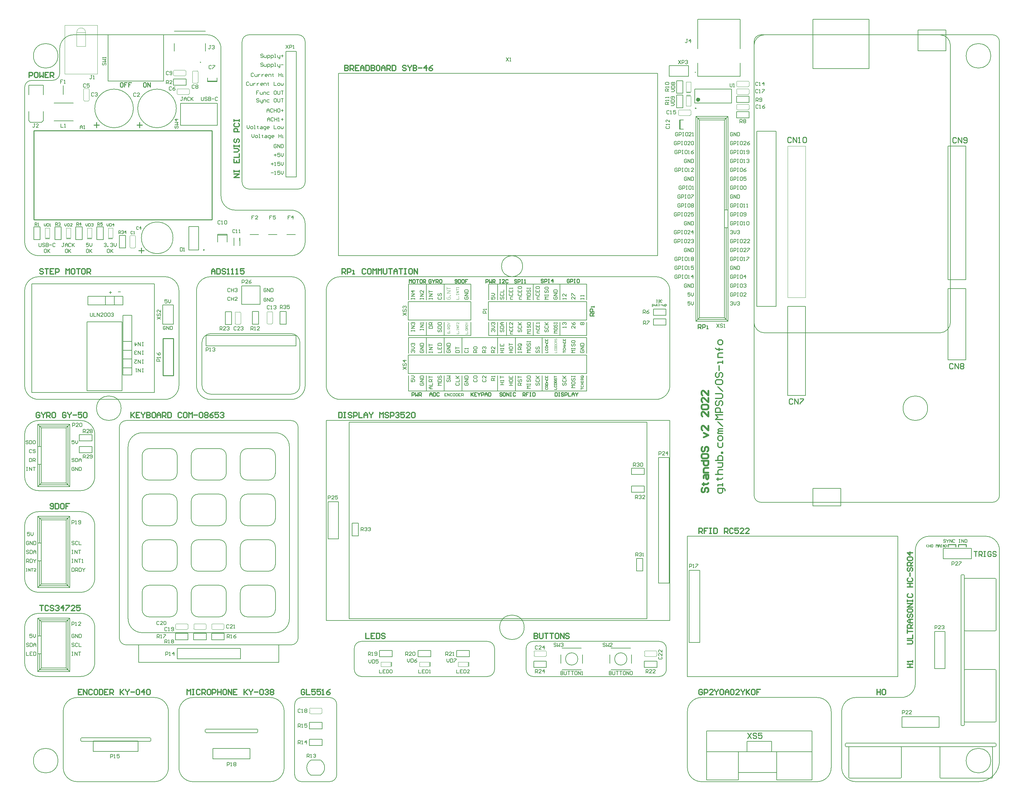
<source format=gto>
G04*
G04 #@! TF.GenerationSoftware,Altium Limited,Altium Designer,22.8.2 (66)*
G04*
G04 Layer_Color=65535*
%FSLAX24Y24*%
%MOIN*%
G70*
G04*
G04 #@! TF.SameCoordinates,C0DEF9AB-E668-4B7D-9269-CDEBE867D663*
G04*
G04*
G04 #@! TF.FilePolarity,Positive*
G04*
G01*
G75*
%ADD10C,0.0059*%
%ADD11C,0.0098*%
%ADD12C,0.0236*%
%ADD13C,0.0039*%
%ADD14C,0.0050*%
%ADD15C,0.0079*%
%ADD16C,0.0100*%
%ADD17C,0.0118*%
%ADD18C,0.0047*%
%ADD19C,0.0051*%
%ADD20C,0.0197*%
D10*
X37402Y12992D02*
G03*
X38189Y12205I787J0D01*
G01*
Y16142D02*
G03*
X37402Y15355I0J-787D01*
G01*
X52363Y12205D02*
G03*
X53150Y12992I0J787D01*
G01*
Y15355D02*
G03*
X52363Y16142I-787J0D01*
G01*
X89370Y394D02*
G03*
X90945Y1969I0J1575D01*
G01*
X74803D02*
G03*
X76378Y394I1575J0D01*
G01*
X90945Y8268D02*
G03*
X89370Y9843I-1575J0D01*
G01*
X76378D02*
G03*
X74803Y8268I0J-1575D01*
G01*
X17520Y26772D02*
G03*
X16733Y27559I-787J0D01*
G01*
Y24016D02*
G03*
X17520Y24803I0J787D01*
G01*
X14370Y27559D02*
G03*
X13583Y26772I0J-787D01*
G01*
Y24803D02*
G03*
X14370Y24016I787J0D01*
G01*
X8268Y39370D02*
G03*
X6693Y40945I-1575J0D01*
G01*
Y33071D02*
G03*
X8268Y34646I0J1575D01*
G01*
X1969Y40945D02*
G03*
X394Y39370I0J-1575D01*
G01*
Y34646D02*
G03*
X1969Y33071I1575J0D01*
G01*
X23032Y31890D02*
G03*
X22244Y32678I-787J0D01*
G01*
Y29134D02*
G03*
X23032Y29921I0J787D01*
G01*
X19882Y32678D02*
G03*
X19094Y31890I0J-787D01*
G01*
Y29921D02*
G03*
X19882Y29134I787J0D01*
G01*
X8268Y29134D02*
G03*
X6693Y30709I-1575J0D01*
G01*
Y21654D02*
G03*
X8268Y23228I0J1575D01*
G01*
X1969Y30709D02*
G03*
X394Y29134I0J-1575D01*
G01*
Y23228D02*
G03*
X1969Y21654I1575J0D01*
G01*
X28544Y21654D02*
G03*
X27756Y22441I-787J0D01*
G01*
Y18898D02*
G03*
X28544Y19685I0J787D01*
G01*
X25394Y22441D02*
G03*
X24606Y21654I0J-787D01*
G01*
Y19685D02*
G03*
X25394Y18898I787J0D01*
G01*
X56693Y12992D02*
G03*
X57480Y12205I787J0D01*
G01*
Y16142D02*
G03*
X56693Y15355I0J-787D01*
G01*
X71654Y12205D02*
G03*
X72441Y12992I0J787D01*
G01*
Y15355D02*
G03*
X71654Y16142I-787J0D01*
G01*
X24803Y67717D02*
G03*
X25591Y66929I787J0D01*
G01*
Y84252D02*
G03*
X24803Y83465I0J-787D01*
G01*
X31103Y66929D02*
G03*
X31890Y67717I0J787D01*
G01*
Y83465D02*
G03*
X31103Y84252I-787J0D01*
G01*
X20748Y6300D02*
G03*
X20669Y6221I0J-79D01*
G01*
X26575D02*
G03*
X26496Y6300I-79J0D01*
G01*
X20669Y5984D02*
G03*
X20748Y5906I79J0D01*
G01*
X26496D02*
G03*
X26575Y5984I0J79D01*
G01*
X19291Y9843D02*
G03*
X17716Y8268I0J-1575D01*
G01*
X29528D02*
G03*
X27953Y9843I-1575J0D01*
G01*
X17716Y1969D02*
G03*
X19291Y394I1575J0D01*
G01*
X27953D02*
G03*
X29528Y1969I0J1575D01*
G01*
X14489Y4921D02*
G03*
X14567Y5000I0J79D01*
G01*
X6693D02*
G03*
X6772Y4921I79J0D01*
G01*
X14567Y5237D02*
G03*
X14489Y5315I-79J0D01*
G01*
X6772D02*
G03*
X6693Y5237I0J-79D01*
G01*
X104331Y83071D02*
G03*
X103150Y84252I-1181J0D01*
G01*
Y50787D02*
G03*
X104331Y51968I0J1181D01*
G01*
X83465Y84252D02*
G03*
X82283Y83071I0J-1181D01*
G01*
Y51968D02*
G03*
X83465Y50787I1181J0D01*
G01*
X23032Y26772D02*
G03*
X22244Y27559I-787J0D01*
G01*
Y24016D02*
G03*
X23032Y24803I0J787D01*
G01*
X19882Y27559D02*
G03*
X19094Y26772I0J-787D01*
G01*
Y24803D02*
G03*
X19882Y24016I787J0D01*
G01*
X28544Y31890D02*
G03*
X27756Y32678I-787J0D01*
G01*
Y29134D02*
G03*
X28544Y29921I0J787D01*
G01*
X25394Y32678D02*
G03*
X24606Y31890I0J-787D01*
G01*
Y29921D02*
G03*
X25394Y29134I787J0D01*
G01*
X31103Y40158D02*
G03*
X30315Y40945I-787J0D01*
G01*
Y15748D02*
G03*
X31103Y16535I0J787D01*
G01*
X11811Y40945D02*
G03*
X11024Y40158I0J-787D01*
G01*
Y16535D02*
G03*
X11811Y15748I787J0D01*
G01*
X17520Y21654D02*
G03*
X16733Y22441I-787J0D01*
G01*
Y18898D02*
G03*
X17520Y19685I0J787D01*
G01*
X14370Y22441D02*
G03*
X13583Y21654I0J-787D01*
G01*
Y19685D02*
G03*
X14370Y18898I787J0D01*
G01*
X23032Y21654D02*
G03*
X22244Y22441I-787J0D01*
G01*
Y18898D02*
G03*
X23032Y19685I0J787D01*
G01*
X19882Y22441D02*
G03*
X19094Y21654I0J-787D01*
G01*
Y19685D02*
G03*
X19882Y18898I787J0D01*
G01*
X31300Y49700D02*
G03*
X30300Y50700I-1000J0D01*
G01*
Y43900D02*
G03*
X31300Y44900I0J1000D01*
G01*
X21300Y50700D02*
G03*
X20300Y49700I0J-1000D01*
G01*
Y44900D02*
G03*
X21300Y43900I1000J0D01*
G01*
X14961Y394D02*
G03*
X16536Y1969I0J1575D01*
G01*
X4724D02*
G03*
X6299Y394I1575J0D01*
G01*
X16536Y8268D02*
G03*
X14961Y9843I-1575J0D01*
G01*
X6299D02*
G03*
X4724Y8268I0J-1575D01*
G01*
X28544Y37008D02*
G03*
X27756Y37796I-787J0D01*
G01*
Y34252D02*
G03*
X28544Y35039I0J787D01*
G01*
X25394Y37796D02*
G03*
X24606Y37008I0J-787D01*
G01*
Y35039D02*
G03*
X25394Y34252I787J0D01*
G01*
X23032Y37008D02*
G03*
X22244Y37796I-787J0D01*
G01*
Y34252D02*
G03*
X23032Y35039I0J787D01*
G01*
X19882Y37796D02*
G03*
X19094Y37008I0J-787D01*
G01*
Y35039D02*
G03*
X19882Y34252I787J0D01*
G01*
X34252Y44882D02*
G03*
X35827Y43307I1575J0D01*
G01*
Y57087D02*
G03*
X34252Y55512I0J-1575D01*
G01*
X71260Y43307D02*
G03*
X72835Y44882I0J1575D01*
G01*
Y55512D02*
G03*
X71260Y57087I-1575J0D01*
G01*
X105984Y12992D02*
G03*
X105906Y12914I0J-79D01*
G01*
X109449D02*
G03*
X109370Y12992I-79J0D01*
G01*
X105906Y7165D02*
G03*
X105984Y7087I79J0D01*
G01*
X109370D02*
G03*
X109449Y7165I0J79D01*
G01*
X28544Y26772D02*
G03*
X27756Y27559I-787J0D01*
G01*
Y24016D02*
G03*
X28544Y24803I0J787D01*
G01*
X25394Y27559D02*
G03*
X24606Y26772I0J-787D01*
G01*
Y24803D02*
G03*
X25394Y24016I787J0D01*
G01*
X92598Y4725D02*
G03*
X92519Y4646I0J-79D01*
G01*
X109449D02*
G03*
X109370Y4725I-79J0D01*
G01*
X92519Y4410D02*
G03*
X92598Y4331I79J0D01*
G01*
X109370D02*
G03*
X109449Y4410I0J79D01*
G01*
X17520Y37008D02*
G03*
X16733Y37796I-787J0D01*
G01*
Y34252D02*
G03*
X17520Y35039I0J787D01*
G01*
X14370Y37796D02*
G03*
X13583Y37008I0J-787D01*
G01*
Y35039D02*
G03*
X14370Y34252I787J0D01*
G01*
X8268Y17717D02*
G03*
X6693Y19291I-1575J0D01*
G01*
Y12205D02*
G03*
X8268Y13780I0J1575D01*
G01*
X1969Y19291D02*
G03*
X394Y17717I0J-1575D01*
G01*
Y13780D02*
G03*
X1969Y12205I1575J0D01*
G01*
X30118Y37992D02*
G03*
X28544Y39567I-1575J0D01*
G01*
Y17126D02*
G03*
X30118Y18701I0J1575D01*
G01*
X13583Y39567D02*
G03*
X12008Y37992I0J-1575D01*
G01*
Y18701D02*
G03*
X13583Y17126I1575J0D01*
G01*
X17520Y31890D02*
G03*
X16733Y32678I-787J0D01*
G01*
Y29134D02*
G03*
X17520Y29921I0J787D01*
G01*
X14370Y32678D02*
G03*
X13583Y31890I0J-787D01*
G01*
Y29921D02*
G03*
X14370Y29134I787J0D01*
G01*
X105984Y23229D02*
G03*
X105906Y23150I0J-79D01*
G01*
X109449D02*
G03*
X109370Y23229I-79J0D01*
G01*
X105906Y17402D02*
G03*
X105984Y17323I79J0D01*
G01*
X109370D02*
G03*
X109449Y17402I0J79D01*
G01*
X34646Y394D02*
G03*
X35433Y1181I0J787D01*
G01*
X30709D02*
G03*
X31496Y394I787J0D01*
G01*
X35433Y9055D02*
G03*
X34646Y9843I-787J0D01*
G01*
X31496D02*
G03*
X30709Y9055I0J-787D01*
G01*
X98819Y4252D02*
G03*
X98740Y4331I-79J0D01*
G01*
Y787D02*
G03*
X98819Y866I0J79D01*
G01*
X92992Y4331D02*
G03*
X92913Y4252I0J-79D01*
G01*
Y866D02*
G03*
X92992Y787I79J0D01*
G01*
X394Y44882D02*
G03*
X1969Y43307I1575J0D01*
G01*
Y57087D02*
G03*
X394Y55512I0J-1575D01*
G01*
X16142Y43307D02*
G03*
X17717Y44882I0J1575D01*
G01*
Y55512D02*
G03*
X16142Y57087I-1575J0D01*
G01*
X109055Y4252D02*
G03*
X108977Y4331I-79J0D01*
G01*
Y787D02*
G03*
X109055Y866I0J79D01*
G01*
X103228Y4331D02*
G03*
X103149Y4252I0J-79D01*
G01*
Y866D02*
G03*
X103228Y787I79J0D01*
G01*
X19685Y44882D02*
G03*
X21260Y43307I1575J0D01*
G01*
Y57087D02*
G03*
X19685Y55512I0J-1575D01*
G01*
X30315Y43307D02*
G03*
X31890Y44882I0J1575D01*
G01*
Y55512D02*
G03*
X30315Y57087I-1575J0D01*
G01*
X105512Y6772D02*
G03*
X105591Y6693I79J0D01*
G01*
Y23622D02*
G03*
X105512Y23544I0J-79D01*
G01*
X105827Y6693D02*
G03*
X105906Y6772I0J79D01*
G01*
Y23544D02*
G03*
X105827Y23622I-79J0D01*
G01*
X107480Y394D02*
G03*
X109843Y2756I0J2362D01*
G01*
X56299Y58268D02*
G03*
X56299Y58268I-1181J0D01*
G01*
X56480Y17726D02*
G03*
X56480Y17726I-1378J0D01*
G01*
X101772Y42323D02*
G03*
X101772Y42323I-1378J0D01*
G01*
X11220D02*
G03*
X11220Y42323I-1378J0D01*
G01*
X108858Y2756D02*
G03*
X108858Y2756I-1378J0D01*
G01*
Y81890D02*
G03*
X108858Y81890I-1378J0D01*
G01*
X4134D02*
G03*
X4134Y81890I-1378J0D01*
G01*
Y2756D02*
G03*
X4134Y2756I-1378J0D01*
G01*
X109843Y83465D02*
G03*
X109055Y84252I-787J0D01*
G01*
Y31756D02*
G03*
X109843Y32543I0J787D01*
G01*
X83071Y84252D02*
G03*
X82283Y83465I0J-787D01*
G01*
Y32543D02*
G03*
X83071Y31756I787J0D01*
G01*
X20176Y81161D02*
G03*
X20176Y81161I-39J0D01*
G01*
X22441Y66142D02*
G03*
X24016Y64567I1575J0D01*
G01*
X22441Y82677D02*
G03*
X20866Y84252I-1575J0D01*
G01*
X31890Y62992D02*
G03*
X30315Y64567I-1575J0D01*
G01*
X30315Y59449D02*
G03*
X31890Y61024I0J1575D01*
G01*
X1181Y79134D02*
G03*
X394Y78346I0J-787D01*
G01*
X5906Y84252D02*
G03*
X4331Y82677I0J-1575D01*
G01*
X3543Y79134D02*
G03*
X4331Y79921I0J787D01*
G01*
X394Y61024D02*
G03*
X1969Y59449I1575J0D01*
G01*
X101968Y27953D02*
G03*
X100394Y26378I0J-1575D01*
G01*
X109843Y26378D02*
G03*
X108268Y27953I-1575J0D01*
G01*
X98819Y9843D02*
G03*
X100394Y11417I0J1575D01*
G01*
X93701Y9843D02*
G03*
X92126Y8268I0J-1575D01*
G01*
Y1969D02*
G03*
X93701Y394I1575J0D01*
G01*
X38189Y16142D02*
X52363D01*
X38189Y12205D02*
X52363D01*
X37402Y12992D02*
Y15355D01*
X53150Y12992D02*
Y15355D01*
X74803Y1969D02*
Y8268D01*
X90945Y1969D02*
Y8268D01*
X76378Y394D02*
X89370D01*
X76378Y9843D02*
X89370D01*
X7402Y44291D02*
X11339D01*
X7402Y52008D02*
X11339D01*
Y44291D02*
Y52008D01*
X7402Y44291D02*
Y52008D01*
X14370Y24016D02*
X16733D01*
X14370Y27559D02*
X16733D01*
X17520Y24803D02*
Y26772D01*
X13583Y24803D02*
Y26772D01*
X35630Y79922D02*
X71457D01*
X35630Y59449D02*
X71457D01*
X35630D02*
Y79922D01*
X71457Y59449D02*
Y79922D01*
X1969Y33071D02*
X6693D01*
X1969Y40945D02*
X6693D01*
X8268Y34646D02*
Y39370D01*
X394Y34646D02*
Y39370D01*
X76968Y591D02*
X80512D01*
X76968Y3740D02*
X80512D01*
Y591D02*
Y3740D01*
X76968Y591D02*
Y3740D01*
X76968Y3740D02*
Y6103D01*
X88780Y3740D02*
Y6103D01*
X76968Y3740D02*
X88780D01*
X76968Y6103D02*
X88780D01*
X34252Y18504D02*
Y40945D01*
X72835Y18504D02*
Y40945D01*
X34252Y18504D02*
X72835D01*
X34252Y40945D02*
X72835D01*
X19882Y29134D02*
X22244D01*
X19882Y32678D02*
X22244D01*
X23032Y29921D02*
Y31890D01*
X19094Y29921D02*
Y31890D01*
X1969Y21654D02*
X6693D01*
X1969Y30709D02*
X6693D01*
X8268Y23228D02*
Y29134D01*
X394Y23228D02*
Y29134D01*
X25394Y18898D02*
X27756D01*
X25394Y22441D02*
X27756D01*
X28544Y19685D02*
Y21654D01*
X24606Y19685D02*
Y21654D01*
X57480Y16142D02*
X71654D01*
X57480Y12205D02*
X71654D01*
X56693Y12992D02*
Y15355D01*
X72441Y12992D02*
Y15355D01*
X82579Y53740D02*
X84744D01*
X82579Y73426D02*
X84744D01*
Y53740D02*
Y73426D01*
X82579Y53740D02*
Y73426D01*
X80512Y1417D02*
X84843D01*
X80512Y3740D02*
X84843D01*
Y1417D02*
Y3740D01*
X80512Y1417D02*
Y3740D01*
X25591Y84252D02*
X31103D01*
X25591Y66929D02*
X31103D01*
X24803Y67717D02*
Y83465D01*
X31890Y67717D02*
Y83465D01*
X26575Y5984D02*
Y6221D01*
X20669Y5984D02*
Y6221D01*
X20748Y6300D02*
X26496D01*
X20748Y5906D02*
X26496D01*
X11418Y53917D02*
Y54902D01*
X9449Y53917D02*
Y54902D01*
X11418D01*
X9449Y53917D02*
X11418D01*
X29528Y1969D02*
Y8268D01*
X17716Y1969D02*
Y8268D01*
X19291Y9843D02*
X27953D01*
X19291Y394D02*
X27953D01*
X6693Y5000D02*
Y5237D01*
X14567Y5000D02*
Y5237D01*
X6772Y4921D02*
X14489D01*
X6772Y5315D02*
X14489D01*
X83465Y50787D02*
X103150D01*
X83465Y84252D02*
X103150D01*
X104331Y51968D02*
Y83071D01*
X82283Y51968D02*
Y83071D01*
X19882Y24016D02*
X22244D01*
X19882Y27559D02*
X22244D01*
X23032Y24803D02*
Y26772D01*
X19094Y24803D02*
Y26772D01*
X25394Y29134D02*
X27756D01*
X25394Y32678D02*
X27756D01*
X28544Y29921D02*
Y31890D01*
X24606Y29921D02*
Y31890D01*
X11811Y15748D02*
X30315D01*
X11811Y40945D02*
X30315D01*
X31103Y16535D02*
Y40158D01*
X11024Y16535D02*
Y40158D01*
X14370Y18898D02*
X16733D01*
X14370Y22441D02*
X16733D01*
X17520Y19685D02*
Y21654D01*
X13583Y19685D02*
Y21654D01*
X84843Y591D02*
X88780D01*
X84843Y3740D02*
X88780D01*
Y591D02*
Y3740D01*
X84843Y591D02*
Y3740D01*
X19882Y18898D02*
X22244D01*
X19882Y22441D02*
X22244D01*
X23032Y19685D02*
Y21654D01*
X19094Y19685D02*
Y21654D01*
X11437Y52756D02*
X12422D01*
X11437Y46063D02*
X12422D01*
X11437D02*
Y52756D01*
X12422Y46063D02*
Y52756D01*
X21300Y43900D02*
X30300D01*
X21300Y50700D02*
X30300D01*
X31300Y44900D02*
Y49700D01*
X20300Y44900D02*
Y49700D01*
X4724Y1969D02*
Y8268D01*
X16536Y1969D02*
Y8268D01*
X6299Y394D02*
X14961D01*
X6299Y9843D02*
X14961D01*
X25394Y34252D02*
X27756D01*
X25394Y37796D02*
X27756D01*
X28544Y35039D02*
Y37008D01*
X24606Y35039D02*
Y37008D01*
X19882Y34252D02*
X22244D01*
X19882Y37796D02*
X22244D01*
X23032Y35039D02*
Y37008D01*
X19094Y35039D02*
Y37008D01*
X35827Y57087D02*
X71260D01*
X35827Y43307D02*
X71260D01*
X34252Y44882D02*
Y55512D01*
X72835Y44882D02*
Y55512D01*
X109449Y7165D02*
Y12914D01*
X105906Y7165D02*
Y12914D01*
X105984Y12992D02*
X109370D01*
X105984Y7087D02*
X109370D01*
X25394Y24016D02*
X27756D01*
X25394Y27559D02*
X27756D01*
X28544Y24803D02*
Y26772D01*
X24606Y24803D02*
Y26772D01*
X109449Y4410D02*
Y4646D01*
X92519Y4410D02*
Y4646D01*
X92598Y4725D02*
X109370D01*
X92598Y4331D02*
X109370D01*
X14370Y34252D02*
X16733D01*
X14370Y37796D02*
X16733D01*
X17520Y35039D02*
Y37008D01*
X13583Y35039D02*
Y37008D01*
X36811Y18701D02*
Y40748D01*
X70276Y18701D02*
Y40748D01*
X36811Y18701D02*
X70276D01*
X36811Y40748D02*
X70276D01*
X1969Y12205D02*
X6693D01*
X1969Y19291D02*
X6693D01*
X8268Y13780D02*
Y17717D01*
X394Y13780D02*
Y17717D01*
X13583Y17126D02*
X28544D01*
X13583Y39567D02*
X28544D01*
X30118Y18701D02*
Y37992D01*
X12008Y18701D02*
Y37992D01*
X14370Y29134D02*
X16733D01*
X14370Y32678D02*
X16733D01*
X17520Y29921D02*
Y31890D01*
X13583Y29921D02*
Y31890D01*
X109449Y17402D02*
Y23150D01*
X105906Y17402D02*
Y23150D01*
X105984Y23229D02*
X109370D01*
X105984Y17323D02*
X109370D01*
X30709Y1181D02*
Y9055D01*
X35433Y1181D02*
Y9055D01*
X31496Y394D02*
X34646D01*
X31496Y9843D02*
X34646D01*
X92992Y787D02*
X98740D01*
X92992Y4331D02*
X98740D01*
X98819Y866D02*
Y4252D01*
X92913Y866D02*
Y4252D01*
X13189Y13780D02*
X28937D01*
X13189Y15748D02*
X28937D01*
Y13780D02*
Y15748D01*
X13189Y13780D02*
Y15748D01*
X9449Y53917D02*
Y54902D01*
X7480Y53917D02*
Y54902D01*
X9449D01*
X7480Y53917D02*
X9449D01*
X1969Y57087D02*
X16142D01*
X1969Y43307D02*
X16142D01*
X394Y44882D02*
Y55512D01*
X17717Y44882D02*
Y55512D01*
X1181Y44094D02*
X14961D01*
X1181Y56300D02*
X14961D01*
Y44094D02*
Y56300D01*
X1181Y44094D02*
Y56300D01*
X74803Y12205D02*
Y27953D01*
X98426Y12205D02*
Y27953D01*
X74803Y12205D02*
X98426D01*
X74803Y27953D02*
X98426D01*
X103228Y787D02*
X108977D01*
X103228Y4331D02*
X108977D01*
X109055Y866D02*
Y4252D01*
X103149Y866D02*
Y4252D01*
X21260Y57087D02*
X30315D01*
X21260Y43307D02*
X30315D01*
X19685Y44882D02*
Y55512D01*
X31890Y44882D02*
Y55512D01*
X105591Y23622D02*
X105827D01*
X105591Y6693D02*
X105827D01*
X105512Y6772D02*
Y23544D01*
X105906Y6772D02*
Y23544D01*
X73583Y76063D02*
Y77480D01*
Y76063D02*
X74291D01*
X73583Y77480D02*
X74291D01*
Y76063D02*
Y77480D01*
Y77677D02*
Y79094D01*
X73583D02*
X74291D01*
X73583Y77677D02*
X74291D01*
X73583D02*
Y79094D01*
X6535Y38661D02*
Y39370D01*
Y38661D02*
X7953D01*
X6535Y39370D02*
X7953D01*
Y38661D02*
Y39370D01*
X1850Y22181D02*
X5450D01*
X1850Y30181D02*
X5450D01*
Y22181D02*
Y30181D01*
X2250Y22581D02*
X5050D01*
Y29781D01*
X2050Y22381D02*
X5250D01*
X2050Y29981D02*
X5250D01*
Y22381D02*
Y29981D01*
X5050Y29781D02*
X5450Y30181D01*
X5050Y22581D02*
X5450Y22181D01*
X1850D02*
X2250Y22581D01*
X1850Y30181D02*
X2250Y29781D01*
X5050D01*
X1850Y27181D02*
Y30181D01*
X2050Y27181D02*
Y29981D01*
X2250Y27181D02*
Y29781D01*
X1850Y22181D02*
Y25181D01*
X2050Y22381D02*
Y25181D01*
X2250Y22581D02*
Y25181D01*
X1850Y27181D02*
X2250D01*
X1850Y25181D02*
Y27181D01*
Y25181D02*
X2250D01*
Y27181D01*
X1850Y33508D02*
X2250Y33908D01*
X2050Y33708D02*
X5250D01*
X1850Y33508D02*
Y36008D01*
X2050Y33708D02*
Y36008D01*
X1850Y33508D02*
X5450D01*
X1850Y36008D02*
Y38008D01*
X2250D01*
X1850D02*
Y40508D01*
X2050Y38008D02*
Y40308D01*
X1850Y40508D02*
X2250Y40108D01*
X1850Y36008D02*
X2250D01*
Y38008D02*
Y40108D01*
X5050D01*
X2050Y40308D02*
X5250D01*
X1850Y40508D02*
X5450D01*
X2250Y33908D02*
X5050D01*
X2250D02*
Y36008D01*
X5050Y33908D02*
Y40108D01*
Y33908D02*
X5450Y33508D01*
X5250Y33708D02*
Y40308D01*
X5450Y33508D02*
Y40508D01*
X2250Y36008D02*
Y38008D01*
X5050Y40108D02*
X5450Y40508D01*
X5050Y18348D02*
X5450Y18748D01*
X2250Y18348D02*
X5050D01*
X2250Y15748D02*
Y18348D01*
Y14748D02*
Y16748D01*
X5450Y12748D02*
Y18748D01*
X5250Y12948D02*
Y18548D01*
X5050Y13148D02*
X5450Y12748D01*
X5050Y13148D02*
Y18348D01*
X2250Y13148D02*
X5050D01*
X2250D02*
Y14748D01*
X1850Y18748D02*
X5450D01*
X2050Y18548D02*
X5250D01*
X1850Y14748D02*
X2250D01*
X1850Y16748D02*
X2250D01*
X1850Y18748D02*
X2250Y18348D01*
X2050Y16748D02*
Y18548D01*
X1850Y15748D02*
Y18748D01*
X2050Y12948D02*
Y14748D01*
X1850D02*
Y16748D01*
Y12748D02*
X5450D01*
X1850D02*
Y14748D01*
X2050Y12948D02*
X5250D01*
X1850Y12748D02*
X2250Y13148D01*
X52465Y52226D02*
Y54274D01*
X63500D01*
X52465Y52226D02*
X63500D01*
Y54274D01*
X50500Y52226D02*
Y54274D01*
X43465Y52226D02*
X50500D01*
X43465D02*
Y54274D01*
X50500D01*
X29764Y51772D02*
Y53189D01*
X29055Y51772D02*
X29764D01*
X29055D02*
Y53189D01*
X29764D01*
X109843Y26378D02*
X109843Y2756D01*
X11024Y60315D02*
Y61732D01*
X11732D01*
Y60315D02*
Y61732D01*
X11024Y60315D02*
X11732D01*
X104063Y71752D02*
X106063D01*
X104063Y56752D02*
X106063D01*
X104063D02*
Y71752D01*
X106063Y56752D02*
Y71752D01*
X104063Y55752D02*
X106063D01*
X104063Y47752D02*
X106063D01*
X104063D02*
Y55752D01*
X106063Y47752D02*
Y55752D01*
X88878Y85984D02*
X95177D01*
X88878Y80472D02*
X95177D01*
X88878D02*
Y85984D01*
X95177Y80472D02*
Y85984D01*
X103839Y82441D02*
Y84803D01*
X100689Y82441D02*
Y84803D01*
Y82441D02*
X103839D01*
X100689Y84803D02*
X103839D01*
X109843Y32543D02*
Y83465D01*
X82283Y32543D02*
Y83465D01*
X83071Y31756D02*
X109055D01*
X83071Y84252D02*
X109055D01*
X92028Y31362D02*
Y33331D01*
X88878Y31362D02*
Y33331D01*
Y31362D02*
X92028D01*
X88878Y33331D02*
X92028D01*
X88063Y43752D02*
Y53752D01*
X86063Y43752D02*
Y53752D01*
Y43752D02*
X88063D01*
X86063Y53752D02*
X88063D01*
X63508Y46226D02*
Y48274D01*
X43465Y46226D02*
X63508D01*
X43465Y48274D02*
X63508D01*
X43465Y46226D02*
Y48274D01*
X37874Y27992D02*
Y29409D01*
X37165Y27992D02*
X37874D01*
X37165D02*
Y29409D01*
X37874D01*
X68543Y32874D02*
X69961D01*
X68543D02*
Y33583D01*
X69961D01*
Y32874D02*
Y33583D01*
X69803Y24055D02*
Y25472D01*
X69094Y24055D02*
X69803D01*
X69094D02*
Y25472D01*
X69803D01*
X68543Y35591D02*
X69961D01*
Y34882D02*
Y35591D01*
X68543Y34882D02*
X69961D01*
X68543D02*
Y35591D01*
X6535Y38031D02*
X7953D01*
Y37323D02*
Y38031D01*
X6535Y37323D02*
X7953D01*
X6535D02*
Y38031D01*
X57559Y13228D02*
X58976D01*
X57559D02*
Y13937D01*
X58976D01*
Y13228D02*
Y13937D01*
X23622Y51732D02*
Y53150D01*
X22913Y51732D02*
X23622D01*
X22913D02*
Y53150D01*
X23622D01*
X69961Y13937D02*
X71378D01*
Y13228D02*
Y13937D01*
X69961Y13228D02*
X71378D01*
X69961D02*
Y13937D01*
X48898Y15118D02*
X50315D01*
Y14409D02*
Y15118D01*
X48898Y14409D02*
X50315D01*
X48898D02*
Y15118D01*
X44567Y15118D02*
X45984D01*
Y14409D02*
Y15118D01*
X44567Y14409D02*
X45984D01*
X44567D02*
Y15118D01*
X40236Y15118D02*
X41654D01*
Y14409D02*
Y15118D01*
X40236Y14409D02*
X41654D01*
X40236D02*
Y15118D01*
X19370Y17047D02*
X20787D01*
Y16339D02*
Y17047D01*
X19370Y16339D02*
X20787D01*
X19370D02*
Y17047D01*
X17323D02*
X18740D01*
Y16339D02*
Y17047D01*
X17323Y16339D02*
X18740D01*
X17323D02*
Y17047D01*
X21378D02*
X22795D01*
Y16339D02*
Y17047D01*
X21378Y16339D02*
X22795D01*
X21378D02*
Y17047D01*
X32362Y7047D02*
X33780D01*
Y6339D02*
Y7047D01*
X32362Y6339D02*
X33780D01*
X32362D02*
Y7047D01*
Y5157D02*
X33780D01*
Y4449D02*
Y5157D01*
X32362Y4449D02*
X33780D01*
X32362D02*
Y5157D01*
X25945Y51772D02*
Y53189D01*
X26654D01*
Y51772D02*
Y53189D01*
X25945Y51772D02*
X26654D01*
X80315Y77362D02*
X81732D01*
Y76654D02*
Y77362D01*
X80315Y76654D02*
X81732D01*
X80315D02*
Y77362D01*
Y75630D02*
X81732D01*
Y74921D02*
Y75630D01*
X80315Y74921D02*
X81732D01*
X80315D02*
Y75630D01*
X70984Y52362D02*
X72402D01*
Y51654D02*
Y52362D01*
X70984Y51654D02*
X72402D01*
X70984D02*
Y52362D01*
Y53465D02*
X72402D01*
Y52756D02*
Y53465D01*
X70984Y52756D02*
X72402D01*
X70984D02*
Y53465D01*
X9213Y61260D02*
Y62677D01*
X8504Y61260D02*
X9213D01*
X8504D02*
Y62677D01*
X9213D01*
X6850Y61260D02*
Y62677D01*
X6142Y61260D02*
X6850D01*
X6142D02*
Y62677D01*
X6850D01*
X4488Y61260D02*
Y62677D01*
X3780Y61260D02*
X4488D01*
X3780D02*
Y62677D01*
X4488D01*
X17106Y78583D02*
X18524D01*
X17106D02*
Y79291D01*
X18524D01*
Y78583D02*
Y79291D01*
X2126Y61260D02*
Y62677D01*
X1417Y61260D02*
X2126D01*
X1417D02*
Y62677D01*
X2126D01*
X26811Y53976D02*
Y56047D01*
X24764Y56047D02*
X26811D01*
X24764Y53976D02*
Y56047D01*
Y53976D02*
X26811D01*
X10453Y53917D02*
Y54902D01*
X92126Y1969D02*
Y8268D01*
X93701Y394D02*
X107480D01*
X93701Y9843D02*
X98819D01*
X100394Y26378D02*
X100394Y11417D01*
X101968Y27953D02*
X108268Y27953D01*
X11437Y49823D02*
X12421D01*
X11437Y47854D02*
X12421D01*
X11437Y46870D02*
X12421D01*
X11437Y48839D02*
X12421D01*
X394Y78346D02*
X394Y61024D01*
X1969Y59449D02*
X30315D01*
X4331Y79921D02*
Y82677D01*
X1181Y79134D02*
X3543D01*
X22441Y66142D02*
X22441Y82677D01*
X31890Y61024D02*
X31890Y62992D01*
X5906Y84252D02*
X20866Y84252D01*
X24016Y64567D02*
X30315Y64567D01*
X7750Y53012D02*
Y52684D01*
X7816Y52618D01*
X7947D01*
X8013Y52684D01*
Y53012D01*
X8144D02*
Y52618D01*
X8406D01*
X8537D02*
Y53012D01*
X8800Y52618D01*
Y53012D01*
X9193Y52618D02*
X8931D01*
X9193Y52880D01*
Y52946D01*
X9128Y53012D01*
X8997D01*
X8931Y52946D01*
X9324D02*
X9390Y53012D01*
X9521D01*
X9587Y52946D01*
Y52684D01*
X9521Y52618D01*
X9390D01*
X9324Y52684D01*
Y52946D01*
X9718D02*
X9784Y53012D01*
X9915D01*
X9980Y52946D01*
Y52684D01*
X9915Y52618D01*
X9784D01*
X9718Y52684D01*
Y52946D01*
X10112D02*
X10177Y53012D01*
X10308D01*
X10374Y52946D01*
Y52880D01*
X10308Y52815D01*
X10243D01*
X10308D01*
X10374Y52749D01*
Y52684D01*
X10308Y52618D01*
X10177D01*
X10112Y52684D01*
X62197Y48559D02*
X61803D01*
X61934Y48690D01*
X61803Y48821D01*
X62197D01*
X61803Y48953D02*
Y49084D01*
Y49018D01*
X62197D01*
Y48953D01*
Y49084D01*
X61869Y49543D02*
X61803Y49477D01*
Y49346D01*
X61869Y49281D01*
X61934D01*
X62000Y49346D01*
Y49477D01*
X62066Y49543D01*
X62131D01*
X62197Y49477D01*
Y49346D01*
X62131Y49281D01*
X61803Y49871D02*
Y49740D01*
X61869Y49674D01*
X62131D01*
X62197Y49740D01*
Y49871D01*
X62131Y49937D01*
X61869D01*
X61803Y49871D01*
X9908Y55318D02*
X10171D01*
X10039Y55449D02*
Y55187D01*
X63197Y54559D02*
Y54690D01*
Y54625D01*
X62803D01*
X62869Y54559D01*
X63197Y54887D02*
Y55018D01*
Y54953D01*
X62803D01*
X62869Y54887D01*
X60869Y45154D02*
X60803Y45088D01*
Y44957D01*
X60869Y44891D01*
X60934D01*
X61000Y44957D01*
Y45088D01*
X61066Y45154D01*
X61131D01*
X61197Y45088D01*
Y44957D01*
X61131Y44891D01*
X60869Y45547D02*
X60803Y45482D01*
Y45351D01*
X60869Y45285D01*
X61131D01*
X61197Y45351D01*
Y45482D01*
X61131Y45547D01*
X60803Y45679D02*
X61197D01*
X61066D01*
X60803Y45941D01*
X61000Y45744D01*
X61197Y45941D01*
X10892Y55384D02*
X11155D01*
X62862Y44426D02*
Y44609D01*
Y44518D01*
X63138D01*
X62908Y44885D02*
X62862Y44839D01*
Y44747D01*
X62908Y44701D01*
X63092D01*
X63138Y44747D01*
Y44839D01*
X63092Y44885D01*
X62862Y44977D02*
X63138D01*
X63000D01*
Y45160D01*
X62862D01*
X63138D01*
X62862Y45252D02*
Y45344D01*
Y45298D01*
X63138D01*
Y45252D01*
Y45344D01*
Y45482D02*
X62862D01*
Y45620D01*
X62908Y45665D01*
X63000D01*
X63046Y45620D01*
Y45482D01*
Y45574D02*
X63138Y45665D01*
X63092Y45941D02*
X62908D01*
X62862Y45895D01*
Y45803D01*
X62908Y45757D01*
X63092D01*
X63138Y45803D01*
Y45895D01*
X63046Y45849D02*
X63138Y45941D01*
Y45895D02*
X63092Y45941D01*
X62197Y51547D02*
Y51285D01*
X61934Y51547D01*
X61869D01*
X61803Y51482D01*
Y51351D01*
X61869Y51285D01*
X61803Y51941D02*
X61869Y51810D01*
X62000Y51679D01*
X62131D01*
X62197Y51744D01*
Y51875D01*
X62131Y51941D01*
X62066D01*
X62000Y51875D01*
Y51679D01*
X55177Y50642D02*
X54941D01*
Y50819D01*
X55000Y50878D01*
X55177D01*
X54882Y51233D02*
X54823Y51173D01*
Y51055D01*
X54882Y50996D01*
X55118D01*
X55177Y51055D01*
Y51173D01*
X55118Y51233D01*
X54823Y51587D02*
Y51351D01*
X55177D01*
Y51587D01*
X55000Y51351D02*
Y51469D01*
X55177Y51941D02*
Y51705D01*
X54941Y51941D01*
X54882D01*
X54823Y51882D01*
Y51764D01*
X54882Y51705D01*
X62197Y54821D02*
Y54559D01*
X61934Y54821D01*
X61869D01*
X61803Y54756D01*
Y54625D01*
X61869Y54559D01*
X61803Y54953D02*
Y55215D01*
X61869D01*
X62131Y54953D01*
X62197D01*
X58866Y48559D02*
X59134D01*
Y48737D01*
X58911Y49005D02*
X58866Y48960D01*
Y48871D01*
X58911Y48827D01*
X59089D01*
X59134Y48871D01*
Y48960D01*
X59089Y49005D01*
X58866Y49094D02*
X59134D01*
Y49228D01*
X59089Y49273D01*
X58911D01*
X58866Y49228D01*
Y49094D01*
X59134Y49362D02*
X58955D01*
Y49496D01*
X59000Y49540D01*
X59134D01*
X58911Y49808D02*
X58866Y49763D01*
Y49674D01*
X58911Y49630D01*
X59089D01*
X59134Y49674D01*
Y49763D01*
X59089Y49808D01*
X58866Y50076D02*
Y49897D01*
X59134D01*
Y50076D01*
X59000Y49897D02*
Y49986D01*
X62869Y51679D02*
X62803Y51744D01*
Y51875D01*
X62869Y51941D01*
X62934D01*
X63000Y51875D01*
X63066Y51941D01*
X63131D01*
X63197Y51875D01*
Y51744D01*
X63131Y51679D01*
X63066D01*
X63000Y51744D01*
X62934Y51679D01*
X62869D01*
X63000Y51744D02*
Y51875D01*
X101766Y26732D02*
X101674Y26824D01*
Y26916D01*
X101766Y27008D01*
X101904D02*
Y26732D01*
Y26870D01*
X102087D01*
Y27008D01*
Y26732D01*
X102179Y26962D02*
X102225Y27008D01*
X102317D01*
X102363Y26962D01*
Y26778D01*
X102317Y26732D01*
X102225D01*
X102179Y26778D01*
Y26962D01*
X102730Y26732D02*
Y27008D01*
X102822Y26916D01*
X102914Y27008D01*
Y26732D01*
X103006D02*
Y26916D01*
X103097Y27008D01*
X103189Y26916D01*
Y26732D01*
Y26870D01*
X103006D01*
X103281Y27008D02*
X103373D01*
X103327D01*
Y26732D01*
X103281D01*
X103373D01*
X103511D02*
Y27008D01*
X103694Y26732D01*
Y27008D01*
X103786Y26732D02*
X103878Y26824D01*
Y26916D01*
X103786Y27008D01*
X60864Y48559D02*
Y48740D01*
Y48650D01*
X61136D01*
X60909Y49012D02*
X60864Y48966D01*
Y48876D01*
X60909Y48831D01*
X61091D01*
X61136Y48876D01*
Y48966D01*
X61091Y49012D01*
X60864Y49102D02*
X61136D01*
X61000D01*
Y49283D01*
X60864D01*
X61136D01*
Y49374D02*
X60955D01*
Y49510D01*
X61000Y49555D01*
X61136D01*
X60909Y49826D02*
X60864Y49781D01*
Y49691D01*
X60909Y49645D01*
X61091D01*
X61136Y49691D01*
Y49781D01*
X61091Y49826D01*
X60864Y50098D02*
Y49917D01*
X61136D01*
Y50098D01*
X61000Y49917D02*
Y50007D01*
X56197Y54559D02*
X55934D01*
Y54756D01*
X56000Y54821D01*
X56197D01*
X55869Y55215D02*
X55803Y55149D01*
Y55018D01*
X55869Y54953D01*
X56131D01*
X56197Y55018D01*
Y55149D01*
X56131Y55215D01*
X55803Y55609D02*
Y55346D01*
X56197D01*
Y55609D01*
X56000Y55346D02*
Y55477D01*
X55869Y55740D02*
X55803Y55805D01*
Y55937D01*
X55869Y56002D01*
X56131D01*
X56197Y55937D01*
Y55805D01*
X56131Y55740D01*
X55869D01*
X58197Y54559D02*
X57934D01*
Y54756D01*
X58000Y54821D01*
X58197D01*
X57869Y55215D02*
X57803Y55149D01*
Y55018D01*
X57869Y54953D01*
X58131D01*
X58197Y55018D01*
Y55149D01*
X58131Y55215D01*
X57803Y55609D02*
Y55346D01*
X58197D01*
Y55609D01*
X58000Y55346D02*
Y55477D01*
X57869Y55740D02*
X57803Y55805D01*
Y55937D01*
X57869Y56002D01*
X58131D01*
X58197Y55937D01*
Y55805D01*
X58131Y55740D01*
X57869D01*
X55197Y54559D02*
X54934D01*
Y54756D01*
X55000Y54821D01*
X55197D01*
X54869Y55215D02*
X54803Y55149D01*
Y55018D01*
X54869Y54953D01*
X55131D01*
X55197Y55018D01*
Y55149D01*
X55131Y55215D01*
X54803Y55609D02*
Y55346D01*
X55197D01*
Y55609D01*
X55000Y55346D02*
Y55477D01*
X55197Y55740D02*
Y55871D01*
Y55805D01*
X54803D01*
X54869Y55740D01*
X58177Y50760D02*
X57941D01*
Y50937D01*
X58000Y50996D01*
X58177D01*
X57882Y51351D02*
X57823Y51292D01*
Y51173D01*
X57882Y51114D01*
X58118D01*
X58177Y51173D01*
Y51292D01*
X58118Y51351D01*
X57823Y51705D02*
Y51469D01*
X58177D01*
Y51705D01*
X58000Y51469D02*
Y51587D01*
X58177Y51823D02*
Y51941D01*
Y51882D01*
X57823D01*
X57882Y51823D01*
X72467Y73983D02*
X72402Y73917D01*
Y73786D01*
X72467Y73721D01*
X72730D01*
X72795Y73786D01*
Y73917D01*
X72730Y73983D01*
X72795Y74114D02*
Y74245D01*
Y74180D01*
X72402D01*
X72467Y74114D01*
X72795Y74705D02*
Y74442D01*
X72533Y74705D01*
X72467D01*
X72402Y74639D01*
Y74508D01*
X72467Y74442D01*
X72716Y76424D02*
X72323D01*
Y76621D01*
X72388Y76686D01*
X72520D01*
X72585Y76621D01*
Y76424D01*
Y76555D02*
X72716Y76686D01*
Y76818D02*
Y76949D01*
Y76883D01*
X72323D01*
X72388Y76818D01*
X72716Y77146D02*
Y77277D01*
Y77211D01*
X72323D01*
X72388Y77146D01*
X72716Y77933D02*
X72323D01*
Y78130D01*
X72388Y78196D01*
X72520D01*
X72585Y78130D01*
Y77933D01*
Y78064D02*
X72716Y78196D01*
Y78327D02*
Y78458D01*
Y78392D01*
X72323D01*
X72388Y78327D01*
Y78655D02*
X72323Y78720D01*
Y78852D01*
X72388Y78917D01*
X72651D01*
X72716Y78852D01*
Y78720D01*
X72651Y78655D01*
X72388D01*
X72992Y77861D02*
X73255D01*
X73386Y77992D01*
X73255Y78123D01*
X72992D01*
Y78255D02*
X73386D01*
Y78451D01*
X73320Y78517D01*
X73058D01*
X72992Y78451D01*
Y78255D01*
X73058Y78648D02*
X72992Y78714D01*
Y78845D01*
X73058Y78911D01*
X73123D01*
X73189Y78845D01*
X73255Y78911D01*
X73320D01*
X73386Y78845D01*
Y78714D01*
X73320Y78648D01*
X73255D01*
X73189Y78714D01*
X73123Y78648D01*
X73058D01*
X73189Y78714D02*
Y78845D01*
X72953Y76286D02*
X73215D01*
X73346Y76417D01*
X73215Y76549D01*
X72953D01*
Y76680D02*
X73346D01*
Y76877D01*
X73281Y76942D01*
X73018D01*
X72953Y76877D01*
Y76680D01*
X73281Y77073D02*
X73346Y77139D01*
Y77270D01*
X73281Y77336D01*
X73018D01*
X72953Y77270D01*
Y77139D01*
X73018Y77073D01*
X73084D01*
X73150Y77139D01*
Y77336D01*
X79580Y78779D02*
Y78451D01*
X79646Y78386D01*
X79777D01*
X79843Y78451D01*
Y78779D01*
X79974Y78386D02*
X80105D01*
X80039D01*
Y78779D01*
X79974Y78714D01*
X5971Y38705D02*
X5709D01*
Y38508D01*
X5840Y38573D01*
X5905D01*
X5971Y38508D01*
Y38377D01*
X5905Y38311D01*
X5774D01*
X5709Y38377D01*
X6102Y38705D02*
Y38442D01*
X6233Y38311D01*
X6365Y38442D01*
Y38705D01*
X5971Y36639D02*
X5905Y36705D01*
X5774D01*
X5709Y36639D01*
Y36573D01*
X5774Y36508D01*
X5905D01*
X5971Y36442D01*
Y36377D01*
X5905Y36311D01*
X5774D01*
X5709Y36377D01*
X6102Y36705D02*
Y36311D01*
X6299D01*
X6365Y36377D01*
Y36639D01*
X6299Y36705D01*
X6102D01*
X6496Y36311D02*
Y36573D01*
X6627Y36705D01*
X6758Y36573D01*
Y36311D01*
Y36508D01*
X6496D01*
X5971Y35639D02*
X5905Y35705D01*
X5774D01*
X5709Y35639D01*
Y35377D01*
X5774Y35311D01*
X5905D01*
X5971Y35377D01*
Y35508D01*
X5840D01*
X6102Y35311D02*
Y35705D01*
X6365Y35311D01*
Y35705D01*
X6496D02*
Y35311D01*
X6693D01*
X6758Y35377D01*
Y35639D01*
X6693Y35705D01*
X6496D01*
X607D02*
X738D01*
X672D01*
Y35311D01*
X607D01*
X738D01*
X935D02*
Y35705D01*
X1197Y35311D01*
Y35705D01*
X1328D02*
X1591D01*
X1459D01*
Y35311D01*
X935Y36705D02*
Y36311D01*
X1131D01*
X1197Y36377D01*
Y36639D01*
X1131Y36705D01*
X935D01*
X1328Y36311D02*
Y36705D01*
X1525D01*
X1591Y36639D01*
Y36508D01*
X1525Y36442D01*
X1328D01*
X1459D02*
X1591Y36311D01*
X1197Y37639D02*
X1131Y37705D01*
X1000D01*
X935Y37639D01*
Y37377D01*
X1000Y37311D01*
X1131D01*
X1197Y37377D01*
X1591Y37639D02*
X1525Y37705D01*
X1394D01*
X1328Y37639D01*
Y37573D01*
X1394Y37508D01*
X1525D01*
X1591Y37442D01*
Y37377D01*
X1525Y37311D01*
X1394D01*
X1328Y37377D01*
X803Y38639D02*
X738Y38705D01*
X607D01*
X541Y38639D01*
Y38573D01*
X607Y38508D01*
X738D01*
X803Y38442D01*
Y38377D01*
X738Y38311D01*
X607D01*
X541Y38377D01*
X935Y38705D02*
Y38311D01*
X1131D01*
X1197Y38377D01*
Y38639D01*
X1131Y38705D01*
X935D01*
X1525D02*
X1394D01*
X1328Y38639D01*
Y38377D01*
X1394Y38311D01*
X1525D01*
X1591Y38377D01*
Y38639D01*
X1525Y38705D01*
X5709Y24378D02*
Y23984D01*
X5905D01*
X5971Y24050D01*
Y24312D01*
X5905Y24378D01*
X5709D01*
X6102Y23984D02*
Y24378D01*
X6299D01*
X6365Y24312D01*
Y24181D01*
X6299Y24116D01*
X6102D01*
X6233D02*
X6365Y23984D01*
X6496Y24378D02*
Y23984D01*
X6693D01*
X6758Y24050D01*
Y24312D01*
X6693Y24378D01*
X6496D01*
X6889D02*
Y24312D01*
X7021Y24181D01*
X7152Y24312D01*
Y24378D01*
X7021Y24181D02*
Y23984D01*
X559Y24339D02*
X664D01*
X611D01*
Y24024D01*
X559D01*
X664D01*
X821D02*
Y24339D01*
X1031Y24024D01*
Y24339D01*
X1136D02*
X1346D01*
X1241D01*
Y24024D01*
X1661D02*
X1451D01*
X1661Y24234D01*
Y24286D01*
X1608Y24339D01*
X1503D01*
X1451Y24286D01*
X5709Y25378D02*
X5840D01*
X5774D01*
Y24984D01*
X5709D01*
X5840D01*
X6037D02*
Y25378D01*
X6299Y24984D01*
Y25378D01*
X6430D02*
X6693D01*
X6561D01*
Y24984D01*
X6824D02*
X6955D01*
X6889D01*
Y25378D01*
X6824Y25312D01*
X609Y24984D02*
Y25378D01*
X805D01*
X871Y25312D01*
Y25181D01*
X805Y25116D01*
X609D01*
X740D02*
X871Y24984D01*
X1002Y25378D02*
Y24984D01*
X1199D01*
X1265Y25050D01*
Y25312D01*
X1199Y25378D01*
X1002D01*
X1396D02*
Y25312D01*
X1527Y25181D01*
X1658Y25312D01*
Y25378D01*
X1527Y25181D02*
Y24984D01*
X5709Y26378D02*
X5840D01*
X5774D01*
Y25984D01*
X5709D01*
X5840D01*
X6037D02*
Y26378D01*
X6299Y25984D01*
Y26378D01*
X6430D02*
X6693D01*
X6561D01*
Y25984D01*
X871Y26312D02*
X805Y26378D01*
X674D01*
X609Y26312D01*
Y26247D01*
X674Y26181D01*
X805D01*
X871Y26116D01*
Y26050D01*
X805Y25984D01*
X674D01*
X609Y26050D01*
X1002Y26378D02*
Y25984D01*
X1199D01*
X1265Y26050D01*
Y26312D01*
X1199Y26378D01*
X1002D01*
X1396Y25984D02*
Y26247D01*
X1527Y26378D01*
X1658Y26247D01*
Y25984D01*
Y26181D01*
X1396D01*
X5971Y27312D02*
X5905Y27378D01*
X5774D01*
X5709Y27312D01*
Y27247D01*
X5774Y27181D01*
X5905D01*
X5971Y27116D01*
Y27050D01*
X5905Y26984D01*
X5774D01*
X5709Y27050D01*
X6365Y27312D02*
X6299Y27378D01*
X6168D01*
X6102Y27312D01*
Y27050D01*
X6168Y26984D01*
X6299D01*
X6365Y27050D01*
X6496Y27378D02*
Y26984D01*
X6758D01*
X871Y27312D02*
X805Y27378D01*
X674D01*
X609Y27312D01*
Y27050D01*
X674Y26984D01*
X805D01*
X871Y27050D01*
Y27181D01*
X740D01*
X1002Y26984D02*
Y27378D01*
X1265Y26984D01*
Y27378D01*
X1396D02*
Y26984D01*
X1593D01*
X1658Y27050D01*
Y27312D01*
X1593Y27378D01*
X1396D01*
X971Y28378D02*
X709D01*
Y28181D01*
X840Y28247D01*
X905D01*
X971Y28181D01*
Y28050D01*
X905Y27984D01*
X774D01*
X709Y28050D01*
X1102Y28378D02*
Y28116D01*
X1233Y27984D01*
X1365Y28116D01*
Y28378D01*
X609Y14945D02*
Y14551D01*
X871D01*
X1265Y14945D02*
X1002D01*
Y14551D01*
X1265D01*
X1002Y14748D02*
X1133D01*
X1396Y14945D02*
Y14551D01*
X1593D01*
X1658Y14617D01*
Y14879D01*
X1593Y14945D01*
X1396D01*
X5709D02*
X5840D01*
X5774D01*
Y14551D01*
X5709D01*
X5840D01*
X6037D02*
Y14945D01*
X6299Y14551D01*
Y14945D01*
X6430D02*
X6693D01*
X6561D01*
Y14551D01*
X871Y15879D02*
X805Y15945D01*
X674D01*
X609Y15879D01*
Y15814D01*
X674Y15748D01*
X805D01*
X871Y15682D01*
Y15617D01*
X805Y15551D01*
X674D01*
X609Y15617D01*
X1002Y15945D02*
Y15551D01*
X1199D01*
X1265Y15617D01*
Y15879D01*
X1199Y15945D01*
X1002D01*
X1396Y15551D02*
Y15814D01*
X1527Y15945D01*
X1658Y15814D01*
Y15551D01*
Y15748D01*
X1396D01*
X5971Y15879D02*
X5905Y15945D01*
X5774D01*
X5709Y15879D01*
Y15814D01*
X5774Y15748D01*
X5905D01*
X5971Y15682D01*
Y15617D01*
X5905Y15551D01*
X5774D01*
X5709Y15617D01*
X6365Y15879D02*
X6299Y15945D01*
X6168D01*
X6102Y15879D01*
Y15617D01*
X6168Y15551D01*
X6299D01*
X6365Y15617D01*
X6496Y15945D02*
Y15551D01*
X6758D01*
X5971Y16879D02*
X5905Y16945D01*
X5774D01*
X5709Y16879D01*
Y16617D01*
X5774Y16551D01*
X5905D01*
X5971Y16617D01*
Y16748D01*
X5840D01*
X6102Y16551D02*
Y16945D01*
X6365Y16551D01*
Y16945D01*
X6496D02*
Y16551D01*
X6693D01*
X6758Y16617D01*
Y16879D01*
X6693Y16945D01*
X6496D01*
X1221D02*
X959D01*
Y16748D01*
X1090Y16814D01*
X1155D01*
X1221Y16748D01*
Y16617D01*
X1155Y16551D01*
X1024D01*
X959Y16617D01*
X1352Y16945D02*
Y16682D01*
X1483Y16551D01*
X1615Y16682D01*
Y16945D01*
X52869Y50891D02*
X52803Y50957D01*
Y51088D01*
X52869Y51154D01*
X52934D01*
X53000Y51088D01*
Y51023D01*
Y51088D01*
X53066Y51154D01*
X53131D01*
X53197Y51088D01*
Y50957D01*
X53131Y50891D01*
X52803Y51285D02*
X53066D01*
X53197Y51416D01*
X53066Y51547D01*
X52803D01*
X52869Y51679D02*
X52803Y51744D01*
Y51875D01*
X52869Y51941D01*
X52934D01*
X53000Y51875D01*
Y51810D01*
Y51875D01*
X53066Y51941D01*
X53131D01*
X53197Y51875D01*
Y51744D01*
X53131Y51679D01*
X52803Y54821D02*
Y54559D01*
X53000D01*
X52934Y54690D01*
Y54756D01*
X53000Y54821D01*
X53131D01*
X53197Y54756D01*
Y54625D01*
X53131Y54559D01*
X52803Y54953D02*
X53066D01*
X53197Y55084D01*
X53066Y55215D01*
X52803D01*
X44869Y45154D02*
X44803Y45088D01*
Y44957D01*
X44869Y44891D01*
X45131D01*
X45197Y44957D01*
Y45088D01*
X45131Y45154D01*
X45000D01*
Y45023D01*
X45197Y45285D02*
X44803D01*
X45197Y45547D01*
X44803D01*
Y45679D02*
X45197D01*
Y45875D01*
X45131Y45941D01*
X44869D01*
X44803Y45875D01*
Y45679D01*
X73729Y73214D02*
X73663Y73279D01*
X73532D01*
X73467Y73214D01*
Y72951D01*
X73532Y72886D01*
X73663D01*
X73729Y72951D01*
Y73083D01*
X73598D01*
X73860Y72886D02*
Y73279D01*
X74057D01*
X74122Y73214D01*
Y73083D01*
X74057Y73017D01*
X73860D01*
X74254Y73279D02*
X74385D01*
X74319D01*
Y72886D01*
X74254D01*
X74385D01*
X74778Y73279D02*
X74647D01*
X74582Y73214D01*
Y72951D01*
X74647Y72886D01*
X74778D01*
X74844Y72951D01*
Y73214D01*
X74778Y73279D01*
X75238Y72886D02*
X74975D01*
X75238Y73148D01*
Y73214D01*
X75172Y73279D01*
X75041D01*
X74975Y73214D01*
X75369Y72886D02*
X75500D01*
X75434D01*
Y73279D01*
X75369Y73214D01*
X73598Y72214D02*
X73532Y72279D01*
X73401D01*
X73335Y72214D01*
Y71951D01*
X73401Y71886D01*
X73532D01*
X73598Y71951D01*
Y72083D01*
X73467D01*
X73729Y71886D02*
Y72279D01*
X73926D01*
X73991Y72214D01*
Y72083D01*
X73926Y72017D01*
X73729D01*
X74122Y72279D02*
X74254D01*
X74188D01*
Y71886D01*
X74122D01*
X74254D01*
X74647Y72279D02*
X74516D01*
X74450Y72214D01*
Y71951D01*
X74516Y71886D01*
X74647D01*
X74713Y71951D01*
Y72214D01*
X74647Y72279D01*
X75106Y71886D02*
X74844D01*
X75106Y72148D01*
Y72214D01*
X75041Y72279D01*
X74910D01*
X74844Y72214D01*
X75238D02*
X75303Y72279D01*
X75434D01*
X75500Y72214D01*
Y71951D01*
X75434Y71886D01*
X75303D01*
X75238Y71951D01*
Y72214D01*
X73663Y71214D02*
X73598Y71279D01*
X73467D01*
X73401Y71214D01*
Y70951D01*
X73467Y70886D01*
X73598D01*
X73663Y70951D01*
Y71083D01*
X73532D01*
X73795Y70886D02*
Y71279D01*
X73991D01*
X74057Y71214D01*
Y71083D01*
X73991Y71017D01*
X73795D01*
X74188Y71279D02*
X74319D01*
X74254D01*
Y70886D01*
X74188D01*
X74319D01*
X74713Y71279D02*
X74582D01*
X74516Y71214D01*
Y70951D01*
X74582Y70886D01*
X74713D01*
X74778Y70951D01*
Y71214D01*
X74713Y71279D01*
X74910Y70886D02*
X75041D01*
X74975D01*
Y71279D01*
X74910Y71214D01*
X75500Y71279D02*
X75369Y71214D01*
X75238Y71083D01*
Y70951D01*
X75303Y70886D01*
X75434D01*
X75500Y70951D01*
Y71017D01*
X75434Y71083D01*
X75238D01*
X73663Y69214D02*
X73598Y69279D01*
X73467D01*
X73401Y69214D01*
Y68951D01*
X73467Y68886D01*
X73598D01*
X73663Y68951D01*
Y69083D01*
X73532D01*
X73795Y68886D02*
Y69279D01*
X73991D01*
X74057Y69214D01*
Y69083D01*
X73991Y69017D01*
X73795D01*
X74188Y69279D02*
X74319D01*
X74254D01*
Y68886D01*
X74188D01*
X74319D01*
X74713Y69279D02*
X74582D01*
X74516Y69214D01*
Y68951D01*
X74582Y68886D01*
X74713D01*
X74778Y68951D01*
Y69214D01*
X74713Y69279D01*
X74910Y68886D02*
X75041D01*
X74975D01*
Y69279D01*
X74910Y69214D01*
X75500Y68886D02*
X75238D01*
X75500Y69148D01*
Y69214D01*
X75434Y69279D01*
X75303D01*
X75238Y69214D01*
X74122Y67214D02*
X74057Y67279D01*
X73926D01*
X73860Y67214D01*
Y66951D01*
X73926Y66886D01*
X74057D01*
X74122Y66951D01*
Y67083D01*
X73991D01*
X74254Y66886D02*
Y67279D01*
X74450D01*
X74516Y67214D01*
Y67083D01*
X74450Y67017D01*
X74254D01*
X74647Y67279D02*
X74778D01*
X74713D01*
Y66886D01*
X74647D01*
X74778D01*
X75172Y67279D02*
X75041D01*
X74975Y67214D01*
Y66951D01*
X75041Y66886D01*
X75172D01*
X75238Y66951D01*
Y67214D01*
X75172Y67279D01*
X75369Y66886D02*
X75500D01*
X75434D01*
Y67279D01*
X75369Y67214D01*
X73991Y66214D02*
X73926Y66279D01*
X73795D01*
X73729Y66214D01*
Y65951D01*
X73795Y65886D01*
X73926D01*
X73991Y65951D01*
Y66083D01*
X73860D01*
X74122Y65886D02*
Y66279D01*
X74319D01*
X74385Y66214D01*
Y66083D01*
X74319Y66017D01*
X74122D01*
X74516Y66279D02*
X74647D01*
X74582D01*
Y65886D01*
X74516D01*
X74647D01*
X75041Y66279D02*
X74910D01*
X74844Y66214D01*
Y65951D01*
X74910Y65886D01*
X75041D01*
X75106Y65951D01*
Y66214D01*
X75041Y66279D01*
X75238D02*
X75500D01*
Y66214D01*
X75238Y65951D01*
Y65886D01*
X73991Y65214D02*
X73926Y65279D01*
X73795D01*
X73729Y65214D01*
Y64951D01*
X73795Y64886D01*
X73926D01*
X73991Y64951D01*
Y65083D01*
X73860D01*
X74122Y64886D02*
Y65279D01*
X74319D01*
X74385Y65214D01*
Y65083D01*
X74319Y65017D01*
X74122D01*
X74516Y65279D02*
X74647D01*
X74582D01*
Y64886D01*
X74516D01*
X74647D01*
X75041Y65279D02*
X74910D01*
X74844Y65214D01*
Y64951D01*
X74910Y64886D01*
X75041D01*
X75106Y64951D01*
Y65214D01*
X75041Y65279D01*
X75238Y65214D02*
X75303Y65279D01*
X75434D01*
X75500Y65214D01*
Y65148D01*
X75434Y65083D01*
X75500Y65017D01*
Y64951D01*
X75434Y64886D01*
X75303D01*
X75238Y64951D01*
Y65017D01*
X75303Y65083D01*
X75238Y65148D01*
Y65214D01*
X75303Y65083D02*
X75434D01*
X73598Y64214D02*
X73532Y64279D01*
X73401D01*
X73335Y64214D01*
Y63951D01*
X73401Y63886D01*
X73532D01*
X73598Y63951D01*
Y64083D01*
X73467D01*
X73729Y63886D02*
Y64279D01*
X73926D01*
X73991Y64214D01*
Y64083D01*
X73926Y64017D01*
X73729D01*
X74122Y64279D02*
X74254D01*
X74188D01*
Y63886D01*
X74122D01*
X74254D01*
X74647Y64279D02*
X74516D01*
X74450Y64214D01*
Y63951D01*
X74516Y63886D01*
X74647D01*
X74713Y63951D01*
Y64214D01*
X74647Y64279D01*
X75106Y63886D02*
X74844D01*
X75106Y64148D01*
Y64214D01*
X75041Y64279D01*
X74910D01*
X74844Y64214D01*
X75500Y64279D02*
X75238D01*
Y64083D01*
X75369Y64148D01*
X75434D01*
X75500Y64083D01*
Y63951D01*
X75434Y63886D01*
X75303D01*
X75238Y63951D01*
X73598Y62214D02*
X73532Y62279D01*
X73401D01*
X73335Y62214D01*
Y61951D01*
X73401Y61886D01*
X73532D01*
X73598Y61951D01*
Y62083D01*
X73467D01*
X73729Y61886D02*
Y62279D01*
X73926D01*
X73991Y62214D01*
Y62083D01*
X73926Y62017D01*
X73729D01*
X74122Y62279D02*
X74254D01*
X74188D01*
Y61886D01*
X74122D01*
X74254D01*
X74647Y62279D02*
X74516D01*
X74450Y62214D01*
Y61951D01*
X74516Y61886D01*
X74647D01*
X74713Y61951D01*
Y62214D01*
X74647Y62279D01*
X75106Y61886D02*
X74844D01*
X75106Y62148D01*
Y62214D01*
X75041Y62279D01*
X74910D01*
X74844Y62214D01*
X75434Y61886D02*
Y62279D01*
X75238Y62083D01*
X75500D01*
X73598Y61214D02*
X73532Y61279D01*
X73401D01*
X73335Y61214D01*
Y60951D01*
X73401Y60886D01*
X73532D01*
X73598Y60951D01*
Y61083D01*
X73467D01*
X73729Y60886D02*
Y61279D01*
X73926D01*
X73991Y61214D01*
Y61083D01*
X73926Y61017D01*
X73729D01*
X74122Y61279D02*
X74254D01*
X74188D01*
Y60886D01*
X74122D01*
X74254D01*
X74647Y61279D02*
X74516D01*
X74450Y61214D01*
Y60951D01*
X74516Y60886D01*
X74647D01*
X74713Y60951D01*
Y61214D01*
X74647Y61279D01*
X75106Y60886D02*
X74844D01*
X75106Y61148D01*
Y61214D01*
X75041Y61279D01*
X74910D01*
X74844Y61214D01*
X75238D02*
X75303Y61279D01*
X75434D01*
X75500Y61214D01*
Y61148D01*
X75434Y61083D01*
X75369D01*
X75434D01*
X75500Y61017D01*
Y60951D01*
X75434Y60886D01*
X75303D01*
X75238Y60951D01*
X74713Y70214D02*
X74647Y70279D01*
X74516D01*
X74450Y70214D01*
Y69951D01*
X74516Y69886D01*
X74647D01*
X74713Y69951D01*
Y70083D01*
X74582D01*
X74844Y69886D02*
Y70279D01*
X75106Y69886D01*
Y70279D01*
X75238D02*
Y69886D01*
X75434D01*
X75500Y69951D01*
Y70214D01*
X75434Y70279D01*
X75238D01*
X74713Y68214D02*
X74647Y68279D01*
X74516D01*
X74450Y68214D01*
Y67951D01*
X74516Y67886D01*
X74647D01*
X74713Y67951D01*
Y68083D01*
X74582D01*
X74844Y67886D02*
Y68279D01*
X75106Y67886D01*
Y68279D01*
X75238D02*
Y67886D01*
X75434D01*
X75500Y67951D01*
Y68214D01*
X75434Y68279D01*
X75238D01*
X74713Y63214D02*
X74647Y63279D01*
X74516D01*
X74450Y63214D01*
Y62951D01*
X74516Y62886D01*
X74647D01*
X74713Y62951D01*
Y63083D01*
X74582D01*
X74844Y62886D02*
Y63279D01*
X75106Y62886D01*
Y63279D01*
X75238D02*
Y62886D01*
X75434D01*
X75500Y62951D01*
Y63214D01*
X75434Y63279D01*
X75238D01*
X74713Y60214D02*
X74647Y60279D01*
X74516D01*
X74450Y60214D01*
Y59951D01*
X74516Y59886D01*
X74647D01*
X74713Y59951D01*
Y60083D01*
X74582D01*
X74844Y59886D02*
Y60279D01*
X75106Y59886D01*
Y60279D01*
X75238D02*
Y59886D01*
X75434D01*
X75500Y59951D01*
Y60214D01*
X75434Y60279D01*
X75238D01*
X73663Y59214D02*
X73598Y59279D01*
X73467D01*
X73401Y59214D01*
Y58951D01*
X73467Y58886D01*
X73598D01*
X73663Y58951D01*
Y59083D01*
X73532D01*
X73795Y58886D02*
Y59279D01*
X73991D01*
X74057Y59214D01*
Y59083D01*
X73991Y59017D01*
X73795D01*
X74188Y59279D02*
X74319D01*
X74254D01*
Y58886D01*
X74188D01*
X74319D01*
X74713Y59279D02*
X74582D01*
X74516Y59214D01*
Y58951D01*
X74582Y58886D01*
X74713D01*
X74778Y58951D01*
Y59214D01*
X74713Y59279D01*
X74910Y58886D02*
X75041D01*
X74975D01*
Y59279D01*
X74910Y59214D01*
X75238D02*
X75303Y59279D01*
X75434D01*
X75500Y59214D01*
Y59148D01*
X75434Y59083D01*
X75500Y59017D01*
Y58951D01*
X75434Y58886D01*
X75303D01*
X75238Y58951D01*
Y59017D01*
X75303Y59083D01*
X75238Y59148D01*
Y59214D01*
X75303Y59083D02*
X75434D01*
X73663Y58214D02*
X73598Y58279D01*
X73467D01*
X73401Y58214D01*
Y57951D01*
X73467Y57886D01*
X73598D01*
X73663Y57951D01*
Y58083D01*
X73532D01*
X73795Y57886D02*
Y58279D01*
X73991D01*
X74057Y58214D01*
Y58083D01*
X73991Y58017D01*
X73795D01*
X74188Y58279D02*
X74319D01*
X74254D01*
Y57886D01*
X74188D01*
X74319D01*
X74713Y58279D02*
X74582D01*
X74516Y58214D01*
Y57951D01*
X74582Y57886D01*
X74713D01*
X74778Y57951D01*
Y58214D01*
X74713Y58279D01*
X74910Y57886D02*
X75041D01*
X74975D01*
Y58279D01*
X74910Y58214D01*
X75500Y58279D02*
X75238D01*
Y58083D01*
X75369Y58148D01*
X75434D01*
X75500Y58083D01*
Y57951D01*
X75434Y57886D01*
X75303D01*
X75238Y57951D01*
X73663Y57214D02*
X73598Y57279D01*
X73467D01*
X73401Y57214D01*
Y56951D01*
X73467Y56886D01*
X73598D01*
X73663Y56951D01*
Y57083D01*
X73532D01*
X73795Y56886D02*
Y57279D01*
X73991D01*
X74057Y57214D01*
Y57083D01*
X73991Y57017D01*
X73795D01*
X74188Y57279D02*
X74319D01*
X74254D01*
Y56886D01*
X74188D01*
X74319D01*
X74713Y57279D02*
X74582D01*
X74516Y57214D01*
Y56951D01*
X74582Y56886D01*
X74713D01*
X74778Y56951D01*
Y57214D01*
X74713Y57279D01*
X74910Y56886D02*
X75041D01*
X74975D01*
Y57279D01*
X74910Y57214D01*
X75434Y56886D02*
Y57279D01*
X75238Y57083D01*
X75500D01*
X79880Y73214D02*
X79815Y73279D01*
X79684D01*
X79618Y73214D01*
Y72951D01*
X79684Y72886D01*
X79815D01*
X79880Y72951D01*
Y73083D01*
X79749D01*
X80012Y72886D02*
Y73279D01*
X80274Y72886D01*
Y73279D01*
X80405D02*
Y72886D01*
X80602D01*
X80668Y72951D01*
Y73214D01*
X80602Y73279D01*
X80405D01*
X79880Y72214D02*
X79815Y72279D01*
X79684D01*
X79618Y72214D01*
Y71951D01*
X79684Y71886D01*
X79815D01*
X79880Y71951D01*
Y72083D01*
X79749D01*
X80012Y71886D02*
Y72279D01*
X80208D01*
X80274Y72214D01*
Y72083D01*
X80208Y72017D01*
X80012D01*
X80405Y72279D02*
X80536D01*
X80471D01*
Y71886D01*
X80405D01*
X80536D01*
X80930Y72279D02*
X80799D01*
X80733Y72214D01*
Y71951D01*
X80799Y71886D01*
X80930D01*
X80996Y71951D01*
Y72214D01*
X80930Y72279D01*
X81389Y71886D02*
X81127D01*
X81389Y72148D01*
Y72214D01*
X81324Y72279D01*
X81192D01*
X81127Y72214D01*
X81783Y72279D02*
X81652Y72214D01*
X81520Y72083D01*
Y71951D01*
X81586Y71886D01*
X81717D01*
X81783Y71951D01*
Y72017D01*
X81717Y72083D01*
X81520D01*
X79880Y71214D02*
X79815Y71279D01*
X79684D01*
X79618Y71214D01*
Y70951D01*
X79684Y70886D01*
X79815D01*
X79880Y70951D01*
Y71083D01*
X79749D01*
X80012Y70886D02*
Y71279D01*
X80208D01*
X80274Y71214D01*
Y71083D01*
X80208Y71017D01*
X80012D01*
X80405Y71279D02*
X80536D01*
X80471D01*
Y70886D01*
X80405D01*
X80536D01*
X80930Y71279D02*
X80799D01*
X80733Y71214D01*
Y70951D01*
X80799Y70886D01*
X80930D01*
X80996Y70951D01*
Y71214D01*
X80930Y71279D01*
X81127Y70886D02*
X81258D01*
X81192D01*
Y71279D01*
X81127Y71214D01*
X81455Y70951D02*
X81520Y70886D01*
X81652D01*
X81717Y70951D01*
Y71214D01*
X81652Y71279D01*
X81520D01*
X81455Y71214D01*
Y71148D01*
X81520Y71083D01*
X81717D01*
X79880Y70214D02*
X79815Y70279D01*
X79684D01*
X79618Y70214D01*
Y69951D01*
X79684Y69886D01*
X79815D01*
X79880Y69951D01*
Y70083D01*
X79749D01*
X80012Y69886D02*
Y70279D01*
X80208D01*
X80274Y70214D01*
Y70083D01*
X80208Y70017D01*
X80012D01*
X80405Y70279D02*
X80536D01*
X80471D01*
Y69886D01*
X80405D01*
X80536D01*
X80930Y70279D02*
X80799D01*
X80733Y70214D01*
Y69951D01*
X80799Y69886D01*
X80930D01*
X80996Y69951D01*
Y70214D01*
X80930Y70279D01*
X81127Y69886D02*
X81258D01*
X81192D01*
Y70279D01*
X81127Y70214D01*
X81455D02*
X81520Y70279D01*
X81652D01*
X81717Y70214D01*
Y70148D01*
X81652Y70083D01*
X81586D01*
X81652D01*
X81717Y70017D01*
Y69951D01*
X81652Y69886D01*
X81520D01*
X81455Y69951D01*
X79880Y69214D02*
X79815Y69279D01*
X79684D01*
X79618Y69214D01*
Y68951D01*
X79684Y68886D01*
X79815D01*
X79880Y68951D01*
Y69083D01*
X79749D01*
X80012Y68886D02*
Y69279D01*
X80208D01*
X80274Y69214D01*
Y69083D01*
X80208Y69017D01*
X80012D01*
X80405Y69279D02*
X80536D01*
X80471D01*
Y68886D01*
X80405D01*
X80536D01*
X80930Y69279D02*
X80799D01*
X80733Y69214D01*
Y68951D01*
X80799Y68886D01*
X80930D01*
X80996Y68951D01*
Y69214D01*
X80930Y69279D01*
X81389D02*
X81258Y69214D01*
X81127Y69083D01*
Y68951D01*
X81192Y68886D01*
X81324D01*
X81389Y68951D01*
Y69017D01*
X81324Y69083D01*
X81127D01*
X79880Y68214D02*
X79815Y68279D01*
X79684D01*
X79618Y68214D01*
Y67951D01*
X79684Y67886D01*
X79815D01*
X79880Y67951D01*
Y68083D01*
X79749D01*
X80012Y67886D02*
Y68279D01*
X80208D01*
X80274Y68214D01*
Y68083D01*
X80208Y68017D01*
X80012D01*
X80405Y68279D02*
X80536D01*
X80471D01*
Y67886D01*
X80405D01*
X80536D01*
X80930Y68279D02*
X80799D01*
X80733Y68214D01*
Y67951D01*
X80799Y67886D01*
X80930D01*
X80996Y67951D01*
Y68214D01*
X80930Y68279D01*
X81389D02*
X81127D01*
Y68083D01*
X81258Y68148D01*
X81324D01*
X81389Y68083D01*
Y67951D01*
X81324Y67886D01*
X81192D01*
X81127Y67951D01*
X79880Y67214D02*
X79815Y67279D01*
X79684D01*
X79618Y67214D01*
Y66951D01*
X79684Y66886D01*
X79815D01*
X79880Y66951D01*
Y67083D01*
X79749D01*
X80012Y66886D02*
Y67279D01*
X80208D01*
X80274Y67214D01*
Y67083D01*
X80208Y67017D01*
X80012D01*
X80405Y67279D02*
X80536D01*
X80471D01*
Y66886D01*
X80405D01*
X80536D01*
X80930Y67279D02*
X80799D01*
X80733Y67214D01*
Y66951D01*
X80799Y66886D01*
X80930D01*
X80996Y66951D01*
Y67214D01*
X80930Y67279D01*
X81127Y67214D02*
X81192Y67279D01*
X81324D01*
X81389Y67214D01*
Y66951D01*
X81324Y66886D01*
X81192D01*
X81127Y66951D01*
Y67214D01*
X79880Y66214D02*
X79815Y66279D01*
X79684D01*
X79618Y66214D01*
Y65951D01*
X79684Y65886D01*
X79815D01*
X79880Y65951D01*
Y66083D01*
X79749D01*
X80012Y65886D02*
Y66279D01*
X80274Y65886D01*
Y66279D01*
X80405D02*
Y65886D01*
X80602D01*
X80668Y65951D01*
Y66214D01*
X80602Y66279D01*
X80405D01*
X79880Y65214D02*
X79815Y65279D01*
X79684D01*
X79618Y65214D01*
Y64951D01*
X79684Y64886D01*
X79815D01*
X79880Y64951D01*
Y65083D01*
X79749D01*
X80012Y64886D02*
Y65279D01*
X80208D01*
X80274Y65214D01*
Y65083D01*
X80208Y65017D01*
X80012D01*
X80405Y65279D02*
X80536D01*
X80471D01*
Y64886D01*
X80405D01*
X80536D01*
X80930Y65279D02*
X80799D01*
X80733Y65214D01*
Y64951D01*
X80799Y64886D01*
X80930D01*
X80996Y64951D01*
Y65214D01*
X80930Y65279D01*
X81127Y64886D02*
X81258D01*
X81192D01*
Y65279D01*
X81127Y65214D01*
X81455Y64886D02*
X81586D01*
X81520D01*
Y65279D01*
X81455Y65214D01*
X79880Y64214D02*
X79815Y64279D01*
X79684D01*
X79618Y64214D01*
Y63951D01*
X79684Y63886D01*
X79815D01*
X79880Y63951D01*
Y64083D01*
X79749D01*
X80012Y63886D02*
Y64279D01*
X80208D01*
X80274Y64214D01*
Y64083D01*
X80208Y64017D01*
X80012D01*
X80405Y64279D02*
X80536D01*
X80471D01*
Y63886D01*
X80405D01*
X80536D01*
X80930Y64279D02*
X80799D01*
X80733Y64214D01*
Y63951D01*
X80799Y63886D01*
X80930D01*
X80996Y63951D01*
Y64214D01*
X80930Y64279D01*
X81127Y63951D02*
X81192Y63886D01*
X81324D01*
X81389Y63951D01*
Y64214D01*
X81324Y64279D01*
X81192D01*
X81127Y64214D01*
Y64148D01*
X81192Y64083D01*
X81389D01*
X79880Y63214D02*
X79815Y63279D01*
X79684D01*
X79618Y63214D01*
Y62951D01*
X79684Y62886D01*
X79815D01*
X79880Y62951D01*
Y63083D01*
X79749D01*
X80012Y62886D02*
Y63279D01*
X80208D01*
X80274Y63214D01*
Y63083D01*
X80208Y63017D01*
X80012D01*
X80405Y63279D02*
X80536D01*
X80471D01*
Y62886D01*
X80405D01*
X80536D01*
X80930Y63279D02*
X80799D01*
X80733Y63214D01*
Y62951D01*
X80799Y62886D01*
X80930D01*
X80996Y62951D01*
Y63214D01*
X80930Y63279D01*
X81127Y62886D02*
X81258D01*
X81192D01*
Y63279D01*
X81127Y63214D01*
X81455D02*
X81520Y63279D01*
X81652D01*
X81717Y63214D01*
Y62951D01*
X81652Y62886D01*
X81520D01*
X81455Y62951D01*
Y63214D01*
X79618Y62214D02*
X79684Y62279D01*
X79815D01*
X79880Y62214D01*
Y62148D01*
X79815Y62083D01*
X79749D01*
X79815D01*
X79880Y62017D01*
Y61951D01*
X79815Y61886D01*
X79684D01*
X79618Y61951D01*
X80012Y62279D02*
Y62017D01*
X80143Y61886D01*
X80274Y62017D01*
Y62279D01*
X80405Y62214D02*
X80471Y62279D01*
X80602D01*
X80668Y62214D01*
Y62148D01*
X80602Y62083D01*
X80536D01*
X80602D01*
X80668Y62017D01*
Y61951D01*
X80602Y61886D01*
X80471D01*
X80405Y61951D01*
X79880Y61214D02*
X79815Y61279D01*
X79684D01*
X79618Y61214D01*
Y60951D01*
X79684Y60886D01*
X79815D01*
X79880Y60951D01*
Y61083D01*
X79749D01*
X80012Y60886D02*
Y61279D01*
X80208D01*
X80274Y61214D01*
Y61083D01*
X80208Y61017D01*
X80012D01*
X80405Y61279D02*
X80536D01*
X80471D01*
Y60886D01*
X80405D01*
X80536D01*
X80930Y61279D02*
X80799D01*
X80733Y61214D01*
Y60951D01*
X80799Y60886D01*
X80930D01*
X80996Y60951D01*
Y61214D01*
X80930Y61279D01*
X81389Y60886D02*
X81127D01*
X81389Y61148D01*
Y61214D01*
X81324Y61279D01*
X81192D01*
X81127Y61214D01*
X81783Y60886D02*
X81520D01*
X81783Y61148D01*
Y61214D01*
X81717Y61279D01*
X81586D01*
X81520Y61214D01*
X79880Y60214D02*
X79815Y60279D01*
X79684D01*
X79618Y60214D01*
Y59951D01*
X79684Y59886D01*
X79815D01*
X79880Y59951D01*
Y60083D01*
X79749D01*
X80012Y59886D02*
Y60279D01*
X80208D01*
X80274Y60214D01*
Y60083D01*
X80208Y60017D01*
X80012D01*
X80405Y60279D02*
X80536D01*
X80471D01*
Y59886D01*
X80405D01*
X80536D01*
X80930Y60279D02*
X80799D01*
X80733Y60214D01*
Y59951D01*
X80799Y59886D01*
X80930D01*
X80996Y59951D01*
Y60214D01*
X80930Y60279D01*
X81389Y59886D02*
X81127D01*
X81389Y60148D01*
Y60214D01*
X81324Y60279D01*
X81192D01*
X81127Y60214D01*
X81520Y60279D02*
X81783D01*
Y60214D01*
X81520Y59951D01*
Y59886D01*
X79880Y59214D02*
X79815Y59279D01*
X79684D01*
X79618Y59214D01*
Y58951D01*
X79684Y58886D01*
X79815D01*
X79880Y58951D01*
Y59083D01*
X79749D01*
X80012Y58886D02*
Y59279D01*
X80208D01*
X80274Y59214D01*
Y59083D01*
X80208Y59017D01*
X80012D01*
X80405Y59279D02*
X80536D01*
X80471D01*
Y58886D01*
X80405D01*
X80536D01*
X80930Y59279D02*
X80799D01*
X80733Y59214D01*
Y58951D01*
X80799Y58886D01*
X80930D01*
X80996Y58951D01*
Y59214D01*
X80930Y59279D01*
X81127Y58886D02*
X81258D01*
X81192D01*
Y59279D01*
X81127Y59214D01*
X81455Y59279D02*
X81717D01*
Y59214D01*
X81455Y58951D01*
Y58886D01*
X79880Y57214D02*
X79815Y57279D01*
X79684D01*
X79618Y57214D01*
Y56951D01*
X79684Y56886D01*
X79815D01*
X79880Y56951D01*
Y57083D01*
X79749D01*
X80012Y56886D02*
Y57279D01*
X80208D01*
X80274Y57214D01*
Y57083D01*
X80208Y57017D01*
X80012D01*
X80405Y57279D02*
X80536D01*
X80471D01*
Y56886D01*
X80405D01*
X80536D01*
X80930Y57279D02*
X80799D01*
X80733Y57214D01*
Y56951D01*
X80799Y56886D01*
X80930D01*
X80996Y56951D01*
Y57214D01*
X80930Y57279D01*
X81324Y56886D02*
Y57279D01*
X81127Y57083D01*
X81389D01*
X79880Y56214D02*
X79815Y56279D01*
X79684D01*
X79618Y56214D01*
Y55951D01*
X79684Y55886D01*
X79815D01*
X79880Y55951D01*
Y56083D01*
X79749D01*
X80012Y55886D02*
Y56279D01*
X80208D01*
X80274Y56214D01*
Y56083D01*
X80208Y56017D01*
X80012D01*
X80405Y56279D02*
X80536D01*
X80471D01*
Y55886D01*
X80405D01*
X80536D01*
X80930Y56279D02*
X80799D01*
X80733Y56214D01*
Y55951D01*
X80799Y55886D01*
X80930D01*
X80996Y55951D01*
Y56214D01*
X80930Y56279D01*
X81127Y56214D02*
X81192Y56279D01*
X81324D01*
X81389Y56214D01*
Y56148D01*
X81324Y56083D01*
X81258D01*
X81324D01*
X81389Y56017D01*
Y55951D01*
X81324Y55886D01*
X81192D01*
X81127Y55951D01*
X79880Y55214D02*
X79815Y55279D01*
X79684D01*
X79618Y55214D01*
Y54951D01*
X79684Y54886D01*
X79815D01*
X79880Y54951D01*
Y55083D01*
X79749D01*
X80012Y54886D02*
Y55279D01*
X80208D01*
X80274Y55214D01*
Y55083D01*
X80208Y55017D01*
X80012D01*
X80405Y55279D02*
X80536D01*
X80471D01*
Y54886D01*
X80405D01*
X80536D01*
X80930Y55279D02*
X80799D01*
X80733Y55214D01*
Y54951D01*
X80799Y54886D01*
X80930D01*
X80996Y54951D01*
Y55214D01*
X80930Y55279D01*
X81389Y54886D02*
X81127D01*
X81389Y55148D01*
Y55214D01*
X81324Y55279D01*
X81192D01*
X81127Y55214D01*
X79880Y58214D02*
X79815Y58279D01*
X79684D01*
X79618Y58214D01*
Y57951D01*
X79684Y57886D01*
X79815D01*
X79880Y57951D01*
Y58083D01*
X79749D01*
X80012Y57886D02*
Y58279D01*
X80274Y57886D01*
Y58279D01*
X80405D02*
Y57886D01*
X80602D01*
X80668Y57951D01*
Y58214D01*
X80602Y58279D01*
X80405D01*
X74713Y56214D02*
X74647Y56279D01*
X74516D01*
X74450Y56214D01*
Y55951D01*
X74516Y55886D01*
X74647D01*
X74713Y55951D01*
Y56083D01*
X74582D01*
X74844Y55886D02*
Y56279D01*
X75106Y55886D01*
Y56279D01*
X75238D02*
Y55886D01*
X75434D01*
X75500Y55951D01*
Y56214D01*
X75434Y56279D01*
X75238D01*
X75106Y55279D02*
X74844D01*
Y55083D01*
X74975Y55148D01*
X75041D01*
X75106Y55083D01*
Y54951D01*
X75041Y54886D01*
X74910D01*
X74844Y54951D01*
X75238Y55279D02*
Y55017D01*
X75369Y54886D01*
X75500Y55017D01*
Y55279D01*
X75106Y54279D02*
X74844D01*
Y54083D01*
X74975Y54148D01*
X75041D01*
X75106Y54083D01*
Y53951D01*
X75041Y53886D01*
X74910D01*
X74844Y53951D01*
X75238Y54279D02*
Y54017D01*
X75369Y53886D01*
X75500Y54017D01*
Y54279D01*
X79618Y54214D02*
X79684Y54279D01*
X79815D01*
X79880Y54214D01*
Y54148D01*
X79815Y54083D01*
X79749D01*
X79815D01*
X79880Y54017D01*
Y53951D01*
X79815Y53886D01*
X79684D01*
X79618Y53951D01*
X80012Y54279D02*
Y54017D01*
X80143Y53886D01*
X80274Y54017D01*
Y54279D01*
X80405Y54214D02*
X80471Y54279D01*
X80602D01*
X80668Y54214D01*
Y54148D01*
X80602Y54083D01*
X80536D01*
X80602D01*
X80668Y54017D01*
Y53951D01*
X80602Y53886D01*
X80471D01*
X80405Y53951D01*
X45803Y51285D02*
X46197D01*
Y51482D01*
X46131Y51547D01*
X45869D01*
X45803Y51482D01*
Y51285D01*
X46197Y51679D02*
X45803D01*
Y51875D01*
X45869Y51941D01*
X46000D01*
X46066Y51875D01*
Y51679D01*
Y51810D02*
X46197Y51941D01*
X43803Y50957D02*
Y51088D01*
Y51023D01*
X44197D01*
Y50957D01*
Y51088D01*
Y51285D02*
X43803D01*
X44197Y51547D01*
X43803D01*
X43869Y51679D02*
X43803Y51744D01*
Y51875D01*
X43869Y51941D01*
X43934D01*
X44000Y51875D01*
Y51810D01*
Y51875D01*
X44066Y51941D01*
X44131D01*
X44197Y51875D01*
Y51744D01*
X44131Y51679D01*
X44803Y51088D02*
Y51219D01*
Y51154D01*
X45197D01*
Y51088D01*
Y51219D01*
Y51416D02*
X44803D01*
X45197Y51679D01*
X44803D01*
X45197Y51810D02*
Y51941D01*
Y51875D01*
X44803D01*
X44869Y51810D01*
X46869Y51154D02*
X46803Y51088D01*
Y50957D01*
X46869Y50891D01*
X46934D01*
X47000Y50957D01*
Y51088D01*
X47066Y51154D01*
X47131D01*
X47197Y51088D01*
Y50957D01*
X47131Y50891D01*
X46803Y51285D02*
X47197D01*
Y51482D01*
X47131Y51547D01*
X46869D01*
X46803Y51482D01*
Y51285D01*
Y51875D02*
Y51744D01*
X46869Y51679D01*
X47131D01*
X47197Y51744D01*
Y51875D01*
X47131Y51941D01*
X46869D01*
X46803Y51875D01*
X45803Y54559D02*
Y54690D01*
Y54625D01*
X46197D01*
Y54559D01*
Y54690D01*
Y54887D02*
X45803D01*
X46197Y55149D01*
X45803D01*
Y55281D02*
Y55543D01*
Y55412D01*
X46197D01*
X46869Y54821D02*
X46803Y54756D01*
Y54625D01*
X46869Y54559D01*
X47131D01*
X47197Y54625D01*
Y54756D01*
X47131Y54821D01*
X46869Y55215D02*
X46803Y55149D01*
Y55018D01*
X46869Y54953D01*
X46934D01*
X47000Y55018D01*
Y55149D01*
X47066Y55215D01*
X47131D01*
X47197Y55149D01*
Y55018D01*
X47131Y54953D01*
X49869Y54821D02*
X49803Y54756D01*
Y54625D01*
X49869Y54559D01*
X50131D01*
X50197Y54625D01*
Y54756D01*
X50131Y54821D01*
X50000D01*
Y54690D01*
X50197Y54953D02*
X49803D01*
X50197Y55215D01*
X49803D01*
Y55346D02*
X50197D01*
Y55543D01*
X50131Y55609D01*
X49869D01*
X49803Y55543D01*
Y55346D01*
X59197Y54559D02*
X58803D01*
X58934Y54690D01*
X58803Y54821D01*
X59197D01*
X58803Y54953D02*
Y55084D01*
Y55018D01*
X59197D01*
Y54953D01*
Y55084D01*
X58869Y55543D02*
X58803Y55477D01*
Y55346D01*
X58869Y55281D01*
X58934D01*
X59000Y55346D01*
Y55477D01*
X59066Y55543D01*
X59131D01*
X59197Y55477D01*
Y55346D01*
X59131Y55281D01*
X58803Y55871D02*
Y55740D01*
X58869Y55674D01*
X59131D01*
X59197Y55740D01*
Y55871D01*
X59131Y55937D01*
X58869D01*
X58803Y55871D01*
X58869Y51154D02*
X58803Y51088D01*
Y50957D01*
X58869Y50891D01*
X58934D01*
X59000Y50957D01*
Y51088D01*
X59066Y51154D01*
X59131D01*
X59197Y51088D01*
Y50957D01*
X59131Y50891D01*
X58869Y51547D02*
X58803Y51482D01*
Y51351D01*
X58869Y51285D01*
X59131D01*
X59197Y51351D01*
Y51482D01*
X59131Y51547D01*
X58803Y51679D02*
X59197D01*
X59066D01*
X58803Y51941D01*
X59000Y51744D01*
X59197Y51941D01*
X53869Y54821D02*
X53803Y54756D01*
Y54625D01*
X53869Y54559D01*
X53934D01*
X54000Y54625D01*
Y54756D01*
X54066Y54821D01*
X54131D01*
X54197Y54756D01*
Y54625D01*
X54131Y54559D01*
X53869Y55215D02*
X53803Y55149D01*
Y55018D01*
X53869Y54953D01*
X54131D01*
X54197Y55018D01*
Y55149D01*
X54131Y55215D01*
X53803Y55346D02*
X54197D01*
Y55609D01*
X57197Y54559D02*
X56803D01*
X56934Y54690D01*
X56803Y54821D01*
X57197D01*
X56803Y55149D02*
Y55018D01*
X56869Y54953D01*
X57131D01*
X57197Y55018D01*
Y55149D01*
X57131Y55215D01*
X56869D01*
X56803Y55149D01*
X56869Y55609D02*
X56803Y55543D01*
Y55412D01*
X56869Y55346D01*
X56934D01*
X57000Y55412D01*
Y55543D01*
X57066Y55609D01*
X57131D01*
X57197Y55543D01*
Y55412D01*
X57131Y55346D01*
X56803Y55740D02*
Y55871D01*
Y55805D01*
X57197D01*
Y55740D01*
Y55871D01*
X61197Y54559D02*
Y54690D01*
Y54625D01*
X60803D01*
X60869Y54559D01*
X61197Y55149D02*
Y54887D01*
X60934Y55149D01*
X60869D01*
X60803Y55084D01*
Y54953D01*
X60869Y54887D01*
X59869Y54821D02*
X59803Y54756D01*
Y54625D01*
X59869Y54559D01*
X60131D01*
X60197Y54625D01*
Y54756D01*
X60131Y54821D01*
X60000D01*
Y54690D01*
X60197Y54953D02*
X59803D01*
X60197Y55215D01*
X59803D01*
Y55346D02*
X60197D01*
Y55543D01*
X60131Y55609D01*
X59869D01*
X59803Y55543D01*
Y55346D01*
X60177Y50760D02*
X59823D01*
X59941Y50878D01*
X59823Y50996D01*
X60177D01*
X59823Y51292D02*
Y51173D01*
X59882Y51114D01*
X60118D01*
X60177Y51173D01*
Y51292D01*
X60118Y51351D01*
X59882D01*
X59823Y51292D01*
X59882Y51705D02*
X59823Y51646D01*
Y51528D01*
X59882Y51469D01*
X59941D01*
X60000Y51528D01*
Y51646D01*
X60059Y51705D01*
X60118D01*
X60177Y51646D01*
Y51528D01*
X60118Y51469D01*
X59823Y51823D02*
Y51941D01*
Y51882D01*
X60177D01*
Y51823D01*
Y51941D01*
X61197Y51351D02*
Y51482D01*
Y51416D01*
X60803D01*
X60869Y51351D01*
Y51679D02*
X60803Y51744D01*
Y51875D01*
X60869Y51941D01*
X60934D01*
X61000Y51875D01*
Y51810D01*
Y51875D01*
X61066Y51941D01*
X61131D01*
X61197Y51875D01*
Y51744D01*
X61131Y51679D01*
X57177Y50701D02*
X56823D01*
X56941Y50819D01*
X56823Y50937D01*
X57177D01*
X56823Y51055D02*
Y51173D01*
Y51114D01*
X57177D01*
Y51055D01*
Y51173D01*
X56882Y51587D02*
X56823Y51528D01*
Y51410D01*
X56882Y51351D01*
X56941D01*
X57000Y51410D01*
Y51528D01*
X57059Y51587D01*
X57118D01*
X57177Y51528D01*
Y51410D01*
X57118Y51351D01*
X56823Y51882D02*
Y51764D01*
X56882Y51705D01*
X57118D01*
X57177Y51764D01*
Y51882D01*
X57118Y51941D01*
X56882D01*
X56823Y51882D01*
X55869Y51154D02*
X55803Y51088D01*
Y50957D01*
X55869Y50891D01*
X55934D01*
X56000Y50957D01*
Y51088D01*
X56066Y51154D01*
X56131D01*
X56197Y51088D01*
Y50957D01*
X56131Y50891D01*
X55869Y51547D02*
X55803Y51482D01*
Y51351D01*
X55869Y51285D01*
X56131D01*
X56197Y51351D01*
Y51482D01*
X56131Y51547D01*
X55803Y51679D02*
X56197D01*
X56066D01*
X55803Y51941D01*
X56000Y51744D01*
X56197Y51941D01*
X53869Y51154D02*
X53803Y51088D01*
Y50957D01*
X53869Y50891D01*
X53934D01*
X54000Y50957D01*
Y51088D01*
X54066Y51154D01*
X54131D01*
X54197Y51088D01*
Y50957D01*
X54131Y50891D01*
X53803Y51285D02*
X54197D01*
Y51482D01*
X54131Y51547D01*
X53869D01*
X53803Y51482D01*
Y51285D01*
X54197Y51679D02*
X53934D01*
X53803Y51810D01*
X53934Y51941D01*
X54197D01*
X54000D01*
Y51679D01*
X56197Y44891D02*
X55803D01*
Y45088D01*
X55869Y45154D01*
X56000D01*
X56066Y45088D01*
Y44891D01*
Y45023D02*
X56197Y45154D01*
X55869Y45547D02*
X55803Y45482D01*
Y45351D01*
X55869Y45285D01*
X55934D01*
X56000Y45351D01*
Y45482D01*
X56066Y45547D01*
X56131D01*
X56197Y45482D01*
Y45351D01*
X56131Y45285D01*
X55803Y45679D02*
Y45941D01*
Y45810D01*
X56197D01*
X57197Y44563D02*
X56803D01*
X56934Y44695D01*
X56803Y44826D01*
X57197D01*
X56803Y44957D02*
Y45088D01*
Y45023D01*
X57197D01*
Y44957D01*
Y45088D01*
X56869Y45547D02*
X56803Y45482D01*
Y45351D01*
X56869Y45285D01*
X56934D01*
X57000Y45351D01*
Y45482D01*
X57066Y45547D01*
X57131D01*
X57197Y45482D01*
Y45351D01*
X57131Y45285D01*
X56803Y45875D02*
Y45744D01*
X56869Y45679D01*
X57131D01*
X57197Y45744D01*
Y45875D01*
X57131Y45941D01*
X56869D01*
X56803Y45875D01*
X57869Y45154D02*
X57803Y45088D01*
Y44957D01*
X57869Y44891D01*
X57934D01*
X58000Y44957D01*
Y45088D01*
X58066Y45154D01*
X58131D01*
X58197Y45088D01*
Y44957D01*
X58131Y44891D01*
X57869Y45547D02*
X57803Y45482D01*
Y45351D01*
X57869Y45285D01*
X58131D01*
X58197Y45351D01*
Y45482D01*
X58131Y45547D01*
X57803Y45679D02*
X58197D01*
X58066D01*
X57803Y45941D01*
X58000Y45744D01*
X58197Y45941D01*
X62197Y44629D02*
X61803D01*
X61934Y44760D01*
X61803Y44891D01*
X62197D01*
X61803Y45219D02*
Y45088D01*
X61869Y45023D01*
X62131D01*
X62197Y45088D01*
Y45219D01*
X62131Y45285D01*
X61869D01*
X61803Y45219D01*
X61869Y45679D02*
X61803Y45613D01*
Y45482D01*
X61869Y45416D01*
X61934D01*
X62000Y45482D01*
Y45613D01*
X62066Y45679D01*
X62131D01*
X62197Y45613D01*
Y45482D01*
X62131Y45416D01*
X61803Y45810D02*
Y45941D01*
Y45875D01*
X62197D01*
Y45810D01*
Y45941D01*
X62869Y48821D02*
X62803Y48756D01*
Y48625D01*
X62869Y48559D01*
X63131D01*
X63197Y48625D01*
Y48756D01*
X63131Y48821D01*
X63000D01*
Y48690D01*
X63197Y48953D02*
X62803D01*
X63197Y49215D01*
X62803D01*
Y49346D02*
X63197D01*
Y49543D01*
X63131Y49609D01*
X62869D01*
X62803Y49543D01*
Y49346D01*
X57869Y48821D02*
X57803Y48756D01*
Y48625D01*
X57869Y48559D01*
X57934D01*
X58000Y48625D01*
Y48756D01*
X58066Y48821D01*
X58131D01*
X58197Y48756D01*
Y48625D01*
X58131Y48559D01*
X57869Y49215D02*
X57803Y49149D01*
Y49018D01*
X57869Y48953D01*
X57934D01*
X58000Y49018D01*
Y49149D01*
X58066Y49215D01*
X58131D01*
X58197Y49149D01*
Y49018D01*
X58131Y48953D01*
X57197Y48559D02*
X56803D01*
X56934Y48690D01*
X56803Y48821D01*
X57197D01*
X56803Y49149D02*
Y49018D01*
X56869Y48953D01*
X57131D01*
X57197Y49018D01*
Y49149D01*
X57131Y49215D01*
X56869D01*
X56803Y49149D01*
X56869Y49609D02*
X56803Y49543D01*
Y49412D01*
X56869Y49346D01*
X56934D01*
X57000Y49412D01*
Y49543D01*
X57066Y49609D01*
X57131D01*
X57197Y49543D01*
Y49412D01*
X57131Y49346D01*
X56803Y49740D02*
Y49871D01*
Y49805D01*
X57197D01*
Y49740D01*
Y49871D01*
X55803Y48559D02*
Y48690D01*
Y48625D01*
X56197D01*
Y48559D01*
Y48690D01*
Y48887D02*
X55803D01*
Y49084D01*
X55869Y49149D01*
X56000D01*
X56066Y49084D01*
Y48887D01*
Y49018D02*
X56197Y49149D01*
X56131Y49543D02*
X55869D01*
X55803Y49477D01*
Y49346D01*
X55869Y49281D01*
X56131D01*
X56197Y49346D01*
Y49477D01*
X56066Y49412D02*
X56197Y49543D01*
Y49477D02*
X56131Y49543D01*
X54803Y44891D02*
X55197D01*
X55000D01*
Y45154D01*
X54803D01*
X55197D01*
X54869Y45285D02*
X54803Y45351D01*
Y45482D01*
X54869Y45547D01*
X55131D01*
X55197Y45482D01*
Y45351D01*
X55131Y45285D01*
X54869D01*
X54803Y45941D02*
Y45679D01*
X55197D01*
Y45941D01*
X55000Y45679D02*
Y45810D01*
X54803Y48559D02*
X55197D01*
X55000D01*
Y48821D01*
X54803D01*
X55197D01*
X54869Y48953D02*
X54803Y49018D01*
Y49149D01*
X54869Y49215D01*
X55131D01*
X55197Y49149D01*
Y49018D01*
X55131Y48953D01*
X54869D01*
X54803Y49346D02*
Y49609D01*
Y49477D01*
X55197D01*
X53803Y44957D02*
X54197D01*
X54000D01*
Y45219D01*
X53803D01*
X54197D01*
Y45351D02*
Y45482D01*
Y45416D01*
X53803D01*
X53869Y45351D01*
X53803Y45679D02*
Y45941D01*
Y45810D01*
X54197D01*
X53803Y48559D02*
X54197D01*
X54000D01*
Y48821D01*
X53803D01*
X54197D01*
Y48953D02*
Y49084D01*
Y49018D01*
X53803D01*
X53869Y48953D01*
X53803Y49543D02*
Y49281D01*
X54197D01*
Y49543D01*
X54000Y49281D02*
Y49412D01*
X44869Y48821D02*
X44803Y48756D01*
Y48625D01*
X44869Y48559D01*
X45131D01*
X45197Y48625D01*
Y48756D01*
X45131Y48821D01*
X45000D01*
Y48690D01*
X45197Y48953D02*
X44803D01*
X45197Y49215D01*
X44803D01*
Y49346D02*
X45197D01*
Y49543D01*
X45131Y49609D01*
X44869D01*
X44803Y49543D01*
Y49346D01*
X43803Y45547D02*
Y45285D01*
X44000D01*
X43934Y45416D01*
Y45482D01*
X44000Y45547D01*
X44131D01*
X44197Y45482D01*
Y45351D01*
X44131Y45285D01*
X43803Y45679D02*
X44066D01*
X44197Y45810D01*
X44066Y45941D01*
X43803D01*
X50869Y45547D02*
X50803Y45482D01*
Y45351D01*
X50869Y45285D01*
X51131D01*
X51197Y45351D01*
Y45482D01*
X51131Y45547D01*
X50869Y45679D02*
X50803Y45744D01*
Y45875D01*
X50869Y45941D01*
X51131D01*
X51197Y45875D01*
Y45744D01*
X51131Y45679D01*
X50869D01*
X51869Y45547D02*
X51803Y45482D01*
Y45351D01*
X51869Y45285D01*
X52131D01*
X52197Y45351D01*
Y45482D01*
X52131Y45547D01*
X52197Y45941D02*
Y45679D01*
X51934Y45941D01*
X51869D01*
X51803Y45875D01*
Y45744D01*
X51869Y45679D01*
X53197Y45416D02*
X52803D01*
Y45613D01*
X52869Y45679D01*
X53000D01*
X53066Y45613D01*
Y45416D01*
Y45547D02*
X53197Y45679D01*
Y45810D02*
Y45941D01*
Y45875D01*
X52803D01*
X52869Y45810D01*
X43869Y48559D02*
X43803Y48625D01*
Y48756D01*
X43869Y48821D01*
X43934D01*
X44000Y48756D01*
Y48690D01*
Y48756D01*
X44066Y48821D01*
X44131D01*
X44197Y48756D01*
Y48625D01*
X44131Y48559D01*
X43803Y48953D02*
X44066D01*
X44197Y49084D01*
X44066Y49215D01*
X43803D01*
X43869Y49346D02*
X43803Y49412D01*
Y49543D01*
X43869Y49609D01*
X43934D01*
X44000Y49543D01*
Y49477D01*
Y49543D01*
X44066Y49609D01*
X44131D01*
X44197Y49543D01*
Y49412D01*
X44131Y49346D01*
X53197Y48559D02*
X52803D01*
Y48756D01*
X52869Y48821D01*
X53000D01*
X53066Y48756D01*
Y48559D01*
Y48690D02*
X53197Y48821D01*
Y49215D02*
Y48953D01*
X52934Y49215D01*
X52869D01*
X52803Y49149D01*
Y49018D01*
X52869Y48953D01*
X52197Y48559D02*
X51803D01*
Y48756D01*
X51869Y48821D01*
X52000D01*
X52066Y48756D01*
Y48559D01*
Y48690D02*
X52197Y48821D01*
X51869Y48953D02*
X51803Y49018D01*
Y49149D01*
X51869Y49215D01*
X51934D01*
X52000Y49149D01*
Y49084D01*
Y49149D01*
X52066Y49215D01*
X52131D01*
X52197Y49149D01*
Y49018D01*
X52131Y48953D01*
X51197Y48559D02*
X50803D01*
Y48756D01*
X50869Y48821D01*
X51000D01*
X51066Y48756D01*
Y48559D01*
Y48690D02*
X51197Y48821D01*
X50869Y48953D02*
X50803Y49018D01*
Y49149D01*
X50869Y49215D01*
X51131D01*
X51197Y49149D01*
Y49018D01*
X51131Y48953D01*
X50869D01*
X49869Y45154D02*
X49803Y45088D01*
Y44957D01*
X49869Y44891D01*
X50131D01*
X50197Y44957D01*
Y45088D01*
X50131Y45154D01*
X50000D01*
Y45023D01*
X50197Y45285D02*
X49803D01*
X50197Y45547D01*
X49803D01*
Y45679D02*
X50197D01*
Y45875D01*
X50131Y45941D01*
X49869D01*
X49803Y45875D01*
Y45679D01*
X49869Y48821D02*
X49803Y48756D01*
Y48625D01*
X49869Y48559D01*
X50131D01*
X50197Y48625D01*
Y48756D01*
X50131Y48821D01*
X50197Y48953D02*
Y49084D01*
Y49018D01*
X49803D01*
X49869Y48953D01*
X48869Y45154D02*
X48803Y45088D01*
Y44957D01*
X48869Y44891D01*
X49131D01*
X49197Y44957D01*
Y45088D01*
X49131Y45154D01*
X48803Y45285D02*
X49197D01*
Y45547D01*
X48803Y45679D02*
X49197D01*
X49066D01*
X48803Y45941D01*
X49000Y45744D01*
X49197Y45941D01*
X48803Y48559D02*
X49197D01*
Y48756D01*
X49131Y48821D01*
X48869D01*
X48803Y48756D01*
Y48559D01*
Y48953D02*
Y49215D01*
Y49084D01*
X49197D01*
X47869Y45547D02*
X47803Y45482D01*
Y45351D01*
X47869Y45285D01*
X47934D01*
X48000Y45351D01*
Y45482D01*
X48066Y45547D01*
X48131D01*
X48197Y45482D01*
Y45351D01*
X48131Y45285D01*
X47803Y45679D02*
X48197D01*
X48066Y45810D01*
X48197Y45941D01*
X47803D01*
X47869Y48821D02*
X47803Y48756D01*
Y48625D01*
X47869Y48559D01*
X48131D01*
X48197Y48625D01*
Y48756D01*
X48131Y48821D01*
X48000D01*
Y48690D01*
X48197Y48953D02*
X47803D01*
X48197Y49215D01*
X47803D01*
Y49346D02*
X48197D01*
Y49543D01*
X48131Y49609D01*
X47869D01*
X47803Y49543D01*
Y49346D01*
X46803Y48559D02*
X47197D01*
Y48821D01*
X46803Y49215D02*
Y48953D01*
X47197D01*
Y49215D01*
X47000Y48953D02*
Y49084D01*
X46803Y49346D02*
X47197D01*
Y49543D01*
X47131Y49609D01*
X46869D01*
X46803Y49543D01*
Y49346D01*
X47197Y44891D02*
X46803D01*
X46934Y45023D01*
X46803Y45154D01*
X47197D01*
X46803Y45285D02*
X47197D01*
Y45482D01*
X47131Y45547D01*
X46869D01*
X46803Y45482D01*
Y45285D01*
X46869Y45941D02*
X46803Y45875D01*
Y45744D01*
X46869Y45679D01*
X46934D01*
X47000Y45744D01*
Y45875D01*
X47066Y45941D01*
X47131D01*
X47197Y45875D01*
Y45744D01*
X47131Y45679D01*
X45803Y48559D02*
Y48690D01*
Y48625D01*
X46197D01*
Y48559D01*
Y48690D01*
Y48887D02*
X45803D01*
X46197Y49149D01*
X45803D01*
Y49281D02*
Y49543D01*
Y49412D01*
X46197D01*
Y44498D02*
X45934D01*
X45803Y44629D01*
X45934Y44760D01*
X46197D01*
X46000D01*
Y44498D01*
X45803Y44891D02*
X46197D01*
Y45154D01*
Y45285D02*
X45803D01*
Y45482D01*
X45869Y45547D01*
X46000D01*
X46066Y45482D01*
Y45285D01*
Y45416D02*
X46197Y45547D01*
X45803Y45679D02*
Y45941D01*
Y45810D01*
X46197D01*
X43803Y54559D02*
Y54690D01*
Y54625D01*
X44197D01*
Y54559D01*
Y54690D01*
Y54887D02*
X43803D01*
X44197Y55149D01*
X43803D01*
X44197Y55477D02*
X43803D01*
X44000Y55281D01*
Y55543D01*
X44803Y54559D02*
Y54690D01*
Y54625D01*
X45197D01*
Y54559D01*
Y54690D01*
Y54887D02*
X44803D01*
X45197Y55149D01*
X44803D01*
X45197Y55543D02*
Y55281D01*
X44934Y55543D01*
X44869D01*
X44803Y55477D01*
Y55346D01*
X44869Y55281D01*
X28063Y68756D02*
X28326D01*
X28457Y68559D02*
X28588D01*
X28523D01*
Y68953D01*
X28457Y68887D01*
X29047Y68953D02*
X28785D01*
Y68756D01*
X28916Y68821D01*
X28982D01*
X29047Y68756D01*
Y68625D01*
X28982Y68559D01*
X28851D01*
X28785Y68625D01*
X29179Y68953D02*
Y68690D01*
X29310Y68559D01*
X29441Y68690D01*
Y68953D01*
X28063Y69756D02*
X28326D01*
X28195Y69887D02*
Y69625D01*
X28457Y69559D02*
X28588D01*
X28523D01*
Y69953D01*
X28457Y69887D01*
X29047Y69953D02*
X28785D01*
Y69756D01*
X28916Y69821D01*
X28982D01*
X29047Y69756D01*
Y69625D01*
X28982Y69559D01*
X28851D01*
X28785Y69625D01*
X29179Y69953D02*
Y69690D01*
X29310Y69559D01*
X29441Y69690D01*
Y69953D01*
X28391Y70756D02*
X28654D01*
X28523Y70887D02*
Y70625D01*
X29047Y70953D02*
X28785D01*
Y70756D01*
X28916Y70821D01*
X28982D01*
X29047Y70756D01*
Y70625D01*
X28982Y70559D01*
X28851D01*
X28785Y70625D01*
X29179Y70953D02*
Y70690D01*
X29310Y70559D01*
X29441Y70690D01*
Y70953D01*
X28654Y71887D02*
X28588Y71953D01*
X28457D01*
X28391Y71887D01*
Y71625D01*
X28457Y71559D01*
X28588D01*
X28654Y71625D01*
Y71756D01*
X28523D01*
X28785Y71559D02*
Y71953D01*
X29047Y71559D01*
Y71953D01*
X29179D02*
Y71559D01*
X29375D01*
X29441Y71625D01*
Y71887D01*
X29375Y71953D01*
X29179D01*
X25899Y73084D02*
Y72821D01*
X26030Y72690D01*
X26161Y72821D01*
Y73084D01*
X26358Y72690D02*
X26489D01*
X26555Y72756D01*
Y72887D01*
X26489Y72953D01*
X26358D01*
X26292Y72887D01*
Y72756D01*
X26358Y72690D01*
X26686D02*
X26817D01*
X26752D01*
Y73084D01*
X26686D01*
X27080Y73018D02*
Y72953D01*
X27014D01*
X27145D01*
X27080D01*
Y72756D01*
X27145Y72690D01*
X27407Y72953D02*
X27539D01*
X27604Y72887D01*
Y72690D01*
X27407D01*
X27342Y72756D01*
X27407Y72821D01*
X27604D01*
X27867Y72559D02*
X27932D01*
X27998Y72625D01*
Y72953D01*
X27801D01*
X27735Y72887D01*
Y72756D01*
X27801Y72690D01*
X27998D01*
X28326D02*
X28195D01*
X28129Y72756D01*
Y72887D01*
X28195Y72953D01*
X28326D01*
X28391Y72887D01*
Y72821D01*
X28129D01*
X28916Y73084D02*
Y72690D01*
Y72887D01*
X29179D01*
Y73084D01*
Y72690D01*
X29310D02*
X29441D01*
X29375D01*
Y72953D01*
X29310D01*
X25374Y74084D02*
Y73821D01*
X25505Y73690D01*
X25636Y73821D01*
Y74084D01*
X25833Y73690D02*
X25964D01*
X26030Y73756D01*
Y73887D01*
X25964Y73953D01*
X25833D01*
X25768Y73887D01*
Y73756D01*
X25833Y73690D01*
X26161D02*
X26292D01*
X26227D01*
Y74084D01*
X26161D01*
X26555Y74018D02*
Y73953D01*
X26489D01*
X26620D01*
X26555D01*
Y73756D01*
X26620Y73690D01*
X26883Y73953D02*
X27014D01*
X27080Y73887D01*
Y73690D01*
X26883D01*
X26817Y73756D01*
X26883Y73821D01*
X27080D01*
X27342Y73559D02*
X27407D01*
X27473Y73625D01*
Y73953D01*
X27276D01*
X27211Y73887D01*
Y73756D01*
X27276Y73690D01*
X27473D01*
X27801D02*
X27670D01*
X27604Y73756D01*
Y73887D01*
X27670Y73953D01*
X27801D01*
X27867Y73887D01*
Y73821D01*
X27604D01*
X28391Y74084D02*
Y73690D01*
X28654D01*
X28851D02*
X28982D01*
X29047Y73756D01*
Y73887D01*
X28982Y73953D01*
X28851D01*
X28785Y73887D01*
Y73756D01*
X28851Y73690D01*
X29179Y73953D02*
Y73756D01*
X29244Y73690D01*
X29310Y73756D01*
X29375Y73690D01*
X29441Y73756D01*
Y73953D01*
X27670Y74559D02*
Y74821D01*
X27801Y74953D01*
X27932Y74821D01*
Y74559D01*
Y74756D01*
X27670D01*
X28326Y74887D02*
X28260Y74953D01*
X28129D01*
X28063Y74887D01*
Y74625D01*
X28129Y74559D01*
X28260D01*
X28326Y74625D01*
X28457Y74953D02*
Y74559D01*
Y74756D01*
X28719D01*
Y74953D01*
Y74559D01*
X28851D02*
X28982D01*
X28916D01*
Y74953D01*
X28851Y74887D01*
X29179Y74756D02*
X29441D01*
X29310Y74887D02*
Y74625D01*
X27604Y75559D02*
Y75821D01*
X27735Y75953D01*
X27867Y75821D01*
Y75559D01*
Y75756D01*
X27604D01*
X28260Y75887D02*
X28195Y75953D01*
X28063D01*
X27998Y75887D01*
Y75625D01*
X28063Y75559D01*
X28195D01*
X28260Y75625D01*
X28391Y75953D02*
Y75559D01*
Y75756D01*
X28654D01*
Y75953D01*
Y75559D01*
X28785Y75887D02*
X28851Y75953D01*
X28982D01*
X29047Y75887D01*
Y75625D01*
X28982Y75559D01*
X28851D01*
X28785Y75625D01*
Y75887D01*
X29179Y75756D02*
X29441D01*
X29310Y75887D02*
Y75625D01*
X26686Y77018D02*
X26620Y77084D01*
X26489D01*
X26424Y77018D01*
Y76953D01*
X26489Y76887D01*
X26620D01*
X26686Y76821D01*
Y76756D01*
X26620Y76690D01*
X26489D01*
X26424Y76756D01*
X26817Y76953D02*
Y76756D01*
X26883Y76690D01*
X27080D01*
Y76625D01*
X27014Y76559D01*
X26948D01*
X27080Y76690D02*
Y76953D01*
X27211Y76690D02*
Y76953D01*
X27407D01*
X27473Y76887D01*
Y76690D01*
X27867Y76953D02*
X27670D01*
X27604Y76887D01*
Y76756D01*
X27670Y76690D01*
X27867D01*
X28588Y77084D02*
X28457D01*
X28391Y77018D01*
Y76756D01*
X28457Y76690D01*
X28588D01*
X28654Y76756D01*
Y77018D01*
X28588Y77084D01*
X28785D02*
Y76756D01*
X28851Y76690D01*
X28982D01*
X29047Y76756D01*
Y77084D01*
X29179D02*
X29441D01*
X29310D01*
Y76690D01*
X26686Y77953D02*
X26424D01*
Y77756D01*
X26555D01*
X26424D01*
Y77559D01*
X26817Y77821D02*
Y77625D01*
X26883Y77559D01*
X27080D01*
Y77821D01*
X27211Y77559D02*
Y77821D01*
X27407D01*
X27473Y77756D01*
Y77559D01*
X27867Y77821D02*
X27670D01*
X27604Y77756D01*
Y77625D01*
X27670Y77559D01*
X27867D01*
X28588Y77953D02*
X28457D01*
X28391Y77887D01*
Y77625D01*
X28457Y77559D01*
X28588D01*
X28654Y77625D01*
Y77887D01*
X28588Y77953D01*
X28785D02*
Y77625D01*
X28851Y77559D01*
X28982D01*
X29047Y77625D01*
Y77953D01*
X29179D02*
X29441D01*
X29310D01*
Y77559D01*
X25571Y78887D02*
X25505Y78953D01*
X25374D01*
X25308Y78887D01*
Y78625D01*
X25374Y78559D01*
X25505D01*
X25571Y78625D01*
X25702Y78821D02*
Y78625D01*
X25768Y78559D01*
X25964D01*
Y78821D01*
X26096D02*
Y78559D01*
Y78690D01*
X26161Y78756D01*
X26227Y78821D01*
X26292D01*
X26489D02*
Y78559D01*
Y78690D01*
X26555Y78756D01*
X26620Y78821D01*
X26686D01*
X27080Y78559D02*
X26948D01*
X26883Y78625D01*
Y78756D01*
X26948Y78821D01*
X27080D01*
X27145Y78756D01*
Y78690D01*
X26883D01*
X27276Y78559D02*
Y78821D01*
X27473D01*
X27539Y78756D01*
Y78559D01*
X27735Y78887D02*
Y78821D01*
X27670D01*
X27801D01*
X27735D01*
Y78625D01*
X27801Y78559D01*
X28391Y78953D02*
Y78559D01*
X28654D01*
X28851D02*
X28982D01*
X29047Y78625D01*
Y78756D01*
X28982Y78821D01*
X28851D01*
X28785Y78756D01*
Y78625D01*
X28851Y78559D01*
X29179Y78821D02*
Y78625D01*
X29244Y78559D01*
X29310Y78625D01*
X29375Y78559D01*
X29441Y78625D01*
Y78821D01*
X26096Y79887D02*
X26030Y79953D01*
X25899D01*
X25833Y79887D01*
Y79625D01*
X25899Y79559D01*
X26030D01*
X26096Y79625D01*
X26227Y79821D02*
Y79625D01*
X26292Y79559D01*
X26489D01*
Y79821D01*
X26620D02*
Y79559D01*
Y79690D01*
X26686Y79756D01*
X26752Y79821D01*
X26817D01*
X27014D02*
Y79559D01*
Y79690D01*
X27080Y79756D01*
X27145Y79821D01*
X27211D01*
X27604Y79559D02*
X27473D01*
X27407Y79625D01*
Y79756D01*
X27473Y79821D01*
X27604D01*
X27670Y79756D01*
Y79690D01*
X27407D01*
X27801Y79559D02*
Y79821D01*
X27998D01*
X28063Y79756D01*
Y79559D01*
X28260Y79887D02*
Y79821D01*
X28195D01*
X28326D01*
X28260D01*
Y79625D01*
X28326Y79559D01*
X28916Y79953D02*
Y79559D01*
Y79756D01*
X29179D01*
Y79953D01*
Y79559D01*
X29310D02*
X29441D01*
X29375D01*
Y79821D01*
X29310D01*
X27145Y81018D02*
X27080Y81084D01*
X26948D01*
X26883Y81018D01*
Y80953D01*
X26948Y80887D01*
X27080D01*
X27145Y80821D01*
Y80756D01*
X27080Y80690D01*
X26948D01*
X26883Y80756D01*
X27276Y80953D02*
Y80756D01*
X27342Y80690D01*
X27539D01*
Y80953D01*
X27670Y80559D02*
Y80953D01*
X27867D01*
X27932Y80887D01*
Y80756D01*
X27867Y80690D01*
X27670D01*
X28063Y80559D02*
Y80953D01*
X28260D01*
X28326Y80887D01*
Y80756D01*
X28260Y80690D01*
X28063D01*
X28457D02*
X28588D01*
X28523D01*
Y81084D01*
X28457D01*
X28785Y80953D02*
Y80756D01*
X28851Y80690D01*
X29047D01*
Y80625D01*
X28982Y80559D01*
X28916D01*
X29047Y80690D02*
Y80953D01*
X29179Y80887D02*
X29441D01*
X27145Y82018D02*
X27080Y82084D01*
X26948D01*
X26883Y82018D01*
Y81953D01*
X26948Y81887D01*
X27080D01*
X27145Y81821D01*
Y81756D01*
X27080Y81690D01*
X26948D01*
X26883Y81756D01*
X27276Y81953D02*
Y81756D01*
X27342Y81690D01*
X27539D01*
Y81953D01*
X27670Y81559D02*
Y81953D01*
X27867D01*
X27932Y81887D01*
Y81756D01*
X27867Y81690D01*
X27670D01*
X28063Y81559D02*
Y81953D01*
X28260D01*
X28326Y81887D01*
Y81756D01*
X28260Y81690D01*
X28063D01*
X28457D02*
X28588D01*
X28523D01*
Y82084D01*
X28457D01*
X28785Y81953D02*
Y81756D01*
X28851Y81690D01*
X29047D01*
Y81625D01*
X28982Y81559D01*
X28916D01*
X29047Y81690D02*
Y81953D01*
X29179Y81887D02*
X29441D01*
X29310Y82018D02*
Y81756D01*
X6956Y36713D02*
Y37106D01*
X7152D01*
X7218Y37041D01*
Y36909D01*
X7152Y36844D01*
X6956D01*
X7087D02*
X7218Y36713D01*
X7612D02*
X7349D01*
X7612Y36975D01*
Y37041D01*
X7546Y37106D01*
X7415D01*
X7349Y37041D01*
X7743Y36778D02*
X7808Y36713D01*
X7939D01*
X8005Y36778D01*
Y37041D01*
X7939Y37106D01*
X7808D01*
X7743Y37041D01*
Y36975D01*
X7808Y36909D01*
X8005D01*
X5709Y29331D02*
Y29724D01*
X5906D01*
X5971Y29659D01*
Y29528D01*
X5906Y29462D01*
X5709D01*
X6102Y29331D02*
X6234D01*
X6168D01*
Y29724D01*
X6102Y29659D01*
X6430Y29396D02*
X6496Y29331D01*
X6627D01*
X6693Y29396D01*
Y29659D01*
X6627Y29724D01*
X6496D01*
X6430Y29659D01*
Y29593D01*
X6496Y29528D01*
X6693D01*
X5774Y40256D02*
Y40650D01*
X5971D01*
X6037Y40584D01*
Y40453D01*
X5971Y40387D01*
X5774D01*
X6430Y40256D02*
X6168D01*
X6430Y40518D01*
Y40584D01*
X6365Y40650D01*
X6234D01*
X6168Y40584D01*
X6562D02*
X6627Y40650D01*
X6758D01*
X6824Y40584D01*
Y40322D01*
X6758Y40256D01*
X6627D01*
X6562Y40322D01*
Y40584D01*
X29080Y53480D02*
Y53874D01*
X29277D01*
X29342Y53808D01*
Y53677D01*
X29277Y53611D01*
X29080D01*
X29211D02*
X29342Y53480D01*
X29474Y53808D02*
X29539Y53874D01*
X29670D01*
X29736Y53808D01*
Y53742D01*
X29670Y53677D01*
X29605D01*
X29670D01*
X29736Y53611D01*
Y53546D01*
X29670Y53480D01*
X29539D01*
X29474Y53546D01*
X30130Y53874D02*
X29867D01*
Y53677D01*
X29998Y53742D01*
X30064D01*
X30130Y53677D01*
Y53546D01*
X30064Y53480D01*
X29933D01*
X29867Y53546D01*
X27902Y53778D02*
X27837Y53844D01*
X27706D01*
X27640Y53778D01*
Y53516D01*
X27706Y53450D01*
X27837D01*
X27902Y53516D01*
X28034Y53450D02*
X28165D01*
X28099D01*
Y53844D01*
X28034Y53778D01*
X28362D02*
X28427Y53844D01*
X28558D01*
X28624Y53778D01*
Y53712D01*
X28558Y53647D01*
X28493D01*
X28558D01*
X28624Y53581D01*
Y53516D01*
X28558Y53450D01*
X28427D01*
X28362Y53516D01*
X9200Y81102D02*
X9134Y81037D01*
Y80906D01*
X9200Y80840D01*
X9265D01*
X9331Y80906D01*
Y81037D01*
X9396Y81102D01*
X9462D01*
X9528Y81037D01*
Y80906D01*
X9462Y80840D01*
X9134Y81234D02*
X9528D01*
X9396Y81365D01*
X9528Y81496D01*
X9134D01*
X9528Y81627D02*
Y81758D01*
Y81693D01*
X9134D01*
X9200Y81627D01*
X8163Y77690D02*
X8097Y77756D01*
X7966D01*
X7900Y77690D01*
Y77428D01*
X7966Y77362D01*
X8097D01*
X8163Y77428D01*
X8294Y77690D02*
X8360Y77756D01*
X8491D01*
X8556Y77690D01*
Y77625D01*
X8491Y77559D01*
X8425D01*
X8491D01*
X8556Y77493D01*
Y77428D01*
X8491Y77362D01*
X8360D01*
X8294Y77428D01*
X6627Y73701D02*
Y73963D01*
X6759Y74094D01*
X6890Y73963D01*
Y73701D01*
Y73898D01*
X6627D01*
X7021Y73701D02*
X7152D01*
X7087D01*
Y74094D01*
X7021Y74029D01*
X17310Y74029D02*
X17244Y73963D01*
Y73832D01*
X17310Y73767D01*
X17375D01*
X17441Y73832D01*
Y73963D01*
X17507Y74029D01*
X17572D01*
X17638Y73963D01*
Y73832D01*
X17572Y73767D01*
X17244Y74160D02*
X17638D01*
X17507Y74291D01*
X17638Y74423D01*
X17244D01*
X17638Y74751D02*
X17244D01*
X17441Y74554D01*
Y74816D01*
X10958Y61929D02*
Y62244D01*
X11116D01*
X11168Y62192D01*
Y62087D01*
X11116Y62034D01*
X10958D01*
X11063D02*
X11168Y61929D01*
X11273Y62192D02*
X11325Y62244D01*
X11430D01*
X11483Y62192D01*
Y62139D01*
X11430Y62087D01*
X11378D01*
X11430D01*
X11483Y62034D01*
Y61982D01*
X11430Y61929D01*
X11325D01*
X11273Y61982D01*
X11745Y61929D02*
Y62244D01*
X11588Y62087D01*
X11798D01*
X15276Y52310D02*
X15669Y52572D01*
X15276D02*
X15669Y52310D01*
X15341Y52966D02*
X15276Y52900D01*
Y52769D01*
X15341Y52703D01*
X15407D01*
X15472Y52769D01*
Y52900D01*
X15538Y52966D01*
X15604D01*
X15669Y52900D01*
Y52769D01*
X15604Y52703D01*
X15669Y53359D02*
Y53097D01*
X15407Y53359D01*
X15341D01*
X15276Y53294D01*
Y53163D01*
X15341Y53097D01*
X68727Y35787D02*
Y36181D01*
X68924D01*
X68990Y36115D01*
Y35984D01*
X68924Y35919D01*
X68727D01*
X68858D02*
X68990Y35787D01*
X69121Y36115D02*
X69186Y36181D01*
X69318D01*
X69383Y36115D01*
Y36050D01*
X69318Y35984D01*
X69252D01*
X69318D01*
X69383Y35919D01*
Y35853D01*
X69318Y35787D01*
X69186D01*
X69121Y35853D01*
X69514Y36115D02*
X69580Y36181D01*
X69711D01*
X69777Y36115D01*
Y35853D01*
X69711Y35787D01*
X69580D01*
X69514Y35853D01*
Y36115D01*
X47802Y14173D02*
Y13911D01*
X47933Y13780D01*
X48064Y13911D01*
Y14173D01*
X48196D02*
Y13780D01*
X48392D01*
X48458Y13845D01*
Y14108D01*
X48392Y14173D01*
X48196D01*
X48589D02*
X48852D01*
Y14108D01*
X48589Y13845D01*
Y13780D01*
X43373Y14173D02*
Y13911D01*
X43504Y13780D01*
X43635Y13911D01*
Y14173D01*
X43766D02*
Y13780D01*
X43963D01*
X44029Y13845D01*
Y14108D01*
X43963Y14173D01*
X43766D01*
X44422D02*
X44291Y14108D01*
X44160Y13976D01*
Y13845D01*
X44226Y13780D01*
X44357D01*
X44422Y13845D01*
Y13911D01*
X44357Y13976D01*
X44160D01*
X39042Y14075D02*
Y13812D01*
X39173Y13681D01*
X39305Y13812D01*
Y14075D01*
X39436D02*
Y13681D01*
X39633D01*
X39698Y13747D01*
Y14009D01*
X39633Y14075D01*
X39436D01*
X40092D02*
X39829D01*
Y13878D01*
X39960Y13944D01*
X40026D01*
X40092Y13878D01*
Y13747D01*
X40026Y13681D01*
X39895D01*
X39829Y13747D01*
X104495Y24685D02*
Y25079D01*
X104692D01*
X104757Y25013D01*
Y24882D01*
X104692Y24816D01*
X104495D01*
X105151Y24685D02*
X104888D01*
X105151Y24947D01*
Y25013D01*
X105085Y25079D01*
X104954D01*
X104888Y25013D01*
X105282Y25079D02*
X105544D01*
Y25013D01*
X105282Y24751D01*
Y24685D01*
X28163Y63937D02*
X27900D01*
Y63740D01*
X28032D01*
X27900D01*
Y63543D01*
X28556Y63937D02*
X28294D01*
Y63740D01*
X28425Y63806D01*
X28491D01*
X28556Y63740D01*
Y63609D01*
X28491Y63543D01*
X28360D01*
X28294Y63609D01*
X30210Y63937D02*
X29948D01*
Y63740D01*
X30079D01*
X29948D01*
Y63543D01*
X30538D02*
Y63937D01*
X30341Y63740D01*
X30604D01*
X24790Y56340D02*
Y56734D01*
X24987D01*
X25052Y56668D01*
Y56537D01*
X24987Y56471D01*
X24790D01*
X25446Y56340D02*
X25184D01*
X25446Y56602D01*
Y56668D01*
X25380Y56734D01*
X25249D01*
X25184Y56668D01*
X25840Y56734D02*
X25708Y56668D01*
X25577Y56537D01*
Y56406D01*
X25643Y56340D01*
X25774D01*
X25840Y56406D01*
Y56471D01*
X25774Y56537D01*
X25577D01*
X73786Y81398D02*
X74049Y81004D01*
Y81398D02*
X73786Y81004D01*
X74180D02*
Y81398D01*
X74377D01*
X74442Y81332D01*
Y81201D01*
X74377Y81135D01*
X74180D01*
X74573Y81332D02*
X74639Y81398D01*
X74770D01*
X74836Y81332D01*
Y81266D01*
X74770Y81201D01*
X74705D01*
X74770D01*
X74836Y81135D01*
Y81070D01*
X74770Y81004D01*
X74639D01*
X74573Y81070D01*
X4462Y74252D02*
Y73858D01*
X4724D01*
X4856D02*
X4987D01*
X4921D01*
Y74252D01*
X4856Y74186D01*
X1549Y74252D02*
X1417D01*
X1483D01*
Y73924D01*
X1417Y73858D01*
X1352D01*
X1286Y73924D01*
X1942Y73858D02*
X1680D01*
X1942Y74121D01*
Y74186D01*
X1877Y74252D01*
X1745D01*
X1680Y74186D01*
X13176Y62664D02*
X13123Y62716D01*
X13018D01*
X12966Y62664D01*
Y62454D01*
X13018Y62402D01*
X13123D01*
X13176Y62454D01*
X13438Y62402D02*
Y62716D01*
X13281Y62559D01*
X13491D01*
X29740Y83104D02*
X30002Y82710D01*
Y83104D02*
X29740Y82710D01*
X30134D02*
Y83104D01*
X30330D01*
X30396Y83038D01*
Y82907D01*
X30330Y82841D01*
X30134D01*
X30527Y82710D02*
X30658D01*
X30593D01*
Y83104D01*
X30527Y83038D01*
X26155Y63937D02*
X25892D01*
Y63740D01*
X26024D01*
X25892D01*
Y63543D01*
X26548D02*
X26286D01*
X26548Y63806D01*
Y63871D01*
X26483Y63937D01*
X26352D01*
X26286Y63871D01*
X4685Y79173D02*
X4423D01*
Y78976D01*
X4554D01*
X4423D01*
Y78780D01*
X4816D02*
X4947D01*
X4882D01*
Y79173D01*
X4816Y79108D01*
X9620Y63071D02*
Y62861D01*
X9725Y62756D01*
X9829Y62861D01*
Y63071D01*
X9934D02*
Y62756D01*
X10092D01*
X10144Y62808D01*
Y63018D01*
X10092Y63071D01*
X9934D01*
X10407Y62756D02*
Y63071D01*
X10249Y62913D01*
X10459D01*
X7257Y63071D02*
Y62861D01*
X7362Y62756D01*
X7467Y62861D01*
Y63071D01*
X7572D02*
Y62756D01*
X7730D01*
X7782Y62808D01*
Y63018D01*
X7730Y63071D01*
X7572D01*
X7887Y63018D02*
X7940Y63071D01*
X8044D01*
X8097Y63018D01*
Y62966D01*
X8044Y62913D01*
X7992D01*
X8044D01*
X8097Y62861D01*
Y62808D01*
X8044Y62756D01*
X7940D01*
X7887Y62808D01*
X4895Y63071D02*
Y62861D01*
X5000Y62756D01*
X5105Y62861D01*
Y63071D01*
X5210D02*
Y62756D01*
X5367D01*
X5420Y62808D01*
Y63018D01*
X5367Y63071D01*
X5210D01*
X5735Y62756D02*
X5525D01*
X5735Y62966D01*
Y63018D01*
X5682Y63071D01*
X5577D01*
X5525Y63018D01*
X2585Y63071D02*
Y62861D01*
X2690Y62756D01*
X2795Y62861D01*
Y63071D01*
X2900D02*
Y62756D01*
X3058D01*
X3110Y62808D01*
Y63018D01*
X3058Y63071D01*
X2900D01*
X3215Y62756D02*
X3320D01*
X3268D01*
Y63071D01*
X3215Y63018D01*
X8596Y62835D02*
Y63150D01*
X8753D01*
X8806Y63097D01*
Y62992D01*
X8753Y62940D01*
X8596D01*
X8701D02*
X8806Y62835D01*
X9121Y63150D02*
X8911D01*
Y62992D01*
X9016Y63045D01*
X9068D01*
X9121Y62992D01*
Y62887D01*
X9068Y62835D01*
X8963D01*
X8911Y62887D01*
X6234Y62835D02*
Y63150D01*
X6391D01*
X6444Y63097D01*
Y62992D01*
X6391Y62940D01*
X6234D01*
X6339D02*
X6444Y62835D01*
X6706D02*
Y63150D01*
X6549Y62992D01*
X6758D01*
X3871Y62835D02*
Y63150D01*
X4029D01*
X4081Y63097D01*
Y62992D01*
X4029Y62940D01*
X3871D01*
X3976D02*
X4081Y62835D01*
X4186Y63097D02*
X4239Y63150D01*
X4344D01*
X4396Y63097D01*
Y63045D01*
X4344Y62992D01*
X4291D01*
X4344D01*
X4396Y62940D01*
Y62887D01*
X4344Y62835D01*
X4239D01*
X4186Y62887D01*
X1562Y62835D02*
Y63150D01*
X1719D01*
X1772Y63097D01*
Y62992D01*
X1719Y62940D01*
X1562D01*
X1667D02*
X1772Y62835D01*
X1877D02*
X1982D01*
X1929D01*
Y63150D01*
X1877Y63097D01*
X16286Y78740D02*
Y79134D01*
X16483D01*
X16549Y79068D01*
Y78937D01*
X16483Y78871D01*
X16286D01*
X16417D02*
X16549Y78740D01*
X16942D02*
X16680D01*
X16942Y79003D01*
Y79068D01*
X16877Y79134D01*
X16745D01*
X16680Y79068D01*
X21293Y83063D02*
X21161D01*
X21227D01*
Y82735D01*
X21161Y82669D01*
X21096D01*
X21030Y82735D01*
X21424Y82997D02*
X21489Y83063D01*
X21621D01*
X21686Y82997D01*
Y82932D01*
X21621Y82866D01*
X21555D01*
X21621D01*
X21686Y82801D01*
Y82735D01*
X21621Y82669D01*
X21489D01*
X21424Y82735D01*
X7953Y79685D02*
X7822D01*
X7887D01*
Y79357D01*
X7822Y79291D01*
X7756D01*
X7690Y79357D01*
X8084Y79291D02*
X8215D01*
X8150D01*
Y79685D01*
X8084Y79619D01*
X17848Y60354D02*
Y59961D01*
X18045D01*
X18110Y60026D01*
Y60289D01*
X18045Y60354D01*
X17848D01*
X18241Y59961D02*
X18373D01*
X18307D01*
Y60354D01*
X18241Y60289D01*
X16549Y80092D02*
X16483Y80157D01*
X16352D01*
X16286Y80092D01*
Y79829D01*
X16352Y79764D01*
X16483D01*
X16549Y79829D01*
X16680D02*
X16745Y79764D01*
X16877D01*
X16942Y79829D01*
Y80092D01*
X16877Y80157D01*
X16745D01*
X16680Y80092D01*
Y80026D01*
X16745Y79961D01*
X16942D01*
X16903Y78360D02*
X16837Y78425D01*
X16706D01*
X16641Y78360D01*
Y78097D01*
X16706Y78032D01*
X16837D01*
X16903Y78097D01*
X17296Y78425D02*
X17165Y78360D01*
X17034Y78228D01*
Y78097D01*
X17100Y78032D01*
X17231D01*
X17296Y78097D01*
Y78163D01*
X17231Y78228D01*
X17034D01*
X12520Y62152D02*
X12467Y62205D01*
X12362D01*
X12310Y62152D01*
Y61942D01*
X12362Y61890D01*
X12467D01*
X12520Y61942D01*
X12625Y61890D02*
X12730D01*
X12677D01*
Y62205D01*
X12625Y62152D01*
X21352Y80761D02*
X21286Y80827D01*
X21155D01*
X21089Y80761D01*
Y80499D01*
X21155Y80433D01*
X21286D01*
X21352Y80499D01*
X21483Y80827D02*
X21745D01*
Y80761D01*
X21483Y80499D01*
Y80433D01*
X24009Y62336D02*
X23944Y62402D01*
X23812D01*
X23747Y62336D01*
Y62074D01*
X23812Y62008D01*
X23944D01*
X24009Y62074D01*
X24140Y62008D02*
X24272D01*
X24206D01*
Y62402D01*
X24140Y62336D01*
X24468Y62008D02*
X24600D01*
X24534D01*
Y62402D01*
X24468Y62336D01*
X19462Y78556D02*
X19396Y78622D01*
X19265D01*
X19200Y78556D01*
Y78294D01*
X19265Y78228D01*
X19396D01*
X19462Y78294D01*
X19593Y78556D02*
X19659Y78622D01*
X19790D01*
X19856Y78556D01*
Y78491D01*
X19790Y78425D01*
X19856Y78360D01*
Y78294D01*
X19790Y78228D01*
X19659D01*
X19593Y78294D01*
Y78360D01*
X19659Y78425D01*
X19593Y78491D01*
Y78556D01*
X19659Y78425D02*
X19790D01*
X7257Y78675D02*
X7192Y78740D01*
X7060D01*
X6995Y78675D01*
Y78412D01*
X7060Y78347D01*
X7192D01*
X7257Y78412D01*
X7651Y78740D02*
X7388D01*
Y78543D01*
X7520Y78609D01*
X7585D01*
X7651Y78543D01*
Y78412D01*
X7585Y78347D01*
X7454D01*
X7388Y78412D01*
X12887Y77651D02*
X12822Y77716D01*
X12690D01*
X12625Y77651D01*
Y77388D01*
X12690Y77323D01*
X12822D01*
X12887Y77388D01*
X13281Y77323D02*
X13018D01*
X13281Y77585D01*
Y77651D01*
X13215Y77716D01*
X13084D01*
X13018Y77651D01*
X22369Y63320D02*
X22303Y63386D01*
X22172D01*
X22106Y63320D01*
Y63058D01*
X22172Y62992D01*
X22303D01*
X22369Y63058D01*
X22500Y62992D02*
X22631D01*
X22566D01*
Y63386D01*
X22500Y63320D01*
X22828D02*
X22894Y63386D01*
X23025D01*
X23090Y63320D01*
Y63058D01*
X23025Y62992D01*
X22894D01*
X22828Y63058D01*
Y63320D01*
X38176Y28543D02*
Y28937D01*
X38373D01*
X38438Y28871D01*
Y28740D01*
X38373Y28675D01*
X38176D01*
X38307D02*
X38438Y28543D01*
X38570Y28871D02*
X38635Y28937D01*
X38766D01*
X38832Y28871D01*
Y28806D01*
X38766Y28740D01*
X38701D01*
X38766D01*
X38832Y28675D01*
Y28609D01*
X38766Y28543D01*
X38635D01*
X38570Y28609D01*
X38963Y28871D02*
X39029Y28937D01*
X39160D01*
X39226Y28871D01*
Y28806D01*
X39160Y28740D01*
X39094D01*
X39160D01*
X39226Y28675D01*
Y28609D01*
X39160Y28543D01*
X39029D01*
X38963Y28609D01*
X68963Y32165D02*
Y32559D01*
X69160D01*
X69226Y32493D01*
Y32362D01*
X69160Y32297D01*
X68963D01*
X69095D02*
X69226Y32165D01*
X69357Y32493D02*
X69423Y32559D01*
X69554D01*
X69619Y32493D01*
Y32428D01*
X69554Y32362D01*
X69488D01*
X69554D01*
X69619Y32297D01*
Y32231D01*
X69554Y32165D01*
X69423D01*
X69357Y32231D01*
X70013Y32165D02*
X69751D01*
X70013Y32428D01*
Y32493D01*
X69947Y32559D01*
X69816D01*
X69751Y32493D01*
X68990Y25709D02*
Y26102D01*
X69186D01*
X69252Y26037D01*
Y25906D01*
X69186Y25840D01*
X68990D01*
X69121D02*
X69252Y25709D01*
X69383Y26037D02*
X69449Y26102D01*
X69580D01*
X69646Y26037D01*
Y25971D01*
X69580Y25906D01*
X69514D01*
X69580D01*
X69646Y25840D01*
Y25774D01*
X69580Y25709D01*
X69449D01*
X69383Y25774D01*
X69777Y25709D02*
X69908D01*
X69842D01*
Y26102D01*
X69777Y26037D01*
X6956Y39567D02*
Y39961D01*
X7152D01*
X7218Y39895D01*
Y39764D01*
X7152Y39698D01*
X6956D01*
X7087D02*
X7218Y39567D01*
X7612D02*
X7349D01*
X7612Y39829D01*
Y39895D01*
X7546Y39961D01*
X7415D01*
X7349Y39895D01*
X7743D02*
X7808Y39961D01*
X7939D01*
X8005Y39895D01*
Y39829D01*
X7939Y39764D01*
X8005Y39698D01*
Y39633D01*
X7939Y39567D01*
X7808D01*
X7743Y39633D01*
Y39698D01*
X7808Y39764D01*
X7743Y39829D01*
Y39895D01*
X7808Y39764D02*
X7939D01*
X32090Y3110D02*
Y3504D01*
X32287D01*
X32352Y3438D01*
Y3307D01*
X32287Y3241D01*
X32090D01*
X32221D02*
X32352Y3110D01*
X32484D02*
X32615D01*
X32549D01*
Y3504D01*
X32484Y3438D01*
X32812D02*
X32877Y3504D01*
X33008D01*
X33074Y3438D01*
Y3372D01*
X33008Y3307D01*
X32943D01*
X33008D01*
X33074Y3241D01*
Y3176D01*
X33008Y3110D01*
X32877D01*
X32812Y3176D01*
X16142Y15945D02*
Y16339D01*
X16339D01*
X16404Y16273D01*
Y16142D01*
X16339Y16076D01*
X16142D01*
X16273D02*
X16404Y15945D01*
X16535D02*
X16667D01*
X16601D01*
Y16339D01*
X16535Y16273D01*
X16863D02*
X16929Y16339D01*
X17060D01*
X17126Y16273D01*
Y16207D01*
X17060Y16142D01*
X17126Y16076D01*
Y16011D01*
X17060Y15945D01*
X16929D01*
X16863Y16011D01*
Y16076D01*
X16929Y16142D01*
X16863Y16207D01*
Y16273D01*
X16929Y16142D02*
X17060D01*
X15256Y16536D02*
Y16929D01*
X15453D01*
X15518Y16863D01*
Y16732D01*
X15453Y16667D01*
X15256D01*
X15387D02*
X15518Y16536D01*
X15650D02*
X15781D01*
X15715D01*
Y16929D01*
X15650Y16863D01*
X15978Y16929D02*
X16240D01*
Y16863D01*
X15978Y16601D01*
Y16536D01*
X23130D02*
Y16929D01*
X23327D01*
X23392Y16863D01*
Y16732D01*
X23327Y16667D01*
X23130D01*
X23261D02*
X23392Y16536D01*
X23524D02*
X23655D01*
X23589D01*
Y16929D01*
X23524Y16863D01*
X24114Y16929D02*
X23983Y16863D01*
X23852Y16732D01*
Y16601D01*
X23917Y16536D01*
X24048D01*
X24114Y16601D01*
Y16667D01*
X24048Y16732D01*
X23852D01*
X23327Y17946D02*
X23261Y18012D01*
X23130D01*
X23064Y17946D01*
Y17684D01*
X23130Y17618D01*
X23261D01*
X23327Y17684D01*
X23720Y17618D02*
X23458D01*
X23720Y17881D01*
Y17946D01*
X23655Y18012D01*
X23524D01*
X23458Y17946D01*
X23852Y17618D02*
X23983D01*
X23917D01*
Y18012D01*
X23852Y17946D01*
X15486Y18340D02*
X15420Y18405D01*
X15289D01*
X15223Y18340D01*
Y18077D01*
X15289Y18012D01*
X15420D01*
X15486Y18077D01*
X15879Y18012D02*
X15617D01*
X15879Y18274D01*
Y18340D01*
X15814Y18405D01*
X15682D01*
X15617Y18340D01*
X16010D02*
X16076Y18405D01*
X16207D01*
X16273Y18340D01*
Y18077D01*
X16207Y18012D01*
X16076D01*
X16010Y18077D01*
Y18340D01*
X16404Y17651D02*
X16339Y17716D01*
X16207D01*
X16142Y17651D01*
Y17388D01*
X16207Y17323D01*
X16339D01*
X16404Y17388D01*
X16535Y17323D02*
X16667D01*
X16601D01*
Y17716D01*
X16535Y17651D01*
X16863Y17388D02*
X16929Y17323D01*
X17060D01*
X17126Y17388D01*
Y17651D01*
X17060Y17716D01*
X16929D01*
X16863Y17651D01*
Y17585D01*
X16929Y17520D01*
X17126D01*
X71590Y37070D02*
Y37464D01*
X71787D01*
X71852Y37398D01*
Y37267D01*
X71787Y37201D01*
X71590D01*
X72246Y37070D02*
X71984D01*
X72246Y37332D01*
Y37398D01*
X72180Y37464D01*
X72049D01*
X71984Y37398D01*
X72574Y37070D02*
Y37464D01*
X72377Y37267D01*
X72640D01*
X34470Y32110D02*
Y32504D01*
X34667D01*
X34732Y32438D01*
Y32307D01*
X34667Y32241D01*
X34470D01*
X35126Y32110D02*
X34864D01*
X35126Y32372D01*
Y32438D01*
X35060Y32504D01*
X34929D01*
X34864Y32438D01*
X35520Y32504D02*
X35257D01*
Y32307D01*
X35388Y32372D01*
X35454D01*
X35520Y32307D01*
Y32176D01*
X35454Y32110D01*
X35323D01*
X35257Y32176D01*
X102580Y17540D02*
Y17934D01*
X102777D01*
X102842Y17868D01*
Y17737D01*
X102777Y17671D01*
X102580D01*
X103236Y17540D02*
X102974D01*
X103236Y17802D01*
Y17868D01*
X103170Y17934D01*
X103039D01*
X102974Y17868D01*
X103367D02*
X103433Y17934D01*
X103564D01*
X103630Y17868D01*
Y17802D01*
X103564Y17737D01*
X103498D01*
X103564D01*
X103630Y17671D01*
Y17606D01*
X103564Y17540D01*
X103433D01*
X103367Y17606D01*
X98920Y7980D02*
Y8374D01*
X99117D01*
X99182Y8308D01*
Y8177D01*
X99117Y8111D01*
X98920D01*
X99576Y7980D02*
X99314D01*
X99576Y8242D01*
Y8308D01*
X99510Y8374D01*
X99379D01*
X99314Y8308D01*
X99970Y7980D02*
X99707D01*
X99970Y8242D01*
Y8308D01*
X99904Y8374D01*
X99773D01*
X99707Y8308D01*
X22310Y51083D02*
Y51476D01*
X22507D01*
X22572Y51411D01*
Y51280D01*
X22507Y51214D01*
X22310D01*
X22441D02*
X22572Y51083D01*
X22966D02*
X22703D01*
X22966Y51345D01*
Y51411D01*
X22900Y51476D01*
X22769D01*
X22703Y51411D01*
X23097D02*
X23163Y51476D01*
X23294D01*
X23359Y51411D01*
Y51345D01*
X23294Y51280D01*
X23228D01*
X23294D01*
X23359Y51214D01*
Y51148D01*
X23294Y51083D01*
X23163D01*
X23097Y51148D01*
X25788Y51083D02*
Y51476D01*
X25984D01*
X26050Y51411D01*
Y51280D01*
X25984Y51214D01*
X25788D01*
X25919D02*
X26050Y51083D01*
X26181D02*
X26312D01*
X26247D01*
Y51476D01*
X26181Y51411D01*
X26771Y51083D02*
X26509D01*
X26771Y51345D01*
Y51411D01*
X26706Y51476D01*
X26575D01*
X26509Y51411D01*
X31103Y6496D02*
Y6890D01*
X31299D01*
X31365Y6824D01*
Y6693D01*
X31299Y6627D01*
X31103D01*
X31234D02*
X31365Y6496D01*
X31496D02*
X31627D01*
X31562D01*
Y6890D01*
X31496Y6824D01*
X32086Y6890D02*
X31824D01*
Y6693D01*
X31955Y6759D01*
X32021D01*
X32086Y6693D01*
Y6562D01*
X32021Y6496D01*
X31890D01*
X31824Y6562D01*
X31103Y4626D02*
Y5020D01*
X31299D01*
X31365Y4954D01*
Y4823D01*
X31299Y4757D01*
X31103D01*
X31234D02*
X31365Y4626D01*
X31496D02*
X31627D01*
X31562D01*
Y5020D01*
X31496Y4954D01*
X32021Y4626D02*
Y5020D01*
X31824Y4823D01*
X32086D01*
X20768Y48721D02*
Y49114D01*
X20965D01*
X21030Y49049D01*
Y48917D01*
X20965Y48852D01*
X20768D01*
X21161Y48721D02*
X21293D01*
X21227D01*
Y49114D01*
X21161Y49049D01*
X21489D02*
X21555Y49114D01*
X21686D01*
X21752Y49049D01*
Y48983D01*
X21686Y48917D01*
X21621D01*
X21686D01*
X21752Y48852D01*
Y48786D01*
X21686Y48721D01*
X21555D01*
X21489Y48786D01*
X10040Y3051D02*
Y3445D01*
X10236D01*
X10302Y3379D01*
Y3248D01*
X10236Y3182D01*
X10040D01*
X10433Y3051D02*
X10564D01*
X10499D01*
Y3445D01*
X10433Y3379D01*
X11023Y3445D02*
X10761D01*
Y3248D01*
X10892Y3314D01*
X10958D01*
X11023Y3248D01*
Y3117D01*
X10958Y3051D01*
X10827D01*
X10761Y3117D01*
X5709Y17913D02*
Y18307D01*
X5906D01*
X5971Y18241D01*
Y18110D01*
X5906Y18045D01*
X5709D01*
X6102Y17913D02*
X6234D01*
X6168D01*
Y18307D01*
X6102Y18241D01*
X6693Y17913D02*
X6430D01*
X6693Y18176D01*
Y18241D01*
X6627Y18307D01*
X6496D01*
X6430Y18241D01*
X15630Y47579D02*
X15236D01*
Y47776D01*
X15302Y47841D01*
X15433D01*
X15499Y47776D01*
Y47579D01*
X15630Y47972D02*
Y48104D01*
Y48038D01*
X15236D01*
X15302Y47972D01*
X15236Y48563D02*
X15302Y48432D01*
X15433Y48300D01*
X15564D01*
X15630Y48366D01*
Y48497D01*
X15564Y48563D01*
X15499D01*
X15433Y48497D01*
Y48300D01*
X23130Y2165D02*
Y2559D01*
X23327D01*
X23392Y2493D01*
Y2362D01*
X23327Y2297D01*
X23130D01*
X23524Y2165D02*
X23655D01*
X23589D01*
Y2559D01*
X23524Y2493D01*
X23852D02*
X23917Y2559D01*
X24048D01*
X24114Y2493D01*
Y2428D01*
X24048Y2362D01*
X24114Y2297D01*
Y2231D01*
X24048Y2165D01*
X23917D01*
X23852Y2231D01*
Y2297D01*
X23917Y2362D01*
X23852Y2428D01*
Y2493D01*
X23917Y2362D02*
X24048D01*
X31365Y8497D02*
X31299Y8563D01*
X31168D01*
X31103Y8497D01*
Y8235D01*
X31168Y8169D01*
X31299D01*
X31365Y8235D01*
X31496Y8169D02*
X31627D01*
X31562D01*
Y8563D01*
X31496Y8497D01*
X31824D02*
X31890Y8563D01*
X32021D01*
X32086Y8497D01*
Y8432D01*
X32021Y8366D01*
X32086Y8301D01*
Y8235D01*
X32021Y8169D01*
X31890D01*
X31824Y8235D01*
Y8301D01*
X31890Y8366D01*
X31824Y8432D01*
Y8497D01*
X31890Y8366D02*
X32021D01*
X24147Y51411D02*
X24081Y51476D01*
X23950D01*
X23885Y51411D01*
Y51148D01*
X23950Y51083D01*
X24081D01*
X24147Y51148D01*
X24541Y51083D02*
X24278D01*
X24541Y51345D01*
Y51411D01*
X24475Y51476D01*
X24344D01*
X24278Y51411D01*
X24672D02*
X24737Y51476D01*
X24869D01*
X24934Y51411D01*
Y51345D01*
X24869Y51280D01*
X24803D01*
X24869D01*
X24934Y51214D01*
Y51148D01*
X24869Y51083D01*
X24737D01*
X24672Y51148D01*
X16240Y14567D02*
Y14961D01*
X16437D01*
X16503Y14895D01*
Y14764D01*
X16437Y14698D01*
X16240D01*
X16634Y14567D02*
X16765D01*
X16699D01*
Y14961D01*
X16634Y14895D01*
X17159Y14567D02*
Y14961D01*
X16962Y14764D01*
X17224D01*
X65584Y15879D02*
X65518Y15945D01*
X65387D01*
X65322Y15879D01*
Y15814D01*
X65387Y15748D01*
X65518D01*
X65584Y15682D01*
Y15617D01*
X65518Y15551D01*
X65387D01*
X65322Y15617D01*
X65715Y15945D02*
Y15551D01*
X65846Y15682D01*
X65978Y15551D01*
Y15945D01*
X66371Y15551D02*
X66109D01*
X66371Y15814D01*
Y15879D01*
X66306Y15945D01*
X66174D01*
X66109Y15879D01*
X60072D02*
X60007Y15945D01*
X59875D01*
X59810Y15879D01*
Y15814D01*
X59875Y15748D01*
X60007D01*
X60072Y15682D01*
Y15617D01*
X60007Y15551D01*
X59875D01*
X59810Y15617D01*
X60203Y15945D02*
Y15551D01*
X60335Y15682D01*
X60466Y15551D01*
Y15945D01*
X60597Y15879D02*
X60663Y15945D01*
X60794D01*
X60859Y15879D01*
Y15814D01*
X60794Y15748D01*
X60728D01*
X60794D01*
X60859Y15682D01*
Y15617D01*
X60794Y15551D01*
X60663D01*
X60597Y15617D01*
X38977Y14567D02*
Y14961D01*
X39173D01*
X39239Y14895D01*
Y14764D01*
X39173Y14698D01*
X38977D01*
X39108D02*
X39239Y14567D01*
X39370D02*
X39501D01*
X39436D01*
Y14961D01*
X39370Y14895D01*
X39698Y14633D02*
X39764Y14567D01*
X39895D01*
X39960Y14633D01*
Y14895D01*
X39895Y14961D01*
X39764D01*
X39698Y14895D01*
Y14829D01*
X39764Y14764D01*
X39960D01*
X47671Y14567D02*
Y14961D01*
X47868D01*
X47933Y14895D01*
Y14764D01*
X47868Y14698D01*
X47671D01*
X47802D02*
X47933Y14567D01*
X48327D02*
X48064D01*
X48327Y14829D01*
Y14895D01*
X48261Y14961D01*
X48130D01*
X48064Y14895D01*
X48458Y14567D02*
X48589D01*
X48524D01*
Y14961D01*
X48458Y14895D01*
X43176Y14567D02*
Y14961D01*
X43373D01*
X43438Y14895D01*
Y14764D01*
X43373Y14698D01*
X43176D01*
X43307D02*
X43438Y14567D01*
X43832D02*
X43570D01*
X43832Y14829D01*
Y14895D01*
X43766Y14961D01*
X43635D01*
X43570Y14895D01*
X43963D02*
X44029Y14961D01*
X44160D01*
X44226Y14895D01*
Y14633D01*
X44160Y14567D01*
X44029D01*
X43963Y14633D01*
Y14895D01*
X75020Y24430D02*
Y24824D01*
X75217D01*
X75282Y24758D01*
Y24627D01*
X75217Y24561D01*
X75020D01*
X75414Y24430D02*
X75545D01*
X75479D01*
Y24824D01*
X75414Y24758D01*
X75742Y24824D02*
X76004D01*
Y24758D01*
X75742Y24496D01*
Y24430D01*
X71621Y14403D02*
X71555Y14337D01*
Y14206D01*
X71621Y14141D01*
X71883D01*
X71949Y14206D01*
Y14337D01*
X71883Y14403D01*
X71949Y14797D02*
Y14534D01*
X71686Y14797D01*
X71621D01*
X71555Y14731D01*
Y14600D01*
X71621Y14534D01*
X71949Y15190D02*
Y14928D01*
X71686Y15190D01*
X71621D01*
X71555Y15125D01*
Y14993D01*
X71621Y14928D01*
X58005Y15584D02*
X57940Y15650D01*
X57809D01*
X57743Y15584D01*
Y15322D01*
X57809Y15256D01*
X57940D01*
X58005Y15322D01*
X58399Y15256D02*
X58137D01*
X58399Y15518D01*
Y15584D01*
X58333Y15650D01*
X58202D01*
X58137Y15584D01*
X58727Y15256D02*
Y15650D01*
X58530Y15453D01*
X58792D01*
X74836Y83760D02*
X74705D01*
X74770D01*
Y83432D01*
X74705Y83366D01*
X74639D01*
X74574Y83432D01*
X75164Y83366D02*
Y83760D01*
X74967Y83563D01*
X75230D01*
X82507Y76772D02*
Y77165D01*
X82703D01*
X82769Y77100D01*
Y76968D01*
X82703Y76903D01*
X82507D01*
X82638D02*
X82769Y76772D01*
X82900Y76837D02*
X82966Y76772D01*
X83097D01*
X83163Y76837D01*
Y77100D01*
X83097Y77165D01*
X82966D01*
X82900Y77100D01*
Y77034D01*
X82966Y76968D01*
X83163D01*
X57743Y12598D02*
Y12992D01*
X57940D01*
X58005Y12926D01*
Y12795D01*
X57940Y12730D01*
X57743D01*
X57874D02*
X58005Y12598D01*
X58399D02*
X58137D01*
X58399Y12861D01*
Y12926D01*
X58333Y12992D01*
X58202D01*
X58137Y12926D01*
X58727Y12598D02*
Y12992D01*
X58530Y12795D01*
X58792D01*
X80696Y74370D02*
Y74764D01*
X80892D01*
X80958Y74698D01*
Y74567D01*
X80892Y74501D01*
X80696D01*
X80827D02*
X80958Y74370D01*
X81089Y74698D02*
X81155Y74764D01*
X81286D01*
X81352Y74698D01*
Y74633D01*
X81286Y74567D01*
X81352Y74501D01*
Y74436D01*
X81286Y74370D01*
X81155D01*
X81089Y74436D01*
Y74501D01*
X81155Y74567D01*
X81089Y74633D01*
Y74698D01*
X81155Y74567D02*
X81286D01*
X70145Y12598D02*
Y12992D01*
X70341D01*
X70407Y12926D01*
Y12795D01*
X70341Y12730D01*
X70145D01*
X70276D02*
X70407Y12598D01*
X70800D02*
X70538D01*
X70800Y12861D01*
Y12926D01*
X70735Y12992D01*
X70604D01*
X70538Y12926D01*
X71194Y12598D02*
X70932D01*
X71194Y12861D01*
Y12926D01*
X71128Y12992D01*
X70997D01*
X70932Y12926D01*
X72763Y75682D02*
X72697Y75748D01*
X72566D01*
X72500Y75682D01*
Y75420D01*
X72566Y75354D01*
X72697D01*
X72763Y75420D01*
X72894Y75354D02*
X73025D01*
X72959D01*
Y75748D01*
X72894Y75682D01*
X73484Y75748D02*
X73222D01*
Y75551D01*
X73353Y75617D01*
X73418D01*
X73484Y75551D01*
Y75420D01*
X73418Y75354D01*
X73287D01*
X73222Y75420D01*
X82723Y78045D02*
X82658Y78110D01*
X82526D01*
X82461Y78045D01*
Y77782D01*
X82526Y77717D01*
X82658D01*
X82723Y77782D01*
X82854Y77717D02*
X82986D01*
X82920D01*
Y78110D01*
X82854Y78045D01*
X83182Y78110D02*
X83445D01*
Y78045D01*
X83182Y77782D01*
Y77717D01*
X82763Y76312D02*
X82697Y76378D01*
X82566D01*
X82500Y76312D01*
Y76050D01*
X82566Y75984D01*
X82697D01*
X82763Y76050D01*
X82894Y75984D02*
X83025D01*
X82959D01*
Y76378D01*
X82894Y76312D01*
X83484Y76378D02*
X83353Y76312D01*
X83222Y76181D01*
Y76050D01*
X83287Y75984D01*
X83419D01*
X83484Y76050D01*
Y76116D01*
X83419Y76181D01*
X83222D01*
X82723Y78871D02*
X82658Y78937D01*
X82526D01*
X82461Y78871D01*
Y78609D01*
X82526Y78543D01*
X82658D01*
X82723Y78609D01*
X82854Y78543D02*
X82986D01*
X82920D01*
Y78937D01*
X82854Y78871D01*
X83379Y78543D02*
Y78937D01*
X83182Y78740D01*
X83445D01*
X69830Y52953D02*
Y53346D01*
X70026D01*
X70092Y53281D01*
Y53150D01*
X70026Y53084D01*
X69830D01*
X69961D02*
X70092Y52953D01*
X70485Y53346D02*
X70354Y53281D01*
X70223Y53150D01*
Y53018D01*
X70289Y52953D01*
X70420D01*
X70485Y53018D01*
Y53084D01*
X70420Y53150D01*
X70223D01*
X69869Y51732D02*
Y52126D01*
X70066D01*
X70131Y52060D01*
Y51929D01*
X70066Y51864D01*
X69869D01*
X70000D02*
X70131Y51732D01*
X70262Y52126D02*
X70525D01*
Y52060D01*
X70262Y51798D01*
Y51732D01*
X78100Y51779D02*
X78362Y51386D01*
Y51779D02*
X78100Y51386D01*
X78756Y51714D02*
X78690Y51779D01*
X78559D01*
X78493Y51714D01*
Y51648D01*
X78559Y51583D01*
X78690D01*
X78756Y51517D01*
Y51451D01*
X78690Y51386D01*
X78559D01*
X78493Y51451D01*
X78887Y51386D02*
X79018D01*
X78953D01*
Y51779D01*
X78887Y51714D01*
X54462Y81693D02*
X54724Y81299D01*
Y81693D02*
X54462Y81299D01*
X54856D02*
X54987D01*
X54921D01*
Y81693D01*
X54856Y81627D01*
D11*
X75778Y76004D02*
G03*
X75778Y76004I-49J0D01*
G01*
X20561Y60098D02*
G03*
X20561Y60098I-49J0D01*
G01*
X43875Y43698D02*
Y44092D01*
X44072D01*
X44138Y44026D01*
Y43895D01*
X44072Y43830D01*
X43875D01*
X44269Y44092D02*
Y43698D01*
X44400Y43830D01*
X44531Y43698D01*
Y44092D01*
X44662Y43698D02*
Y44092D01*
X44859D01*
X44925Y44026D01*
Y43895D01*
X44859Y43830D01*
X44662D01*
X44794D02*
X44925Y43698D01*
X56311D02*
Y44092D01*
X56508D01*
X56574Y44026D01*
Y43895D01*
X56508Y43830D01*
X56311D01*
X56442D02*
X56574Y43698D01*
X56967Y44092D02*
X56705D01*
Y43895D01*
X56836D01*
X56705D01*
Y43698D01*
X57098Y44092D02*
X57230D01*
X57164D01*
Y43698D01*
X57098D01*
X57230D01*
X57426Y44092D02*
Y43698D01*
X57623D01*
X57689Y43764D01*
Y44026D01*
X57623Y44092D01*
X57426D01*
X50485D02*
Y43698D01*
Y43830D01*
X50747Y44092D01*
X50550Y43895D01*
X50747Y43698D01*
X51141Y44092D02*
X50878D01*
Y43698D01*
X51141D01*
X50878Y43895D02*
X51010D01*
X51272Y44092D02*
Y44026D01*
X51403Y43895D01*
X51534Y44026D01*
Y44092D01*
X51403Y43895D02*
Y43698D01*
X51666D02*
Y44092D01*
X51862D01*
X51928Y44026D01*
Y43895D01*
X51862Y43830D01*
X51666D01*
X52059Y43698D02*
Y43961D01*
X52190Y44092D01*
X52322Y43961D01*
Y43698D01*
Y43895D01*
X52059D01*
X52453Y44092D02*
Y43698D01*
X52650D01*
X52715Y43764D01*
Y44026D01*
X52650Y44092D01*
X52453D01*
X53977Y44026D02*
X53911Y44092D01*
X53780D01*
X53714Y44026D01*
Y43961D01*
X53780Y43895D01*
X53911D01*
X53977Y43830D01*
Y43764D01*
X53911Y43698D01*
X53780D01*
X53714Y43764D01*
X54305Y44092D02*
X54174D01*
X54108Y44026D01*
Y43764D01*
X54174Y43698D01*
X54305D01*
X54370Y43764D01*
Y44026D01*
X54305Y44092D01*
X54502Y43698D02*
Y44092D01*
X54764Y43698D01*
Y44092D01*
X54895D02*
X55026D01*
X54961D01*
Y43698D01*
X54895D01*
X55026D01*
X55486Y44026D02*
X55420Y44092D01*
X55289D01*
X55223Y44026D01*
Y43764D01*
X55289Y43698D01*
X55420D01*
X55486Y43764D01*
X106969Y26240D02*
X107337D01*
X107153D01*
Y25689D01*
X107520D02*
Y26240D01*
X107796D01*
X107888Y26148D01*
Y25964D01*
X107796Y25873D01*
X107520D01*
X107704D02*
X107888Y25689D01*
X108071Y26240D02*
X108255D01*
X108163D01*
Y25689D01*
X108071D01*
X108255D01*
X108898Y26148D02*
X108806Y26240D01*
X108622D01*
X108530Y26148D01*
Y25781D01*
X108622Y25689D01*
X108806D01*
X108898Y25781D01*
Y25964D01*
X108714D01*
X109449Y26148D02*
X109357Y26240D01*
X109173D01*
X109081Y26148D01*
Y26056D01*
X109173Y25964D01*
X109357D01*
X109449Y25873D01*
Y25781D01*
X109357Y25689D01*
X109173D01*
X109081Y25781D01*
X59921Y44092D02*
Y43698D01*
X60118D01*
X60183Y43764D01*
Y44026D01*
X60118Y44092D01*
X59921D01*
X60314D02*
X60446D01*
X60380D01*
Y43698D01*
X60314D01*
X60446D01*
X60905Y44026D02*
X60839Y44092D01*
X60708D01*
X60642Y44026D01*
Y43961D01*
X60708Y43895D01*
X60839D01*
X60905Y43830D01*
Y43764D01*
X60839Y43698D01*
X60708D01*
X60642Y43764D01*
X61036Y43698D02*
Y44092D01*
X61233D01*
X61298Y44026D01*
Y43895D01*
X61233Y43830D01*
X61036D01*
X61430Y44092D02*
Y43698D01*
X61692D01*
X61823D02*
Y43961D01*
X61954Y44092D01*
X62086Y43961D01*
Y43698D01*
Y43895D01*
X61823D01*
X62217Y44092D02*
Y44026D01*
X62348Y43895D01*
X62479Y44026D01*
Y44092D01*
X62348Y43895D02*
Y43698D01*
X45875D02*
Y43961D01*
X46006Y44092D01*
X46138Y43961D01*
Y43698D01*
Y43895D01*
X45875D01*
X46269Y44092D02*
Y43698D01*
X46466D01*
X46531Y43764D01*
Y44026D01*
X46466Y44092D01*
X46269D01*
X46925Y44026D02*
X46859Y44092D01*
X46728D01*
X46662Y44026D01*
Y43764D01*
X46728Y43698D01*
X46859D01*
X46925Y43764D01*
X43570Y56403D02*
Y56797D01*
X43701Y56666D01*
X43832Y56797D01*
Y56403D01*
X44160Y56797D02*
X44029D01*
X43963Y56731D01*
Y56469D01*
X44029Y56403D01*
X44160D01*
X44226Y56469D01*
Y56731D01*
X44160Y56797D01*
X44357D02*
X44619D01*
X44488D01*
Y56403D01*
X44947Y56797D02*
X44816D01*
X44751Y56731D01*
Y56469D01*
X44816Y56403D01*
X44947D01*
X45013Y56469D01*
Y56731D01*
X44947Y56797D01*
X45144Y56403D02*
Y56797D01*
X45341D01*
X45407Y56731D01*
Y56600D01*
X45341Y56534D01*
X45144D01*
X45275D02*
X45407Y56403D01*
X52157D02*
Y56797D01*
X52354D01*
X52420Y56731D01*
Y56600D01*
X52354Y56534D01*
X52157D01*
X52551Y56797D02*
Y56403D01*
X52682Y56534D01*
X52813Y56403D01*
Y56797D01*
X52944Y56403D02*
Y56797D01*
X53141D01*
X53207Y56731D01*
Y56600D01*
X53141Y56534D01*
X52944D01*
X53075D02*
X53207Y56403D01*
X53681Y56797D02*
X53812D01*
X53747D01*
Y56403D01*
X53681D01*
X53812D01*
X54272D02*
X54009D01*
X54272Y56666D01*
Y56731D01*
X54206Y56797D01*
X54075D01*
X54009Y56731D01*
X54665D02*
X54600Y56797D01*
X54468D01*
X54403Y56731D01*
Y56469D01*
X54468Y56403D01*
X54600D01*
X54665Y56469D01*
X11358Y78878D02*
X11201D01*
X11122Y78799D01*
Y78484D01*
X11201Y78406D01*
X11358D01*
X11437Y78484D01*
Y78799D01*
X11358Y78878D01*
X11909D02*
X11594D01*
Y78642D01*
X11752D01*
X11594D01*
Y78406D01*
X12381Y78878D02*
X12067D01*
Y78642D01*
X12224D01*
X12067D01*
Y78406D01*
X64321Y52699D02*
X63848D01*
Y52935D01*
X63927Y53014D01*
X64085D01*
X64163Y52935D01*
Y52699D01*
Y52856D02*
X64321Y53014D01*
Y53171D02*
X63848D01*
Y53407D01*
X63927Y53486D01*
X64085D01*
X64163Y53407D01*
Y53171D01*
X64321Y53644D02*
Y53801D01*
Y53722D01*
X64006D01*
Y53644D01*
X76008Y51262D02*
Y51734D01*
X76244D01*
X76323Y51656D01*
Y51498D01*
X76244Y51419D01*
X76008D01*
X76165D02*
X76323Y51262D01*
X76480D02*
Y51734D01*
X76716D01*
X76795Y51656D01*
Y51498D01*
X76716Y51419D01*
X76480D01*
X76953Y51262D02*
X77110D01*
X77031D01*
Y51577D01*
X76953D01*
X48678Y56469D02*
X48744Y56403D01*
X48875D01*
X48941Y56469D01*
Y56731D01*
X48875Y56797D01*
X48744D01*
X48678Y56731D01*
Y56666D01*
X48744Y56600D01*
X48941D01*
X49072Y56797D02*
Y56403D01*
X49269D01*
X49334Y56469D01*
Y56731D01*
X49269Y56797D01*
X49072D01*
X49662D02*
X49531D01*
X49466Y56731D01*
Y56469D01*
X49531Y56403D01*
X49662D01*
X49728Y56469D01*
Y56731D01*
X49662Y56797D01*
X50122D02*
X49859D01*
Y56600D01*
X49990D01*
X49859D01*
Y56403D01*
X46037Y56731D02*
X45971Y56797D01*
X45840D01*
X45775Y56731D01*
Y56469D01*
X45840Y56403D01*
X45971D01*
X46037Y56469D01*
Y56600D01*
X45906D01*
X46168Y56797D02*
Y56731D01*
X46299Y56600D01*
X46430Y56731D01*
Y56797D01*
X46299Y56600D02*
Y56403D01*
X46562D02*
Y56797D01*
X46758D01*
X46824Y56731D01*
Y56600D01*
X46758Y56534D01*
X46562D01*
X46693D02*
X46824Y56403D01*
X47152Y56797D02*
X47021D01*
X46955Y56731D01*
Y56469D01*
X47021Y56403D01*
X47152D01*
X47218Y56469D01*
Y56731D01*
X47152Y56797D01*
X61542Y56745D02*
X61477Y56811D01*
X61345D01*
X61280Y56745D01*
Y56483D01*
X61345Y56417D01*
X61477D01*
X61542Y56483D01*
Y56614D01*
X61411D01*
X61673Y56417D02*
Y56811D01*
X61870D01*
X61936Y56745D01*
Y56614D01*
X61870Y56549D01*
X61673D01*
X62067Y56811D02*
X62198D01*
X62132D01*
Y56417D01*
X62067D01*
X62198D01*
X62592Y56811D02*
X62460D01*
X62395Y56745D01*
Y56483D01*
X62460Y56417D01*
X62592D01*
X62657Y56483D01*
Y56745D01*
X62592Y56811D01*
X58629Y56745D02*
X58563Y56811D01*
X58432D01*
X58366Y56745D01*
Y56680D01*
X58432Y56614D01*
X58563D01*
X58629Y56549D01*
Y56483D01*
X58563Y56417D01*
X58432D01*
X58366Y56483D01*
X58760Y56417D02*
Y56811D01*
X58957D01*
X59022Y56745D01*
Y56614D01*
X58957Y56549D01*
X58760D01*
X59154Y56811D02*
X59285D01*
X59219D01*
Y56417D01*
X59154D01*
X59285D01*
X59678D02*
Y56811D01*
X59481Y56614D01*
X59744D01*
X55639Y56731D02*
X55574Y56797D01*
X55442D01*
X55377Y56731D01*
Y56666D01*
X55442Y56600D01*
X55574D01*
X55639Y56534D01*
Y56469D01*
X55574Y56403D01*
X55442D01*
X55377Y56469D01*
X55770Y56403D02*
Y56797D01*
X55967D01*
X56033Y56731D01*
Y56600D01*
X55967Y56534D01*
X55770D01*
X56164Y56797D02*
X56295D01*
X56230D01*
Y56403D01*
X56164D01*
X56295D01*
X56492D02*
X56623D01*
X56558D01*
Y56797D01*
X56492Y56731D01*
X13957Y78878D02*
X13799D01*
X13720Y78799D01*
Y78484D01*
X13799Y78406D01*
X13957D01*
X14035Y78484D01*
Y78799D01*
X13957Y78878D01*
X14193Y78406D02*
Y78878D01*
X14508Y78406D01*
Y78878D01*
D12*
X76122Y76968D02*
G03*
X76122Y76968I-118J0D01*
G01*
D13*
X27598Y51890D02*
G03*
X27697Y51791I98J0D01*
G01*
Y53169D02*
G03*
X27598Y53071I0J-98D01*
G01*
X28228D02*
G03*
X28130Y53169I-98J0D01*
G01*
Y51791D02*
G03*
X28228Y51890I0J98D01*
G01*
X7224Y84528D02*
G03*
X6240Y84528I-492J0D01*
G01*
X58858Y14449D02*
G03*
X58957Y14547I0J98D01*
G01*
X57579D02*
G03*
X57677Y14449I98J0D01*
G01*
Y15079D02*
G03*
X57579Y14980I0J-98D01*
G01*
X58957D02*
G03*
X58858Y15079I-98J0D01*
G01*
X24016Y51850D02*
G03*
X24114Y51752I98J0D01*
G01*
Y53130D02*
G03*
X24016Y53032I0J-98D01*
G01*
X24646D02*
G03*
X24547Y53130I-98J0D01*
G01*
Y51752D02*
G03*
X24646Y51850I0J98D01*
G01*
X70079Y15079D02*
G03*
X69980Y14980I0J-98D01*
G01*
X71358D02*
G03*
X71260Y15079I-98J0D01*
G01*
Y14449D02*
G03*
X71358Y14547I0J98D01*
G01*
X69980D02*
G03*
X70079Y14449I98J0D01*
G01*
X22677Y17480D02*
G03*
X22776Y17579I0J98D01*
G01*
X21398D02*
G03*
X21496Y17480I98J0D01*
G01*
Y18110D02*
G03*
X21398Y18012I0J-98D01*
G01*
X22776D02*
G03*
X22677Y18110I-98J0D01*
G01*
X18622Y17480D02*
G03*
X18720Y17579I0J98D01*
G01*
X17343D02*
G03*
X17441Y17480I98J0D01*
G01*
Y18110D02*
G03*
X17343Y18012I0J-98D01*
G01*
X18720D02*
G03*
X18622Y18110I-98J0D01*
G01*
X20669Y17480D02*
G03*
X20768Y17579I0J98D01*
G01*
X19390D02*
G03*
X19488Y17480I98J0D01*
G01*
Y18110D02*
G03*
X19390Y18012I0J-98D01*
G01*
X20768D02*
G03*
X20669Y18110I-98J0D01*
G01*
X32480Y8661D02*
G03*
X32382Y8563I0J-98D01*
G01*
X33760D02*
G03*
X33661Y8661I-98J0D01*
G01*
Y8031D02*
G03*
X33760Y8130I0J98D01*
G01*
X32382D02*
G03*
X32480Y8031I98J0D01*
G01*
X81614Y77559D02*
G03*
X81713Y77657I0J98D01*
G01*
X80335D02*
G03*
X80433Y77559I98J0D01*
G01*
Y78189D02*
G03*
X80335Y78091I0J-98D01*
G01*
X81713D02*
G03*
X81614Y78189I-98J0D01*
G01*
Y75827D02*
G03*
X81713Y75925I0J98D01*
G01*
X80335D02*
G03*
X80433Y75827I98J0D01*
G01*
Y76457D02*
G03*
X80335Y76358I0J-98D01*
G01*
X81713D02*
G03*
X81614Y76457I-98J0D01*
G01*
X75079Y75197D02*
G03*
X75177Y75295I0J98D01*
G01*
X73799D02*
G03*
X73898Y75197I98J0D01*
G01*
Y75827D02*
G03*
X73799Y75728I0J-98D01*
G01*
X75177D02*
G03*
X75079Y75827I-98J0D01*
G01*
X80433Y79055D02*
G03*
X80335Y78957I0J-98D01*
G01*
X81713D02*
G03*
X81614Y79055I-98J0D01*
G01*
Y78425D02*
G03*
X81713Y78524I0J98D01*
G01*
X80335D02*
G03*
X80433Y78425I98J0D01*
G01*
X18386Y79646D02*
G03*
X18484Y79744I0J98D01*
G01*
X17106D02*
G03*
X17205Y79646I98J0D01*
G01*
Y80276D02*
G03*
X17106Y80177I0J-98D01*
G01*
X18484D02*
G03*
X18386Y80276I-98J0D01*
G01*
X19862Y80098D02*
G03*
X19764Y80197I-98J0D01*
G01*
Y78819D02*
G03*
X19862Y78917I0J98D01*
G01*
X19232D02*
G03*
X19331Y78819I98J0D01*
G01*
Y80197D02*
G03*
X19232Y80098I0J-98D01*
G01*
X17598Y78189D02*
G03*
X17500Y78091I0J-98D01*
G01*
X18878D02*
G03*
X18780Y78189I-98J0D01*
G01*
Y77559D02*
G03*
X18878Y77657I0J98D01*
G01*
X17500D02*
G03*
X17598Y77559I98J0D01*
G01*
X7008Y76929D02*
G03*
X7106Y76831I98J0D01*
G01*
Y78209D02*
G03*
X7008Y78110I0J-98D01*
G01*
X7638D02*
G03*
X7539Y78209I-98J0D01*
G01*
Y76831D02*
G03*
X7638Y76929I0J98D01*
G01*
X12835Y61614D02*
G03*
X12736Y61713I-98J0D01*
G01*
Y60335D02*
G03*
X12835Y60433I0J98D01*
G01*
X12205D02*
G03*
X12303Y60335I98J0D01*
G01*
Y61713D02*
G03*
X12205Y61614I0J-98D01*
G01*
X74665Y77844D02*
Y78947D01*
Y77844D02*
X75177D01*
X74665Y78947D02*
X75177D01*
Y77844D02*
Y78947D01*
Y76270D02*
Y77372D01*
X74665D02*
X75177D01*
X74665Y76270D02*
X75177D01*
X74665D02*
Y77372D01*
X28228Y53071D02*
X28228Y51890D01*
X27697Y51791D02*
X28130D01*
X27598Y51890D02*
Y53071D01*
X27697Y53169D02*
X28130Y53169D01*
X86063Y71752D02*
X88063D01*
X86063Y54752D02*
X88063D01*
X86063D02*
Y71752D01*
X88063Y54752D02*
Y71752D01*
X49055Y13839D02*
X50157D01*
X49055Y13327D02*
Y13839D01*
Y13327D02*
X50157D01*
Y13839D01*
X45827Y13327D02*
Y13839D01*
X44724Y13327D02*
X45827D01*
X44724D02*
Y13839D01*
X45827D01*
X41496Y13327D02*
Y13839D01*
X40394Y13327D02*
X41496D01*
X40394D02*
Y13839D01*
X41496D01*
X10295Y61457D02*
Y62559D01*
X9783D02*
X10295D01*
X9783Y61457D02*
Y62559D01*
Y61457D02*
X10295D01*
X7933D02*
Y62559D01*
X7421D02*
X7933D01*
X7421Y61457D02*
Y62559D01*
Y61457D02*
X7933D01*
X5059D02*
X5571D01*
X5059D02*
Y62559D01*
X5571D01*
Y61457D02*
Y62559D01*
X2697Y61457D02*
X3209D01*
X2697D02*
Y62559D01*
X3209D01*
Y61457D02*
Y62559D01*
X4902Y85315D02*
X8563D01*
X4902Y79843D02*
X8563D01*
X4902D02*
Y85315D01*
X8563Y79843D02*
Y85315D01*
X7224Y82953D02*
Y84528D01*
X6240Y82953D02*
Y84528D01*
Y82953D02*
X7224D01*
X6240Y84528D02*
X7224D01*
X57677Y15079D02*
X58858Y15079D01*
X58957Y14547D02*
Y14980D01*
X57677Y14449D02*
X58858D01*
X57579Y14547D02*
X57579Y14980D01*
X24646Y53032D02*
X24646Y51850D01*
X24114Y51752D02*
X24547D01*
X24016Y51850D02*
Y53032D01*
X24114Y53130D02*
X24547Y53130D01*
X70079Y14449D02*
X71260Y14449D01*
X69980Y14547D02*
Y14980D01*
X70079Y15079D02*
X71260D01*
X71358Y14547D02*
X71358Y14980D01*
X21496Y18110D02*
X22677Y18110D01*
X22776Y17579D02*
Y18012D01*
X21496Y17480D02*
X22677D01*
X21398Y17579D02*
X21398Y18012D01*
X17441Y18110D02*
X18622Y18110D01*
X18720Y17579D02*
Y18012D01*
X17441Y17480D02*
X18622D01*
X17343Y17579D02*
X17343Y18012D01*
X19488Y18110D02*
X20669Y18110D01*
X20768Y17579D02*
Y18012D01*
X19488Y17480D02*
X20669D01*
X19390Y17579D02*
X19390Y18012D01*
X32480Y8031D02*
X33661Y8031D01*
X32382Y8130D02*
Y8563D01*
X32480Y8661D02*
X33661D01*
X33760Y8130D02*
X33760Y8563D01*
X80433Y78189D02*
X81614Y78189D01*
X81713Y77657D02*
Y78091D01*
X80433Y77559D02*
X81614D01*
X80335Y77657D02*
X80335Y78091D01*
X80433Y76457D02*
X81614Y76457D01*
X81713Y75925D02*
Y76358D01*
X80433Y75827D02*
X81614D01*
X80335Y75925D02*
X80335Y76358D01*
X73898Y75827D02*
X75079Y75827D01*
X75177Y75295D02*
Y75728D01*
X73898Y75197D02*
X75079D01*
X73799Y75295D02*
X73799Y75728D01*
X80433Y78425D02*
X81614Y78425D01*
X80335Y78524D02*
Y78957D01*
X80433Y79055D02*
X81614D01*
X81713Y78524D02*
X81713Y78957D01*
X17205Y80276D02*
X18386Y80276D01*
X18484Y79744D02*
Y80177D01*
X17205Y79646D02*
X18386D01*
X17106Y79744D02*
X17106Y80177D01*
X19232Y80098D02*
X19232Y78917D01*
X19331Y80197D02*
X19764D01*
X19862Y78917D02*
Y80098D01*
X19331Y78819D02*
X19764Y78819D01*
X17598Y77559D02*
X18780Y77559D01*
X17500Y77657D02*
Y78091D01*
X17598Y78189D02*
X18780D01*
X18878Y77657D02*
X18878Y78091D01*
X7638Y78110D02*
X7638Y76929D01*
X7106Y76831D02*
X7539D01*
X7008Y76929D02*
Y78110D01*
X7106Y78209D02*
X7539Y78209D01*
X12205Y61614D02*
X12205Y60433D01*
X12303Y61713D02*
X12736D01*
X12835Y60433D02*
Y61614D01*
X12303Y60335D02*
X12736Y60335D01*
D14*
X62500Y14173D02*
G03*
X62500Y14173I-689J0D01*
G01*
X68012D02*
G03*
X68012Y14173I-689J0D01*
G01*
X75759Y75083D02*
X75759Y52083D01*
X79359D01*
X75759Y75083D02*
X79359D01*
X75959Y74883D02*
X75959Y52283D01*
X79159D01*
X75959Y74883D02*
X79159D01*
X76159Y74683D02*
X78959D01*
X76159Y52483D02*
Y74683D01*
Y52483D02*
X78959D01*
X76159D02*
X76159D01*
X75759Y52083D02*
X76159Y52483D01*
X78959D02*
X79359Y52083D01*
X78959Y74683D02*
X79359Y75083D01*
X75759D02*
X76159Y74683D01*
X78959Y62583D02*
X79359D01*
X78959Y64583D02*
X79359D01*
X79359Y75083D02*
X79359Y52083D01*
X78959Y74683D02*
X78959Y52483D01*
X79159Y64583D02*
Y74883D01*
X79159Y52283D02*
Y62583D01*
X50500Y50500D02*
Y51500D01*
Y52000D01*
X43500Y50500D02*
X50500D01*
Y54500D02*
Y56250D01*
X43500D02*
X50500D01*
X53500Y50500D02*
Y52000D01*
X52500Y54500D02*
Y56250D01*
Y56250D02*
X63500Y56250D01*
X53500Y54500D02*
Y56250D01*
X60591Y13685D02*
Y14661D01*
X60713Y12953D02*
X62909D01*
X60713Y15394D02*
X62909D01*
X63032Y13685D02*
Y14661D01*
X66102Y13685D02*
Y14661D01*
X66224Y12953D02*
X68421D01*
X66224Y15394D02*
X68421D01*
X68543Y13685D02*
Y14661D01*
X3681Y76575D02*
X5846D01*
X3681Y74606D02*
X5846D01*
X52500Y50500D02*
X63500Y50500D01*
X54500D02*
Y52000D01*
X57500Y50500D02*
Y52000D01*
X60500Y50500D02*
Y52000D01*
X63500Y50500D02*
Y52000D01*
X52500Y50500D02*
Y52000D01*
X54500Y54500D02*
Y56250D01*
X45500Y50500D02*
Y52000D01*
X47500Y50500D02*
Y52000D01*
X43500Y50500D02*
Y52000D01*
X63500Y48500D02*
Y50250D01*
X58500Y48500D02*
Y50250D01*
X55500Y48500D02*
Y50250D01*
X53500Y48500D02*
Y50250D01*
X45500Y48500D02*
Y50250D01*
X49500Y48500D02*
Y50250D01*
X47500Y48500D02*
Y50250D01*
X43500Y48500D02*
Y50250D01*
X63500D01*
X47500Y54500D02*
Y56250D01*
X43500Y54500D02*
Y56250D01*
X45500Y54500D02*
Y56250D01*
X57500Y54500D02*
Y56250D01*
X60500Y54500D02*
Y56250D01*
X63500Y54500D02*
Y56250D01*
X43500Y44250D02*
X63500D01*
X43500D02*
Y46000D01*
X47500Y44250D02*
Y46000D01*
X49500Y44250D02*
Y46000D01*
X45500Y44250D02*
Y46000D01*
X53500Y44250D02*
Y46000D01*
X55500Y44250D02*
Y46000D01*
X58500Y44250D02*
Y46000D01*
X63500Y44250D02*
Y46000D01*
X17177Y84646D02*
X20697D01*
Y82413D02*
Y83280D01*
X17177Y82413D02*
Y83280D01*
X71341Y54478D02*
X71424D01*
X71383D01*
Y54228D01*
X71341D01*
X71424D01*
X71716D02*
X71549D01*
X71716Y54394D01*
Y54436D01*
X71674Y54478D01*
X71591D01*
X71549Y54436D01*
X71966D02*
X71924Y54478D01*
X71841D01*
X71799Y54436D01*
Y54269D01*
X71841Y54228D01*
X71924D01*
X71966Y54269D01*
X70862Y53724D02*
Y53974D01*
X70987D01*
X71029Y53933D01*
Y53849D01*
X70987Y53808D01*
X70862D01*
X71112Y53974D02*
Y53849D01*
X71154Y53808D01*
X71279D01*
Y53974D01*
X71362Y53808D02*
X71445D01*
X71404D01*
Y54058D01*
X71362D01*
X71570Y53808D02*
X71654D01*
X71612D01*
Y54058D01*
X71570D01*
X71778Y53933D02*
X71945D01*
X72028Y53974D02*
Y53849D01*
X72070Y53808D01*
X72195D01*
Y53974D01*
X72278Y53724D02*
Y53974D01*
X72403D01*
X72445Y53933D01*
Y53849D01*
X72403Y53808D01*
X72278D01*
D15*
X32524Y2810D02*
G03*
X32524Y1127I547J-842D01*
G01*
X33618D02*
G03*
X33618Y2810I-547J842D01*
G01*
X75728Y80039D02*
G03*
X75728Y80039I-39J0D01*
G01*
X17047Y61457D02*
G03*
X17047Y61457I-1772J0D01*
G01*
X12598Y75984D02*
G03*
X12598Y75984I-2165J0D01*
G01*
X17421D02*
G03*
X17421Y75984I-2165J0D01*
G01*
X8079Y3780D02*
X13130D01*
X8079Y4961D02*
X13130D01*
X8079Y3780D02*
Y4961D01*
X13130Y3780D02*
Y4961D01*
X74685Y77746D02*
X75157D01*
X74685Y77470D02*
X75157D01*
X75610Y76575D02*
X79744D01*
X75610Y78150D02*
X79744D01*
Y76575D02*
Y78150D01*
X75610Y76575D02*
Y78150D01*
X81496Y3740D02*
X84252D01*
Y4921D01*
X81496D02*
X84252D01*
X81496Y3740D02*
Y4921D01*
X29724Y82386D02*
X30906D01*
Y68283D02*
Y82386D01*
X29724Y68283D02*
Y82386D01*
Y68283D02*
X30906D01*
X9764Y84252D02*
X15984D01*
X9764Y79055D02*
X15984D01*
Y84252D01*
X9764Y79055D02*
Y84252D01*
X15906Y51744D02*
X17087D01*
X15906Y53909D02*
X17087D01*
Y51744D02*
Y53909D01*
X15906Y51744D02*
Y53909D01*
X72756Y79606D02*
Y80787D01*
X74921Y79606D02*
Y80787D01*
X72756Y79606D02*
X74921D01*
X72756Y80787D02*
X74921D01*
X50256Y13346D02*
Y13819D01*
X45925Y13346D02*
Y13819D01*
X41594Y13346D02*
Y13819D01*
X9803Y61358D02*
X10276D01*
X7441D02*
X7913D01*
X5079D02*
X5551D01*
X2717D02*
X3189D01*
X22028Y74094D02*
Y76555D01*
X17894D02*
X22028D01*
X17894Y74094D02*
Y76555D01*
Y74094D02*
X22028D01*
X32524Y2815D02*
X33618D01*
X32524Y1122D02*
X33618D01*
X103543Y25433D02*
X106693D01*
X103543Y26575D02*
X106693D01*
X103543Y25433D02*
Y26575D01*
X106693Y25433D02*
Y26575D01*
X34449Y31807D02*
X35630D01*
Y27642D02*
Y31807D01*
X34449Y27642D02*
Y31807D01*
Y27642D02*
X35630D01*
X71575Y22673D02*
X72756D01*
X71575D02*
Y36776D01*
X72756Y22673D02*
Y36776D01*
X71575Y36776D02*
X72756D01*
X102559Y17240D02*
X103740D01*
Y13075D02*
Y17240D01*
X102559Y13075D02*
Y17240D01*
Y13075D02*
X103740D01*
X103067Y6496D02*
Y7677D01*
X98902Y6496D02*
X103067D01*
X98902Y7677D02*
X103067D01*
X98902Y6496D02*
Y7677D01*
X21539Y2953D02*
Y4134D01*
X25705D01*
X21539Y2953D02*
X25705D01*
Y4134D01*
X75000Y16028D02*
Y24130D01*
X76181Y16028D02*
Y24130D01*
X75000D02*
X76181D01*
X75000Y16028D02*
X76181D01*
X24614Y14173D02*
Y15354D01*
X17512Y14173D02*
Y15354D01*
Y14173D02*
X24614D01*
X17512Y15354D02*
X24614D01*
X20749Y49309D02*
Y50491D01*
X30851D01*
X20749Y49309D02*
X30851D01*
Y50491D01*
X75965Y79606D02*
X80728D01*
X75965D02*
Y81098D01*
Y82681D02*
Y85984D01*
X80728D01*
Y82681D02*
Y85984D01*
Y79606D02*
Y81098D01*
X27758Y61811D02*
X28738D01*
X29825D02*
X30805D01*
X25691D02*
X26671D01*
X4724Y77561D02*
Y78541D01*
X73992Y73642D02*
Y74705D01*
X73917Y73642D02*
Y74705D01*
Y73642D02*
X74350D01*
X73917Y74705D02*
X74350D01*
X23898Y61122D02*
Y61457D01*
X24528Y61122D02*
Y61457D01*
X23878Y60591D02*
X23898D01*
X24528D02*
X24547D01*
Y61457D01*
X23878Y60591D02*
Y61457D01*
X22067Y61766D02*
X23130D01*
X22067Y61841D02*
X23130D01*
X22067Y60994D02*
Y61841D01*
X23130Y60994D02*
Y61841D01*
X20925Y79071D02*
X21988D01*
X20925Y78996D02*
X21988D01*
Y79429D01*
X20925Y78996D02*
Y79429D01*
X2480Y74616D02*
Y75640D01*
X1043Y74439D02*
X2303D01*
X866Y78573D02*
X2480D01*
X866Y77510D02*
Y78573D01*
X2480Y77510D02*
Y78573D01*
X2303Y74439D02*
X2482Y74616D01*
X866D02*
X1043Y74439D01*
X866Y74616D02*
Y75640D01*
X19921Y60098D02*
Y62736D01*
X18819Y60098D02*
Y62736D01*
Y60098D02*
X19921D01*
X18819Y62736D02*
X19921D01*
X18156Y77244D02*
X18025D01*
X18090D01*
Y76916D01*
X18025Y76850D01*
X17959D01*
X17894Y76916D01*
X18287Y76850D02*
Y77113D01*
X18418Y77244D01*
X18550Y77113D01*
Y76850D01*
Y77047D01*
X18287D01*
X18943Y77178D02*
X18878Y77244D01*
X18746D01*
X18681Y77178D01*
Y76916D01*
X18746Y76850D01*
X18878D01*
X18943Y76916D01*
X19074Y77244D02*
Y76850D01*
Y76982D01*
X19337Y77244D01*
X19140Y77047D01*
X19337Y76850D01*
X103780Y27539D02*
X103721Y27598D01*
X103603D01*
X103544Y27539D01*
Y27480D01*
X103603Y27421D01*
X103721D01*
X103780Y27362D01*
Y27303D01*
X103721Y27244D01*
X103603D01*
X103544Y27303D01*
X103898Y27598D02*
Y27539D01*
X104016Y27421D01*
X104134Y27539D01*
Y27598D01*
X104016Y27421D02*
Y27244D01*
X104252D02*
Y27598D01*
X104488Y27244D01*
Y27598D01*
X104843Y27539D02*
X104783Y27598D01*
X104665D01*
X104606Y27539D01*
Y27303D01*
X104665Y27244D01*
X104783D01*
X104843Y27303D01*
X7572Y60858D02*
X7310D01*
Y60661D01*
X7441Y60727D01*
X7507D01*
X7572Y60661D01*
Y60530D01*
X7507Y60464D01*
X7375D01*
X7310Y60530D01*
X7703Y60858D02*
Y60596D01*
X7835Y60464D01*
X7966Y60596D01*
Y60858D01*
X7507Y60197D02*
X7375D01*
X7310Y60131D01*
Y59869D01*
X7375Y59803D01*
X7507D01*
X7572Y59869D01*
Y60131D01*
X7507Y60197D01*
X7703D02*
Y59803D01*
Y59934D01*
X7966Y60197D01*
X7769Y60000D01*
X7966Y59803D01*
X47760Y43994D02*
X47550D01*
Y43679D01*
X47760D01*
X47550Y43836D02*
X47655D01*
X47865Y43679D02*
Y43994D01*
X48075Y43679D01*
Y43994D01*
X48390Y43941D02*
X48338Y43994D01*
X48233D01*
X48180Y43941D01*
Y43731D01*
X48233Y43679D01*
X48338D01*
X48390Y43731D01*
X48652Y43994D02*
X48548D01*
X48495Y43941D01*
Y43731D01*
X48548Y43679D01*
X48652D01*
X48705Y43731D01*
Y43941D01*
X48652Y43994D01*
X48810D02*
Y43679D01*
X48967D01*
X49020Y43731D01*
Y43941D01*
X48967Y43994D01*
X48810D01*
X49335D02*
X49125D01*
Y43679D01*
X49335D01*
X49125Y43836D02*
X49230D01*
X49440Y43679D02*
Y43994D01*
X49597D01*
X49650Y43941D01*
Y43836D01*
X49597Y43784D01*
X49440D01*
X49545D02*
X49650Y43679D01*
X1995Y60858D02*
Y60530D01*
X2061Y60464D01*
X2192D01*
X2257Y60530D01*
Y60858D01*
X2651Y60792D02*
X2585Y60858D01*
X2454D01*
X2389Y60792D01*
Y60727D01*
X2454Y60661D01*
X2585D01*
X2651Y60596D01*
Y60530D01*
X2585Y60464D01*
X2454D01*
X2389Y60530D01*
X2782Y60858D02*
Y60464D01*
X2979D01*
X3045Y60530D01*
Y60596D01*
X2979Y60661D01*
X2782D01*
X2979D01*
X3045Y60727D01*
Y60792D01*
X2979Y60858D01*
X2782D01*
X3176Y60661D02*
X3438D01*
X3832Y60792D02*
X3766Y60858D01*
X3635D01*
X3569Y60792D01*
Y60530D01*
X3635Y60464D01*
X3766D01*
X3832Y60530D01*
X2782Y60197D02*
X2651D01*
X2585Y60131D01*
Y59869D01*
X2651Y59803D01*
X2782D01*
X2848Y59869D01*
Y60131D01*
X2782Y60197D01*
X2979D02*
Y59803D01*
Y59934D01*
X3241Y60197D01*
X3045Y60000D01*
X3241Y59803D01*
X9311Y60792D02*
X9377Y60858D01*
X9508D01*
X9574Y60792D01*
Y60727D01*
X9508Y60661D01*
X9442D01*
X9508D01*
X9574Y60596D01*
Y60530D01*
X9508Y60464D01*
X9377D01*
X9311Y60530D01*
X9705Y60464D02*
Y60530D01*
X9770D01*
Y60464D01*
X9705D01*
X10033Y60792D02*
X10098Y60858D01*
X10230D01*
X10295Y60792D01*
Y60727D01*
X10230Y60661D01*
X10164D01*
X10230D01*
X10295Y60596D01*
Y60530D01*
X10230Y60464D01*
X10098D01*
X10033Y60530D01*
X10426Y60858D02*
Y60596D01*
X10558Y60464D01*
X10689Y60596D01*
Y60858D01*
X9869Y60197D02*
X9738D01*
X9672Y60131D01*
Y59869D01*
X9738Y59803D01*
X9869D01*
X9934Y59869D01*
Y60131D01*
X9869Y60197D01*
X10066D02*
Y59803D01*
Y59934D01*
X10328Y60197D01*
X10131Y60000D01*
X10328Y59803D01*
X105295Y27598D02*
X105413D01*
X105354D01*
Y27244D01*
X105295D01*
X105413D01*
X105590D02*
Y27598D01*
X105827Y27244D01*
Y27598D01*
X105945D02*
Y27244D01*
X106122D01*
X106181Y27303D01*
Y27539D01*
X106122Y27598D01*
X105945D01*
X4816Y60858D02*
X4685D01*
X4751D01*
Y60530D01*
X4685Y60464D01*
X4620D01*
X4554Y60530D01*
X4948Y60464D02*
Y60727D01*
X5079Y60858D01*
X5210Y60727D01*
Y60464D01*
Y60661D01*
X4948D01*
X5604Y60792D02*
X5538Y60858D01*
X5407D01*
X5341Y60792D01*
Y60530D01*
X5407Y60464D01*
X5538D01*
X5604Y60530D01*
X5735Y60858D02*
Y60464D01*
Y60596D01*
X5997Y60858D01*
X5800Y60661D01*
X5997Y60464D01*
X5144Y60197D02*
X5013D01*
X4948Y60131D01*
Y59869D01*
X5013Y59803D01*
X5144D01*
X5210Y59869D01*
Y60131D01*
X5144Y60197D01*
X5341D02*
Y59803D01*
Y59934D01*
X5604Y60197D01*
X5407Y60000D01*
X5604Y59803D01*
X20230Y77244D02*
Y76916D01*
X20296Y76850D01*
X20427D01*
X20493Y76916D01*
Y77244D01*
X20886Y77178D02*
X20821Y77244D01*
X20689D01*
X20624Y77178D01*
Y77113D01*
X20689Y77047D01*
X20821D01*
X20886Y76982D01*
Y76916D01*
X20821Y76850D01*
X20689D01*
X20624Y76916D01*
X21017Y77244D02*
Y76850D01*
X21214D01*
X21280Y76916D01*
Y76982D01*
X21214Y77047D01*
X21017D01*
X21214D01*
X21280Y77113D01*
Y77178D01*
X21214Y77244D01*
X21017D01*
X21411Y77047D02*
X21673D01*
X22067Y77178D02*
X22001Y77244D01*
X21870D01*
X21805Y77178D01*
Y76916D01*
X21870Y76850D01*
X22001D01*
X22067Y76916D01*
X13720Y46378D02*
X13589D01*
X13655D01*
Y46772D01*
X13720D01*
X13589D01*
X13392D02*
Y46378D01*
X13130Y46772D01*
Y46378D01*
X12999Y46772D02*
X12868D01*
X12933D01*
Y46378D01*
X12999Y46444D01*
X16404Y54527D02*
X16142D01*
Y54331D01*
X16273Y54396D01*
X16339D01*
X16404Y54331D01*
Y54199D01*
X16339Y54134D01*
X16207D01*
X16142Y54199D01*
X16535Y54527D02*
Y54265D01*
X16667Y54134D01*
X16798Y54265D01*
Y54527D01*
X16207Y51470D02*
X16142Y51535D01*
X16010D01*
X15945Y51470D01*
Y51207D01*
X16010Y51142D01*
X16142D01*
X16207Y51207D01*
Y51339D01*
X16076D01*
X16338Y51142D02*
Y51535D01*
X16601Y51142D01*
Y51535D01*
X16732D02*
Y51142D01*
X16929D01*
X16994Y51207D01*
Y51470D01*
X16929Y51535D01*
X16732D01*
X40223Y12972D02*
Y12579D01*
X40486D01*
X40879Y12972D02*
X40617D01*
Y12579D01*
X40879D01*
X40617Y12776D02*
X40748D01*
X41010Y12972D02*
Y12579D01*
X41207D01*
X41273Y12644D01*
Y12907D01*
X41207Y12972D01*
X41010D01*
X41404Y12907D02*
X41470Y12972D01*
X41601D01*
X41666Y12907D01*
Y12644D01*
X41601Y12579D01*
X41470D01*
X41404Y12644D01*
Y12907D01*
X44633Y12972D02*
Y12579D01*
X44895D01*
X45289Y12972D02*
X45026D01*
Y12579D01*
X45289D01*
X45026Y12776D02*
X45157D01*
X45420Y12972D02*
Y12579D01*
X45617D01*
X45682Y12644D01*
Y12907D01*
X45617Y12972D01*
X45420D01*
X45813Y12579D02*
X45945D01*
X45879D01*
Y12972D01*
X45813Y12907D01*
X48898Y12972D02*
Y12579D01*
X49160D01*
X49554Y12972D02*
X49291D01*
Y12579D01*
X49554D01*
X49291Y12776D02*
X49423D01*
X49685Y12972D02*
Y12579D01*
X49882D01*
X49947Y12644D01*
Y12907D01*
X49882Y12972D01*
X49685D01*
X50341Y12579D02*
X50078D01*
X50341Y12841D01*
Y12907D01*
X50275Y12972D01*
X50144D01*
X50078Y12907D01*
X66011Y12775D02*
Y12382D01*
X66208D01*
X66273Y12447D01*
Y12513D01*
X66208Y12579D01*
X66011D01*
X66208D01*
X66273Y12644D01*
Y12710D01*
X66208Y12775D01*
X66011D01*
X66405D02*
Y12447D01*
X66470Y12382D01*
X66601D01*
X66667Y12447D01*
Y12775D01*
X66798D02*
X67060D01*
X66929D01*
Y12382D01*
X67192Y12775D02*
X67454D01*
X67323D01*
Y12382D01*
X67782Y12775D02*
X67651D01*
X67585Y12710D01*
Y12447D01*
X67651Y12382D01*
X67782D01*
X67848Y12447D01*
Y12710D01*
X67782Y12775D01*
X67979Y12382D02*
Y12775D01*
X68241Y12382D01*
Y12775D01*
X68372Y12710D02*
X68438Y12775D01*
X68569D01*
X68635Y12710D01*
Y12447D01*
X68569Y12382D01*
X68438D01*
X68372Y12447D01*
Y12710D01*
X60578Y12775D02*
Y12382D01*
X60775D01*
X60840Y12447D01*
Y12513D01*
X60775Y12579D01*
X60578D01*
X60775D01*
X60840Y12644D01*
Y12710D01*
X60775Y12775D01*
X60578D01*
X60971D02*
Y12447D01*
X61037Y12382D01*
X61168D01*
X61234Y12447D01*
Y12775D01*
X61365D02*
X61627D01*
X61496D01*
Y12382D01*
X61758Y12775D02*
X62021D01*
X61890D01*
Y12382D01*
X62349Y12775D02*
X62218D01*
X62152Y12710D01*
Y12447D01*
X62218Y12382D01*
X62349D01*
X62414Y12447D01*
Y12710D01*
X62349Y12775D01*
X62546Y12382D02*
Y12775D01*
X62808Y12382D01*
Y12775D01*
X62939Y12382D02*
X63070D01*
X63005D01*
Y12775D01*
X62939Y12710D01*
X27506Y54639D02*
X27441Y54705D01*
X27310D01*
X27244Y54639D01*
Y54377D01*
X27310Y54311D01*
X27441D01*
X27506Y54377D01*
Y54508D01*
X27375D01*
X27638Y54311D02*
Y54705D01*
X27900Y54311D01*
Y54705D01*
X28031D02*
Y54311D01*
X28228D01*
X28294Y54377D01*
Y54639D01*
X28228Y54705D01*
X28031D01*
X27506Y55722D02*
X27441Y55787D01*
X27310D01*
X27244Y55722D01*
Y55459D01*
X27310Y55394D01*
X27441D01*
X27506Y55459D01*
Y55590D01*
X27375D01*
X27638Y55394D02*
Y55787D01*
X27900Y55394D01*
Y55787D01*
X28031D02*
Y55394D01*
X28228D01*
X28294Y55459D01*
Y55722D01*
X28228Y55787D01*
X28031D01*
X23471Y54737D02*
X23405Y54803D01*
X23274D01*
X23209Y54737D01*
Y54475D01*
X23274Y54409D01*
X23405D01*
X23471Y54475D01*
X23602Y54803D02*
Y54409D01*
Y54606D01*
X23865D01*
Y54803D01*
Y54409D01*
X24258D02*
X23996D01*
X24258Y54672D01*
Y54737D01*
X24193Y54803D01*
X24061D01*
X23996Y54737D01*
X23471Y55722D02*
X23405Y55787D01*
X23274D01*
X23209Y55722D01*
Y55459D01*
X23274Y55394D01*
X23405D01*
X23471Y55459D01*
X23602Y55787D02*
Y55394D01*
Y55590D01*
X23865D01*
Y55787D01*
Y55394D01*
X23996Y55722D02*
X24061Y55787D01*
X24193D01*
X24258Y55722D01*
Y55656D01*
X24193Y55590D01*
X24127D01*
X24193D01*
X24258Y55525D01*
Y55459D01*
X24193Y55394D01*
X24061D01*
X23996Y55459D01*
X13720Y47362D02*
X13589D01*
X13655D01*
Y47756D01*
X13720D01*
X13589D01*
X13392D02*
Y47362D01*
X13130Y47756D01*
Y47362D01*
X12737Y47756D02*
X12999D01*
X12737Y47494D01*
Y47428D01*
X12802Y47362D01*
X12933D01*
X12999Y47428D01*
X13720Y48347D02*
X13589D01*
X13655D01*
Y48740D01*
X13720D01*
X13589D01*
X13392D02*
Y48347D01*
X13130Y48740D01*
Y48347D01*
X12999Y48412D02*
X12933Y48347D01*
X12802D01*
X12737Y48412D01*
Y48478D01*
X12802Y48543D01*
X12868D01*
X12802D01*
X12737Y48609D01*
Y48675D01*
X12802Y48740D01*
X12933D01*
X12999Y48675D01*
X13720Y49331D02*
X13589D01*
X13655D01*
Y49724D01*
X13720D01*
X13589D01*
X13392D02*
Y49331D01*
X13130Y49724D01*
Y49331D01*
X12802Y49724D02*
Y49331D01*
X12999Y49528D01*
X12737D01*
X42874Y46694D02*
X43268Y46956D01*
X42874D02*
X43268Y46694D01*
X42940Y47350D02*
X42874Y47284D01*
Y47153D01*
X42940Y47087D01*
X43005D01*
X43071Y47153D01*
Y47284D01*
X43136Y47350D01*
X43202D01*
X43268Y47284D01*
Y47153D01*
X43202Y47087D01*
X43268Y47678D02*
X42874D01*
X43071Y47481D01*
Y47743D01*
X42874Y52757D02*
X43268Y53019D01*
X42874D02*
X43268Y52757D01*
X42940Y53413D02*
X42874Y53347D01*
Y53216D01*
X42940Y53150D01*
X43005D01*
X43071Y53216D01*
Y53347D01*
X43136Y53413D01*
X43202D01*
X43268Y53347D01*
Y53216D01*
X43202Y53150D01*
X42940Y53544D02*
X42874Y53609D01*
Y53741D01*
X42940Y53806D01*
X43005D01*
X43071Y53741D01*
Y53675D01*
Y53741D01*
X43136Y53806D01*
X43202D01*
X43268Y53741D01*
Y53609D01*
X43202Y53544D01*
X52268Y52980D02*
X51874D01*
Y53177D01*
X51940Y53242D01*
X52071D01*
X52136Y53177D01*
Y52980D01*
X52268Y53373D02*
Y53505D01*
Y53439D01*
X51874D01*
X51940Y53373D01*
D16*
X13504Y59744D02*
Y60335D01*
X15915Y45984D02*
Y50157D01*
X17096D01*
Y45984D02*
Y50157D01*
X15915Y45984D02*
X17096D01*
X13209Y60039D02*
X13799D01*
X8465Y73819D02*
Y74409D01*
X8169Y74114D02*
X8760D01*
X13287Y73819D02*
Y74409D01*
X12992Y74114D02*
X13583D01*
X1417Y63504D02*
Y73504D01*
X21417Y63504D02*
Y73504D01*
X1417D02*
X21417D01*
X1417Y63504D02*
X21417D01*
X105217Y26772D02*
Y27008D01*
X104075Y26772D02*
Y27008D01*
X104941D01*
Y26772D02*
Y27008D01*
X106083Y26772D02*
Y27008D01*
X105217D02*
X106083D01*
X104634Y47253D02*
X104534Y47353D01*
X104334D01*
X104234Y47253D01*
Y46854D01*
X104334Y46754D01*
X104534D01*
X104634Y46854D01*
X104834Y46754D02*
Y47353D01*
X105234Y46754D01*
Y47353D01*
X105433Y47253D02*
X105533Y47353D01*
X105733D01*
X105833Y47253D01*
Y47153D01*
X105733Y47053D01*
X105833Y46953D01*
Y46854D01*
X105733Y46754D01*
X105533D01*
X105433Y46854D01*
Y46953D01*
X105533Y47053D01*
X105433Y47153D01*
Y47253D01*
X105533Y47053D02*
X105733D01*
X104988Y72608D02*
X104888Y72708D01*
X104688D01*
X104588Y72608D01*
Y72208D01*
X104688Y72108D01*
X104888D01*
X104988Y72208D01*
X105188Y72108D02*
Y72708D01*
X105588Y72108D01*
Y72708D01*
X105788Y72208D02*
X105888Y72108D01*
X106088D01*
X106188Y72208D01*
Y72608D01*
X106088Y72708D01*
X105888D01*
X105788Y72608D01*
Y72508D01*
X105888Y72408D01*
X106188D01*
X86642Y43277D02*
X86542Y43377D01*
X86342D01*
X86242Y43277D01*
Y42877D01*
X86342Y42777D01*
X86542D01*
X86642Y42877D01*
X86842Y42777D02*
Y43377D01*
X87241Y42777D01*
Y43377D01*
X87441D02*
X87841D01*
Y43277D01*
X87441Y42877D01*
Y42777D01*
X86445Y72647D02*
X86345Y72747D01*
X86145D01*
X86045Y72647D01*
Y72247D01*
X86145Y72147D01*
X86345D01*
X86445Y72247D01*
X86645Y72147D02*
Y72747D01*
X87045Y72147D01*
Y72747D01*
X87244Y72147D02*
X87444D01*
X87344D01*
Y72747D01*
X87244Y72647D01*
X87744D02*
X87844Y72747D01*
X88044D01*
X88144Y72647D01*
Y72247D01*
X88044Y72147D01*
X87844D01*
X87744Y72247D01*
Y72647D01*
X81560Y5860D02*
X81960Y5260D01*
Y5860D02*
X81560Y5260D01*
X82560Y5760D02*
X82460Y5860D01*
X82260D01*
X82160Y5760D01*
Y5660D01*
X82260Y5560D01*
X82460D01*
X82560Y5460D01*
Y5360D01*
X82460Y5260D01*
X82260D01*
X82160Y5360D01*
X83159Y5860D02*
X82760D01*
Y5560D01*
X82960Y5660D01*
X83060D01*
X83159Y5560D01*
Y5360D01*
X83060Y5260D01*
X82860D01*
X82760Y5360D01*
D17*
X36339Y80827D02*
Y80236D01*
X36634D01*
X36732Y80335D01*
Y80433D01*
X36634Y80531D01*
X36339D01*
X36634D01*
X36732Y80630D01*
Y80728D01*
X36634Y80827D01*
X36339D01*
X36929Y80236D02*
Y80827D01*
X37224D01*
X37323Y80728D01*
Y80531D01*
X37224Y80433D01*
X36929D01*
X37126D02*
X37323Y80236D01*
X37913Y80827D02*
X37519D01*
Y80236D01*
X37913D01*
X37519Y80531D02*
X37716D01*
X38110Y80236D02*
Y80630D01*
X38306Y80827D01*
X38503Y80630D01*
Y80236D01*
Y80531D01*
X38110D01*
X38700Y80827D02*
Y80236D01*
X38995D01*
X39094Y80335D01*
Y80728D01*
X38995Y80827D01*
X38700D01*
X39290D02*
Y80236D01*
X39586D01*
X39684Y80335D01*
Y80433D01*
X39586Y80531D01*
X39290D01*
X39586D01*
X39684Y80630D01*
Y80728D01*
X39586Y80827D01*
X39290D01*
X40176D02*
X39979D01*
X39881Y80728D01*
Y80335D01*
X39979Y80236D01*
X40176D01*
X40274Y80335D01*
Y80728D01*
X40176Y80827D01*
X40471Y80236D02*
Y80630D01*
X40668Y80827D01*
X40865Y80630D01*
Y80236D01*
Y80531D01*
X40471D01*
X41061Y80236D02*
Y80827D01*
X41357D01*
X41455Y80728D01*
Y80531D01*
X41357Y80433D01*
X41061D01*
X41258D02*
X41455Y80236D01*
X41652Y80827D02*
Y80236D01*
X41947D01*
X42045Y80335D01*
Y80728D01*
X41947Y80827D01*
X41652D01*
X43226Y80728D02*
X43128Y80827D01*
X42931D01*
X42833Y80728D01*
Y80630D01*
X42931Y80531D01*
X43128D01*
X43226Y80433D01*
Y80335D01*
X43128Y80236D01*
X42931D01*
X42833Y80335D01*
X43423Y80827D02*
Y80728D01*
X43620Y80531D01*
X43816Y80728D01*
Y80827D01*
X43620Y80531D02*
Y80236D01*
X44013Y80827D02*
Y80236D01*
X44308D01*
X44407Y80335D01*
Y80433D01*
X44308Y80531D01*
X44013D01*
X44308D01*
X44407Y80630D01*
Y80728D01*
X44308Y80827D01*
X44013D01*
X44604Y80531D02*
X44997D01*
X45489Y80236D02*
Y80827D01*
X45194Y80531D01*
X45588D01*
X46178Y80827D02*
X45981Y80728D01*
X45784Y80531D01*
Y80335D01*
X45883Y80236D01*
X46080D01*
X46178Y80335D01*
Y80433D01*
X46080Y80531D01*
X45784D01*
X24488Y68228D02*
X23898D01*
X24488Y68622D01*
X23898D01*
Y68819D02*
Y69016D01*
Y68917D01*
X24488D01*
Y68819D01*
Y69016D01*
X23898Y70295D02*
Y69901D01*
X24488D01*
Y70295D01*
X24193Y69901D02*
Y70098D01*
X23898Y70491D02*
X24488D01*
Y70885D01*
X23898Y71082D02*
X24291D01*
X24488Y71279D01*
X24291Y71475D01*
X23898D01*
Y71672D02*
Y71869D01*
Y71771D01*
X24488D01*
Y71672D01*
Y71869D01*
X23996Y72558D02*
X23898Y72459D01*
Y72262D01*
X23996Y72164D01*
X24095D01*
X24193Y72262D01*
Y72459D01*
X24291Y72558D01*
X24390D01*
X24488Y72459D01*
Y72262D01*
X24390Y72164D01*
X24488Y73345D02*
X23898D01*
Y73640D01*
X23996Y73738D01*
X24193D01*
X24291Y73640D01*
Y73345D01*
X23996Y74329D02*
X23898Y74230D01*
Y74034D01*
X23996Y73935D01*
X24390D01*
X24488Y74034D01*
Y74230D01*
X24390Y74329D01*
X23898Y74526D02*
Y74722D01*
Y74624D01*
X24488D01*
Y74526D01*
Y74722D01*
X2086Y41752D02*
X1988Y41850D01*
X1791D01*
X1693Y41752D01*
Y41358D01*
X1791Y41260D01*
X1988D01*
X2086Y41358D01*
Y41555D01*
X1890D01*
X2283Y41850D02*
Y41752D01*
X2480Y41555D01*
X2677Y41752D01*
Y41850D01*
X2480Y41555D02*
Y41260D01*
X2874D02*
Y41850D01*
X3169D01*
X3267Y41752D01*
Y41555D01*
X3169Y41457D01*
X2874D01*
X3070D02*
X3267Y41260D01*
X3759Y41850D02*
X3562D01*
X3464Y41752D01*
Y41358D01*
X3562Y41260D01*
X3759D01*
X3858Y41358D01*
Y41752D01*
X3759Y41850D01*
X5038Y41752D02*
X4940Y41850D01*
X4743D01*
X4645Y41752D01*
Y41358D01*
X4743Y41260D01*
X4940D01*
X5038Y41358D01*
Y41555D01*
X4841D01*
X5235Y41850D02*
Y41752D01*
X5432Y41555D01*
X5629Y41752D01*
Y41850D01*
X5432Y41555D02*
Y41260D01*
X5825Y41555D02*
X6219D01*
X6809Y41850D02*
X6416D01*
Y41555D01*
X6613Y41653D01*
X6711D01*
X6809Y41555D01*
Y41358D01*
X6711Y41260D01*
X6514D01*
X6416Y41358D01*
X7006Y41752D02*
X7105Y41850D01*
X7301D01*
X7400Y41752D01*
Y41358D01*
X7301Y41260D01*
X7105D01*
X7006Y41358D01*
Y41752D01*
X36043Y57402D02*
Y57992D01*
X36338D01*
X36437Y57894D01*
Y57697D01*
X36338Y57598D01*
X36043D01*
X36240D02*
X36437Y57402D01*
X36634D02*
Y57992D01*
X36929D01*
X37027Y57894D01*
Y57697D01*
X36929Y57598D01*
X36634D01*
X37224Y57402D02*
X37421D01*
X37322D01*
Y57795D01*
X37224D01*
X38700Y57894D02*
X38602Y57992D01*
X38405D01*
X38306Y57894D01*
Y57500D01*
X38405Y57402D01*
X38602D01*
X38700Y57500D01*
X39192Y57992D02*
X38995D01*
X38897Y57894D01*
Y57500D01*
X38995Y57402D01*
X39192D01*
X39290Y57500D01*
Y57894D01*
X39192Y57992D01*
X39487Y57402D02*
Y57992D01*
X39684Y57795D01*
X39881Y57992D01*
Y57402D01*
X40077D02*
Y57992D01*
X40274Y57795D01*
X40471Y57992D01*
Y57402D01*
X40668Y57992D02*
Y57500D01*
X40766Y57402D01*
X40963D01*
X41061Y57500D01*
Y57992D01*
X41258D02*
X41652D01*
X41455D01*
Y57402D01*
X41849D02*
Y57795D01*
X42045Y57992D01*
X42242Y57795D01*
Y57402D01*
Y57697D01*
X41849D01*
X42439Y57992D02*
X42832D01*
X42636D01*
Y57402D01*
X43029Y57992D02*
X43226D01*
X43128D01*
Y57402D01*
X43029D01*
X43226D01*
X43816Y57992D02*
X43620D01*
X43521Y57894D01*
Y57500D01*
X43620Y57402D01*
X43816D01*
X43915Y57500D01*
Y57894D01*
X43816Y57992D01*
X44112Y57402D02*
Y57992D01*
X44505Y57402D01*
Y57992D01*
X12323Y41850D02*
Y41260D01*
Y41457D01*
X12716Y41850D01*
X12421Y41555D01*
X12716Y41260D01*
X13307Y41850D02*
X12913D01*
Y41260D01*
X13307D01*
X12913Y41555D02*
X13110D01*
X13504Y41850D02*
Y41752D01*
X13700Y41555D01*
X13897Y41752D01*
Y41850D01*
X13700Y41555D02*
Y41260D01*
X14094Y41850D02*
Y41260D01*
X14389D01*
X14487Y41358D01*
Y41457D01*
X14389Y41555D01*
X14094D01*
X14389D01*
X14487Y41653D01*
Y41752D01*
X14389Y41850D01*
X14094D01*
X14979D02*
X14783D01*
X14684Y41752D01*
Y41358D01*
X14783Y41260D01*
X14979D01*
X15078Y41358D01*
Y41752D01*
X14979Y41850D01*
X15275Y41260D02*
Y41653D01*
X15471Y41850D01*
X15668Y41653D01*
Y41260D01*
Y41555D01*
X15275D01*
X15865Y41260D02*
Y41850D01*
X16160D01*
X16259Y41752D01*
Y41555D01*
X16160Y41457D01*
X15865D01*
X16062D02*
X16259Y41260D01*
X16455Y41850D02*
Y41260D01*
X16751D01*
X16849Y41358D01*
Y41752D01*
X16751Y41850D01*
X16455D01*
X18030Y41752D02*
X17931Y41850D01*
X17734D01*
X17636Y41752D01*
Y41358D01*
X17734Y41260D01*
X17931D01*
X18030Y41358D01*
X18522Y41850D02*
X18325D01*
X18226Y41752D01*
Y41358D01*
X18325Y41260D01*
X18522D01*
X18620Y41358D01*
Y41752D01*
X18522Y41850D01*
X18817Y41260D02*
Y41850D01*
X19014Y41653D01*
X19210Y41850D01*
Y41260D01*
X19407Y41555D02*
X19801D01*
X19998Y41752D02*
X20096Y41850D01*
X20293D01*
X20391Y41752D01*
Y41358D01*
X20293Y41260D01*
X20096D01*
X19998Y41358D01*
Y41752D01*
X20588D02*
X20686Y41850D01*
X20883D01*
X20981Y41752D01*
Y41653D01*
X20883Y41555D01*
X20981Y41457D01*
Y41358D01*
X20883Y41260D01*
X20686D01*
X20588Y41358D01*
Y41457D01*
X20686Y41555D01*
X20588Y41653D01*
Y41752D01*
X20686Y41555D02*
X20883D01*
X21572Y41850D02*
X21375Y41752D01*
X21178Y41555D01*
Y41358D01*
X21277Y41260D01*
X21473D01*
X21572Y41358D01*
Y41457D01*
X21473Y41555D01*
X21178D01*
X22162Y41850D02*
X21769D01*
Y41555D01*
X21965Y41653D01*
X22064D01*
X22162Y41555D01*
Y41358D01*
X22064Y41260D01*
X21867D01*
X21769Y41358D01*
X22359Y41752D02*
X22457Y41850D01*
X22654D01*
X22753Y41752D01*
Y41653D01*
X22654Y41555D01*
X22556D01*
X22654D01*
X22753Y41457D01*
Y41358D01*
X22654Y41260D01*
X22457D01*
X22359Y41358D01*
X35650Y41850D02*
Y41260D01*
X35945D01*
X36043Y41358D01*
Y41752D01*
X35945Y41850D01*
X35650D01*
X36240D02*
X36437D01*
X36338D01*
Y41260D01*
X36240D01*
X36437D01*
X37126Y41752D02*
X37027Y41850D01*
X36830D01*
X36732Y41752D01*
Y41653D01*
X36830Y41555D01*
X37027D01*
X37126Y41457D01*
Y41358D01*
X37027Y41260D01*
X36830D01*
X36732Y41358D01*
X37322Y41260D02*
Y41850D01*
X37617D01*
X37716Y41752D01*
Y41555D01*
X37617Y41457D01*
X37322D01*
X37913Y41850D02*
Y41260D01*
X38306D01*
X38503D02*
Y41653D01*
X38700Y41850D01*
X38897Y41653D01*
Y41260D01*
Y41555D01*
X38503D01*
X39093Y41850D02*
Y41752D01*
X39290Y41555D01*
X39487Y41752D01*
Y41850D01*
X39290Y41555D02*
Y41260D01*
X40274D02*
Y41850D01*
X40471Y41653D01*
X40668Y41850D01*
Y41260D01*
X41258Y41752D02*
X41160Y41850D01*
X40963D01*
X40864Y41752D01*
Y41653D01*
X40963Y41555D01*
X41160D01*
X41258Y41457D01*
Y41358D01*
X41160Y41260D01*
X40963D01*
X40864Y41358D01*
X41455Y41260D02*
Y41850D01*
X41750D01*
X41848Y41752D01*
Y41555D01*
X41750Y41457D01*
X41455D01*
X42045Y41752D02*
X42144Y41850D01*
X42340D01*
X42439Y41752D01*
Y41653D01*
X42340Y41555D01*
X42242D01*
X42340D01*
X42439Y41457D01*
Y41358D01*
X42340Y41260D01*
X42144D01*
X42045Y41358D01*
X43029Y41850D02*
X42636D01*
Y41555D01*
X42832Y41653D01*
X42931D01*
X43029Y41555D01*
Y41358D01*
X42931Y41260D01*
X42734D01*
X42636Y41358D01*
X43619Y41260D02*
X43226D01*
X43619Y41653D01*
Y41752D01*
X43521Y41850D01*
X43324D01*
X43226Y41752D01*
X43816D02*
X43915Y41850D01*
X44111D01*
X44210Y41752D01*
Y41358D01*
X44111Y41260D01*
X43915D01*
X43816Y41358D01*
Y41752D01*
X906Y79449D02*
Y80039D01*
X1201D01*
X1299Y79941D01*
Y79744D01*
X1201Y79646D01*
X906D01*
X1791Y80039D02*
X1594D01*
X1496Y79941D01*
Y79547D01*
X1594Y79449D01*
X1791D01*
X1889Y79547D01*
Y79941D01*
X1791Y80039D01*
X2086D02*
Y79449D01*
X2283Y79646D01*
X2480Y79449D01*
Y80039D01*
X3070D02*
X2677D01*
Y79449D01*
X3070D01*
X2677Y79744D02*
X2873D01*
X3267Y79449D02*
Y80039D01*
X3562D01*
X3661Y79941D01*
Y79744D01*
X3562Y79646D01*
X3267D01*
X3464D02*
X3661Y79449D01*
X21378Y57402D02*
Y57795D01*
X21575Y57992D01*
X21772Y57795D01*
Y57402D01*
Y57697D01*
X21378D01*
X21968Y57992D02*
Y57402D01*
X22263D01*
X22362Y57500D01*
Y57894D01*
X22263Y57992D01*
X21968D01*
X22952Y57894D02*
X22854Y57992D01*
X22657D01*
X22559Y57894D01*
Y57795D01*
X22657Y57697D01*
X22854D01*
X22952Y57598D01*
Y57500D01*
X22854Y57402D01*
X22657D01*
X22559Y57500D01*
X23149Y57402D02*
X23346D01*
X23247D01*
Y57992D01*
X23149Y57894D01*
X23641Y57402D02*
X23838D01*
X23739D01*
Y57992D01*
X23641Y57894D01*
X24133Y57402D02*
X24330D01*
X24231D01*
Y57992D01*
X24133Y57894D01*
X25019Y57992D02*
X24625D01*
Y57697D01*
X24822Y57795D01*
X24920D01*
X25019Y57697D01*
Y57500D01*
X24920Y57402D01*
X24723D01*
X24625Y57500D01*
X2480Y57894D02*
X2382Y57992D01*
X2185D01*
X2087Y57894D01*
Y57795D01*
X2185Y57697D01*
X2382D01*
X2480Y57598D01*
Y57500D01*
X2382Y57402D01*
X2185D01*
X2087Y57500D01*
X2677Y57992D02*
X3071D01*
X2874D01*
Y57402D01*
X3661Y57992D02*
X3267D01*
Y57402D01*
X3661D01*
X3267Y57697D02*
X3464D01*
X3858Y57402D02*
Y57992D01*
X4153D01*
X4251Y57894D01*
Y57697D01*
X4153Y57598D01*
X3858D01*
X5038Y57402D02*
Y57992D01*
X5235Y57795D01*
X5432Y57992D01*
Y57402D01*
X5924Y57992D02*
X5727D01*
X5629Y57894D01*
Y57500D01*
X5727Y57402D01*
X5924D01*
X6022Y57500D01*
Y57894D01*
X5924Y57992D01*
X6219D02*
X6613D01*
X6416D01*
Y57402D01*
X7105Y57992D02*
X6908D01*
X6809Y57894D01*
Y57500D01*
X6908Y57402D01*
X7105D01*
X7203Y57500D01*
Y57894D01*
X7105Y57992D01*
X7400Y57402D02*
Y57992D01*
X7695D01*
X7793Y57894D01*
Y57697D01*
X7695Y57598D01*
X7400D01*
X7597D02*
X7793Y57402D01*
X79016Y33058D02*
Y33189D01*
X78885Y33320D01*
X78229D01*
Y32926D01*
X78360Y32795D01*
X78622D01*
X78753Y32926D01*
Y33320D01*
Y33582D02*
Y33845D01*
Y33714D01*
X78229D01*
Y33582D01*
X78097Y34370D02*
X78229D01*
Y34238D01*
Y34501D01*
Y34370D01*
X78622D01*
X78753Y34501D01*
X77966Y34894D02*
X78753D01*
X78360D01*
X78229Y35026D01*
Y35288D01*
X78360Y35419D01*
X78753D01*
X78229Y35681D02*
X78622D01*
X78753Y35813D01*
Y36206D01*
X78229D01*
X77966Y36469D02*
X78753D01*
Y36862D01*
X78622Y36993D01*
X78491D01*
X78360D01*
X78229Y36862D01*
Y36469D01*
X78753Y37256D02*
X78622D01*
Y37387D01*
X78753D01*
Y37256D01*
X78229Y38437D02*
Y38043D01*
X78360Y37912D01*
X78622D01*
X78753Y38043D01*
Y38437D01*
Y38830D02*
Y39092D01*
X78622Y39224D01*
X78360D01*
X78229Y39092D01*
Y38830D01*
X78360Y38699D01*
X78622D01*
X78753Y38830D01*
Y39486D02*
X78229D01*
Y39617D01*
X78360Y39748D01*
X78753D01*
X78360D01*
X78229Y39880D01*
X78360Y40011D01*
X78753D01*
Y40273D02*
X78229Y40798D01*
X78753Y41060D02*
X77966D01*
X78229Y41323D01*
X77966Y41585D01*
X78753D01*
Y41847D02*
X77966D01*
Y42241D01*
X78097Y42372D01*
X78360D01*
X78491Y42241D01*
Y41847D01*
X78097Y43159D02*
X77966Y43028D01*
Y42766D01*
X78097Y42635D01*
X78229D01*
X78360Y42766D01*
Y43028D01*
X78491Y43159D01*
X78622D01*
X78753Y43028D01*
Y42766D01*
X78622Y42635D01*
X77966Y43422D02*
X78622D01*
X78753Y43553D01*
Y43815D01*
X78622Y43947D01*
X77966D01*
X78753Y44209D02*
X78229Y44734D01*
X77966Y45390D02*
Y45127D01*
X78097Y44996D01*
X78622D01*
X78753Y45127D01*
Y45390D01*
X78622Y45521D01*
X78097D01*
X77966Y45390D01*
X78097Y46308D02*
X77966Y46177D01*
Y45914D01*
X78097Y45783D01*
X78229D01*
X78360Y45914D01*
Y46177D01*
X78491Y46308D01*
X78622D01*
X78753Y46177D01*
Y45914D01*
X78622Y45783D01*
X78360Y46570D02*
Y47095D01*
X78753Y47358D02*
Y47620D01*
Y47489D01*
X78229D01*
Y47358D01*
X78753Y48013D02*
X78229D01*
Y48407D01*
X78360Y48538D01*
X78753D01*
Y48932D02*
X78097D01*
X78360D01*
Y48801D01*
Y49063D01*
Y48932D01*
X78097D01*
X77966Y49063D01*
X78753Y49588D02*
Y49850D01*
X78622Y49981D01*
X78360D01*
X78229Y49850D01*
Y49588D01*
X78360Y49457D01*
X78622D01*
X78753Y49588D01*
X99488Y13209D02*
X100079D01*
X99784D01*
Y13602D01*
X99488D01*
X100079D01*
Y13799D02*
Y13996D01*
Y13897D01*
X99488D01*
X99587Y13799D01*
X96083Y10748D02*
Y10157D01*
Y10453D01*
X96476D01*
Y10748D01*
Y10157D01*
X96673Y10649D02*
X96771Y10748D01*
X96968D01*
X97067Y10649D01*
Y10256D01*
X96968Y10157D01*
X96771D01*
X96673Y10256D01*
Y10649D01*
X99488Y15866D02*
X99980D01*
X100079Y15965D01*
Y16161D01*
X99980Y16260D01*
X99488D01*
Y16457D02*
X100079D01*
Y16850D01*
X99488Y17047D02*
Y17440D01*
Y17244D01*
X100079D01*
Y17637D02*
X99488D01*
Y17932D01*
X99587Y18031D01*
X99784D01*
X99882Y17932D01*
Y17637D01*
Y17834D02*
X100079Y18031D01*
Y18228D02*
X99685D01*
X99488Y18424D01*
X99685Y18621D01*
X100079D01*
X99784D01*
Y18228D01*
X99587Y19212D02*
X99488Y19113D01*
Y18916D01*
X99587Y18818D01*
X99685D01*
X99784Y18916D01*
Y19113D01*
X99882Y19212D01*
X99980D01*
X100079Y19113D01*
Y18916D01*
X99980Y18818D01*
X99488Y19703D02*
Y19507D01*
X99587Y19408D01*
X99980D01*
X100079Y19507D01*
Y19703D01*
X99980Y19802D01*
X99587D01*
X99488Y19703D01*
X100079Y19999D02*
X99488D01*
X100079Y20392D01*
X99488D01*
Y20589D02*
Y20786D01*
Y20687D01*
X100079D01*
Y20589D01*
Y20786D01*
X99587Y21475D02*
X99488Y21376D01*
Y21179D01*
X99587Y21081D01*
X99980D01*
X100079Y21179D01*
Y21376D01*
X99980Y21475D01*
X99488Y22262D02*
X100079D01*
X99784D01*
Y22655D01*
X99488D01*
X100079D01*
X99587Y23246D02*
X99488Y23147D01*
Y22950D01*
X99587Y22852D01*
X99980D01*
X100079Y22950D01*
Y23147D01*
X99980Y23246D01*
X99784Y23442D02*
Y23836D01*
X99587Y24426D02*
X99488Y24328D01*
Y24131D01*
X99587Y24033D01*
X99685D01*
X99784Y24131D01*
Y24328D01*
X99882Y24426D01*
X99980D01*
X100079Y24328D01*
Y24131D01*
X99980Y24033D01*
X100079Y24623D02*
X99488D01*
Y24918D01*
X99587Y25017D01*
X99784D01*
X99882Y24918D01*
Y24623D01*
Y24820D02*
X100079Y25017D01*
X99587Y25214D02*
X99488Y25312D01*
Y25509D01*
X99587Y25607D01*
X99980D01*
X100079Y25509D01*
Y25312D01*
X99980Y25214D01*
X99587D01*
X100079Y26099D02*
X99488D01*
X99784Y25804D01*
Y26197D01*
X76102Y28268D02*
Y28858D01*
X76398D01*
X76496Y28760D01*
Y28563D01*
X76398Y28465D01*
X76102D01*
X76299D02*
X76496Y28268D01*
X77086Y28858D02*
X76693D01*
Y28563D01*
X76890D01*
X76693D01*
Y28268D01*
X77283Y28858D02*
X77480D01*
X77381D01*
Y28268D01*
X77283D01*
X77480D01*
X77775Y28858D02*
Y28268D01*
X78070D01*
X78169Y28366D01*
Y28760D01*
X78070Y28858D01*
X77775D01*
X78956Y28268D02*
Y28858D01*
X79251D01*
X79349Y28760D01*
Y28563D01*
X79251Y28465D01*
X78956D01*
X79153D02*
X79349Y28268D01*
X79940Y28760D02*
X79841Y28858D01*
X79645D01*
X79546Y28760D01*
Y28366D01*
X79645Y28268D01*
X79841D01*
X79940Y28366D01*
X80530Y28858D02*
X80136D01*
Y28563D01*
X80333Y28661D01*
X80432D01*
X80530Y28563D01*
Y28366D01*
X80432Y28268D01*
X80235D01*
X80136Y28366D01*
X81120Y28268D02*
X80727D01*
X81120Y28661D01*
Y28760D01*
X81022Y28858D01*
X80825D01*
X80727Y28760D01*
X81711Y28268D02*
X81317D01*
X81711Y28661D01*
Y28760D01*
X81612Y28858D01*
X81416D01*
X81317Y28760D01*
X57598Y17047D02*
Y16457D01*
X57894D01*
X57992Y16555D01*
Y16653D01*
X57894Y16752D01*
X57598D01*
X57894D01*
X57992Y16850D01*
Y16949D01*
X57894Y17047D01*
X57598D01*
X58189D02*
Y16555D01*
X58287Y16457D01*
X58484D01*
X58582Y16555D01*
Y17047D01*
X58779D02*
X59173D01*
X58976D01*
Y16457D01*
X59370Y17047D02*
X59763D01*
X59566D01*
Y16457D01*
X60255Y17047D02*
X60058D01*
X59960Y16949D01*
Y16555D01*
X60058Y16457D01*
X60255D01*
X60353Y16555D01*
Y16949D01*
X60255Y17047D01*
X60550Y16457D02*
Y17047D01*
X60944Y16457D01*
Y17047D01*
X61534Y16949D02*
X61436Y17047D01*
X61239D01*
X61141Y16949D01*
Y16850D01*
X61239Y16752D01*
X61436D01*
X61534Y16653D01*
Y16555D01*
X61436Y16457D01*
X61239D01*
X61141Y16555D01*
X38701Y17047D02*
Y16457D01*
X39094D01*
X39685Y17047D02*
X39291D01*
Y16457D01*
X39685D01*
X39291Y16752D02*
X39488D01*
X39882Y17047D02*
Y16457D01*
X40177D01*
X40275Y16555D01*
Y16949D01*
X40177Y17047D01*
X39882D01*
X40865Y16949D02*
X40767Y17047D01*
X40570D01*
X40472Y16949D01*
Y16850D01*
X40570Y16752D01*
X40767D01*
X40865Y16653D01*
Y16555D01*
X40767Y16457D01*
X40570D01*
X40472Y16555D01*
X2087Y20197D02*
X2480D01*
X2283D01*
Y19606D01*
X3071Y20098D02*
X2972Y20197D01*
X2775D01*
X2677Y20098D01*
Y19705D01*
X2775Y19606D01*
X2972D01*
X3071Y19705D01*
X3661Y20098D02*
X3563Y20197D01*
X3366D01*
X3267Y20098D01*
Y20000D01*
X3366Y19901D01*
X3563D01*
X3661Y19803D01*
Y19705D01*
X3563Y19606D01*
X3366D01*
X3267Y19705D01*
X3858Y20098D02*
X3956Y20197D01*
X4153D01*
X4251Y20098D01*
Y20000D01*
X4153Y19901D01*
X4054D01*
X4153D01*
X4251Y19803D01*
Y19705D01*
X4153Y19606D01*
X3956D01*
X3858Y19705D01*
X4743Y19606D02*
Y20197D01*
X4448Y19901D01*
X4842D01*
X5038Y20197D02*
X5432D01*
Y20098D01*
X5038Y19705D01*
Y19606D01*
X6022D02*
X5629D01*
X6022Y20000D01*
Y20098D01*
X5924Y20197D01*
X5727D01*
X5629Y20098D01*
X6613Y20197D02*
X6219D01*
Y19901D01*
X6416Y20000D01*
X6514D01*
X6613Y19901D01*
Y19705D01*
X6514Y19606D01*
X6318D01*
X6219Y19705D01*
X3248Y31122D02*
X3347Y31024D01*
X3544D01*
X3642Y31122D01*
Y31516D01*
X3544Y31614D01*
X3347D01*
X3248Y31516D01*
Y31417D01*
X3347Y31319D01*
X3642D01*
X3839Y31614D02*
Y31024D01*
X4134D01*
X4232Y31122D01*
Y31516D01*
X4134Y31614D01*
X3839D01*
X4724D02*
X4527D01*
X4429Y31516D01*
Y31122D01*
X4527Y31024D01*
X4724D01*
X4823Y31122D01*
Y31516D01*
X4724Y31614D01*
X5413D02*
X5019D01*
Y31319D01*
X5216D01*
X5019D01*
Y31024D01*
X31841Y10649D02*
X31743Y10748D01*
X31546D01*
X31447Y10649D01*
Y10256D01*
X31546Y10157D01*
X31743D01*
X31841Y10256D01*
Y10453D01*
X31644D01*
X32038Y10748D02*
Y10157D01*
X32431D01*
X33022Y10748D02*
X32628D01*
Y10453D01*
X32825Y10551D01*
X32923D01*
X33022Y10453D01*
Y10256D01*
X32923Y10157D01*
X32726D01*
X32628Y10256D01*
X33612Y10748D02*
X33218D01*
Y10453D01*
X33415Y10551D01*
X33514D01*
X33612Y10453D01*
Y10256D01*
X33514Y10157D01*
X33317D01*
X33218Y10256D01*
X33809Y10157D02*
X34006D01*
X33907D01*
Y10748D01*
X33809Y10649D01*
X34694Y10748D02*
X34498Y10649D01*
X34301Y10453D01*
Y10256D01*
X34399Y10157D01*
X34596D01*
X34694Y10256D01*
Y10354D01*
X34596Y10453D01*
X34301D01*
X6811Y10748D02*
X6417D01*
Y10157D01*
X6811D01*
X6417Y10453D02*
X6614D01*
X7008Y10157D02*
Y10748D01*
X7401Y10157D01*
Y10748D01*
X7992Y10649D02*
X7893Y10748D01*
X7696D01*
X7598Y10649D01*
Y10256D01*
X7696Y10157D01*
X7893D01*
X7992Y10256D01*
X8484Y10748D02*
X8287D01*
X8188Y10649D01*
Y10256D01*
X8287Y10157D01*
X8484D01*
X8582Y10256D01*
Y10649D01*
X8484Y10748D01*
X8779D02*
Y10157D01*
X9074D01*
X9172Y10256D01*
Y10649D01*
X9074Y10748D01*
X8779D01*
X9763D02*
X9369D01*
Y10157D01*
X9763D01*
X9369Y10453D02*
X9566D01*
X9959Y10157D02*
Y10748D01*
X10255D01*
X10353Y10649D01*
Y10453D01*
X10255Y10354D01*
X9959D01*
X10156D02*
X10353Y10157D01*
X11140Y10748D02*
Y10157D01*
Y10354D01*
X11534Y10748D01*
X11239Y10453D01*
X11534Y10157D01*
X11731Y10748D02*
Y10649D01*
X11927Y10453D01*
X12124Y10649D01*
Y10748D01*
X11927Y10453D02*
Y10157D01*
X12321Y10453D02*
X12715D01*
X12911Y10649D02*
X13010Y10748D01*
X13206D01*
X13305Y10649D01*
Y10256D01*
X13206Y10157D01*
X13010D01*
X12911Y10256D01*
Y10649D01*
X13797Y10157D02*
Y10748D01*
X13502Y10453D01*
X13895D01*
X14092Y10649D02*
X14190Y10748D01*
X14387D01*
X14486Y10649D01*
Y10256D01*
X14387Y10157D01*
X14190D01*
X14092Y10256D01*
Y10649D01*
X18622Y10157D02*
Y10748D01*
X18819Y10551D01*
X19016Y10748D01*
Y10157D01*
X19212Y10748D02*
X19409D01*
X19311D01*
Y10157D01*
X19212D01*
X19409D01*
X20098Y10649D02*
X20000Y10748D01*
X19803D01*
X19704Y10649D01*
Y10256D01*
X19803Y10157D01*
X20000D01*
X20098Y10256D01*
X20295Y10157D02*
Y10748D01*
X20590D01*
X20688Y10649D01*
Y10453D01*
X20590Y10354D01*
X20295D01*
X20492D02*
X20688Y10157D01*
X21180Y10748D02*
X20983D01*
X20885Y10649D01*
Y10256D01*
X20983Y10157D01*
X21180D01*
X21279Y10256D01*
Y10649D01*
X21180Y10748D01*
X21475Y10157D02*
Y10748D01*
X21771D01*
X21869Y10649D01*
Y10453D01*
X21771Y10354D01*
X21475D01*
X22066Y10748D02*
Y10157D01*
Y10453D01*
X22459D01*
Y10748D01*
Y10157D01*
X22951Y10748D02*
X22755D01*
X22656Y10649D01*
Y10256D01*
X22755Y10157D01*
X22951D01*
X23050Y10256D01*
Y10649D01*
X22951Y10748D01*
X23247Y10157D02*
Y10748D01*
X23640Y10157D01*
Y10748D01*
X24230D02*
X23837D01*
Y10157D01*
X24230D01*
X23837Y10453D02*
X24034D01*
X25018Y10748D02*
Y10157D01*
Y10354D01*
X25411Y10748D01*
X25116Y10453D01*
X25411Y10157D01*
X25608Y10748D02*
Y10649D01*
X25805Y10453D01*
X26002Y10649D01*
Y10748D01*
X25805Y10453D02*
Y10157D01*
X26198Y10453D02*
X26592D01*
X26789Y10649D02*
X26887Y10748D01*
X27084D01*
X27182Y10649D01*
Y10256D01*
X27084Y10157D01*
X26887D01*
X26789Y10256D01*
Y10649D01*
X27379D02*
X27477Y10748D01*
X27674D01*
X27773Y10649D01*
Y10551D01*
X27674Y10453D01*
X27576D01*
X27674D01*
X27773Y10354D01*
Y10256D01*
X27674Y10157D01*
X27477D01*
X27379Y10256D01*
X27969Y10649D02*
X28068Y10748D01*
X28265D01*
X28363Y10649D01*
Y10551D01*
X28265Y10453D01*
X28363Y10354D01*
Y10256D01*
X28265Y10157D01*
X28068D01*
X27969Y10256D01*
Y10354D01*
X28068Y10453D01*
X27969Y10551D01*
Y10649D01*
X28068Y10453D02*
X28265D01*
X76496Y10649D02*
X76398Y10748D01*
X76201D01*
X76102Y10649D01*
Y10256D01*
X76201Y10157D01*
X76398D01*
X76496Y10256D01*
Y10453D01*
X76299D01*
X76693Y10157D02*
Y10748D01*
X76988D01*
X77086Y10649D01*
Y10453D01*
X76988Y10354D01*
X76693D01*
X77677Y10157D02*
X77283D01*
X77677Y10551D01*
Y10649D01*
X77578Y10748D01*
X77381D01*
X77283Y10649D01*
X77873Y10748D02*
Y10649D01*
X78070Y10453D01*
X78267Y10649D01*
Y10748D01*
X78070Y10453D02*
Y10157D01*
X78464Y10649D02*
X78562Y10748D01*
X78759D01*
X78857Y10649D01*
Y10256D01*
X78759Y10157D01*
X78562D01*
X78464Y10256D01*
Y10649D01*
X79054Y10157D02*
Y10551D01*
X79251Y10748D01*
X79448Y10551D01*
Y10157D01*
Y10453D01*
X79054D01*
X79645Y10649D02*
X79743Y10748D01*
X79940D01*
X80038Y10649D01*
Y10256D01*
X79940Y10157D01*
X79743D01*
X79645Y10256D01*
Y10649D01*
X80628Y10157D02*
X80235D01*
X80628Y10551D01*
Y10649D01*
X80530Y10748D01*
X80333D01*
X80235Y10649D01*
X80825Y10748D02*
Y10649D01*
X81022Y10453D01*
X81219Y10649D01*
Y10748D01*
X81022Y10453D02*
Y10157D01*
X81416Y10748D02*
Y10157D01*
Y10354D01*
X81809Y10748D01*
X81514Y10453D01*
X81809Y10157D01*
X82006Y10649D02*
X82104Y10748D01*
X82301D01*
X82400Y10649D01*
Y10256D01*
X82301Y10157D01*
X82104D01*
X82006Y10256D01*
Y10649D01*
X82990Y10748D02*
X82596D01*
Y10453D01*
X82793D01*
X82596D01*
Y10157D01*
D18*
X59882Y48547D02*
X60118D01*
Y48705D01*
X59921Y48941D02*
X59882Y48901D01*
Y48823D01*
X59921Y48783D01*
X60079D01*
X60118Y48823D01*
Y48901D01*
X60079Y48941D01*
X59882Y49020D02*
X60118D01*
Y49138D01*
X60079Y49177D01*
X59921D01*
X59882Y49138D01*
Y49020D01*
Y49256D02*
X60118D01*
Y49374D01*
X60079Y49413D01*
X59921D01*
X59882Y49374D01*
Y49256D01*
X59921Y49649D02*
X59882Y49610D01*
Y49531D01*
X59921Y49492D01*
X60079D01*
X60118Y49531D01*
Y49610D01*
X60079Y49649D01*
X60118Y49728D02*
X59882D01*
Y49846D01*
X59921Y49885D01*
X60000D01*
X60039Y49846D01*
Y49728D01*
Y49807D02*
X60118Y49885D01*
X59921Y50122D02*
X59882Y50082D01*
Y50003D01*
X59921Y49964D01*
X59961D01*
X60000Y50003D01*
Y50082D01*
X60039Y50122D01*
X60079D01*
X60118Y50082D01*
Y50003D01*
X60079Y49964D01*
X49882Y50654D02*
X50118D01*
Y50811D01*
Y50890D02*
X50079D01*
Y50929D01*
X50118D01*
Y50890D01*
X49882Y51087D02*
X50118D01*
Y51205D01*
X50079Y51244D01*
X49921D01*
X49882Y51205D01*
Y51087D01*
X50118Y51323D02*
X49882D01*
Y51441D01*
X49921Y51480D01*
X50000D01*
X50039Y51441D01*
Y51323D01*
Y51402D02*
X50118Y51480D01*
X49882Y51559D02*
X50118D01*
Y51677D01*
X50079Y51717D01*
X49921D01*
X49882Y51677D01*
Y51559D01*
Y51795D02*
X49921D01*
X50000Y51874D01*
X49921Y51953D01*
X49882D01*
X50000Y51874D02*
X50118D01*
X47908Y50897D02*
X47862Y50851D01*
Y50759D01*
X47908Y50713D01*
X48092D01*
X48138Y50759D01*
Y50851D01*
X48092Y50897D01*
X48000D01*
Y50805D01*
X48138Y50988D02*
X48092D01*
Y51034D01*
X48138D01*
Y50988D01*
Y51218D02*
X47862D01*
Y51356D01*
X47908Y51402D01*
X48000D01*
X48046Y51356D01*
Y51218D01*
Y51310D02*
X48138Y51402D01*
X47862Y51494D02*
X48138D01*
Y51631D01*
X48092Y51677D01*
X47908D01*
X47862Y51631D01*
Y51494D01*
Y51769D02*
X47908D01*
X48000Y51861D01*
X47908Y51953D01*
X47862D01*
X48000Y51861D02*
X48138D01*
X48882Y50693D02*
X49118D01*
Y50851D01*
Y50929D02*
X49079D01*
Y50969D01*
X49118D01*
Y50929D01*
X48882Y51126D02*
Y51205D01*
Y51166D01*
X49118D01*
Y51126D01*
Y51205D01*
Y51323D02*
X48882D01*
X49118Y51480D01*
X48882D01*
Y51559D02*
Y51717D01*
Y51638D01*
X49118D01*
Y51953D02*
Y51795D01*
X48961Y51953D01*
X48921D01*
X48882Y51913D01*
Y51835D01*
X48921Y51795D01*
X47869Y54810D02*
X47803Y54744D01*
Y54613D01*
X47869Y54547D01*
X48131D01*
X48197Y54613D01*
Y54744D01*
X48131Y54810D01*
X48000D01*
Y54678D01*
X48197Y54941D02*
X48131D01*
Y55006D01*
X48197D01*
Y54941D01*
Y55269D02*
X47803D01*
X48197Y55531D01*
X47803D01*
Y55662D02*
Y55925D01*
Y55794D01*
X48197D01*
X48862Y54547D02*
X49138D01*
Y54731D01*
Y54823D02*
X49092D01*
Y54869D01*
X49138D01*
Y54823D01*
X48862Y55052D02*
Y55144D01*
Y55098D01*
X49138D01*
Y55052D01*
Y55144D01*
Y55282D02*
X48862D01*
X49138Y55466D01*
X48862D01*
Y55557D02*
Y55741D01*
Y55649D01*
X49138D01*
Y55833D02*
Y55925D01*
Y55879D01*
X48862D01*
X48908Y55833D01*
D19*
X59866Y44432D02*
X60134D01*
Y44611D01*
X59911Y44878D02*
X59866Y44834D01*
Y44744D01*
X59911Y44700D01*
X60089D01*
X60134Y44744D01*
Y44834D01*
X60089Y44878D01*
X59866Y44968D02*
X60134D01*
Y45101D01*
X60089Y45146D01*
X59911D01*
X59866Y45101D01*
Y44968D01*
X60134Y45235D02*
X59866D01*
Y45369D01*
X59911Y45414D01*
X60000D01*
X60045Y45369D01*
Y45235D01*
Y45324D02*
X60134Y45414D01*
X59911Y45681D02*
X59866Y45637D01*
Y45547D01*
X59911Y45503D01*
X59955D01*
X60000Y45547D01*
Y45637D01*
X60045Y45681D01*
X60089D01*
X60134Y45637D01*
Y45547D01*
X60089Y45503D01*
X59866Y45770D02*
Y45949D01*
Y45860D01*
X60134D01*
X58911Y44611D02*
X58866Y44566D01*
Y44477D01*
X58911Y44432D01*
X59089D01*
X59134Y44477D01*
Y44566D01*
X59089Y44611D01*
X59134Y44700D02*
X58866D01*
Y44834D01*
X58911Y44878D01*
X59000D01*
X59045Y44834D01*
Y44700D01*
Y44789D02*
X59134Y44878D01*
X58866Y44968D02*
X59134D01*
Y45101D01*
X59089Y45146D01*
X58911D01*
X58866Y45101D01*
Y44968D01*
X59134Y45235D02*
X58955D01*
Y45369D01*
X59000Y45414D01*
X59134D01*
X58911Y45681D02*
X58866Y45637D01*
Y45547D01*
X58911Y45503D01*
X59089D01*
X59134Y45547D01*
Y45637D01*
X59089Y45681D01*
X58866Y45949D02*
Y45770D01*
X59134D01*
Y45949D01*
X59000Y45770D02*
Y45860D01*
D20*
X76509Y33399D02*
X76378Y33268D01*
Y33005D01*
X76509Y32874D01*
X76641D01*
X76772Y33005D01*
Y33268D01*
X76903Y33399D01*
X77034D01*
X77165Y33268D01*
Y33005D01*
X77034Y32874D01*
X76509Y33792D02*
X76641D01*
Y33661D01*
Y33924D01*
Y33792D01*
X77034D01*
X77165Y33924D01*
X76641Y34448D02*
Y34711D01*
X76772Y34842D01*
X77165D01*
Y34448D01*
X77034Y34317D01*
X76903Y34448D01*
Y34842D01*
X77165Y35104D02*
X76641D01*
Y35498D01*
X76772Y35629D01*
X77165D01*
X76378Y36416D02*
X77165D01*
Y36023D01*
X77034Y35891D01*
X76772D01*
X76641Y36023D01*
Y36416D01*
X76378Y37072D02*
Y36810D01*
X76509Y36679D01*
X77034D01*
X77165Y36810D01*
Y37072D01*
X77034Y37203D01*
X76509D01*
X76378Y37072D01*
X76509Y37990D02*
X76378Y37859D01*
Y37597D01*
X76509Y37466D01*
X76641D01*
X76772Y37597D01*
Y37859D01*
X76903Y37990D01*
X77034D01*
X77165Y37859D01*
Y37597D01*
X77034Y37466D01*
X76641Y39040D02*
X77165Y39302D01*
X76641Y39565D01*
X77165Y40352D02*
Y39827D01*
X76641Y40352D01*
X76509D01*
X76378Y40221D01*
Y39958D01*
X76509Y39827D01*
X77165Y41926D02*
Y41401D01*
X76641Y41926D01*
X76509D01*
X76378Y41795D01*
Y41533D01*
X76509Y41401D01*
Y42189D02*
X76378Y42320D01*
Y42582D01*
X76509Y42713D01*
X77034D01*
X77165Y42582D01*
Y42320D01*
X77034Y42189D01*
X76509D01*
X77165Y43501D02*
Y42976D01*
X76641Y43501D01*
X76509D01*
X76378Y43369D01*
Y43107D01*
X76509Y42976D01*
X77165Y44288D02*
Y43763D01*
X76641Y44288D01*
X76509D01*
X76378Y44156D01*
Y43894D01*
X76509Y43763D01*
M02*

</source>
